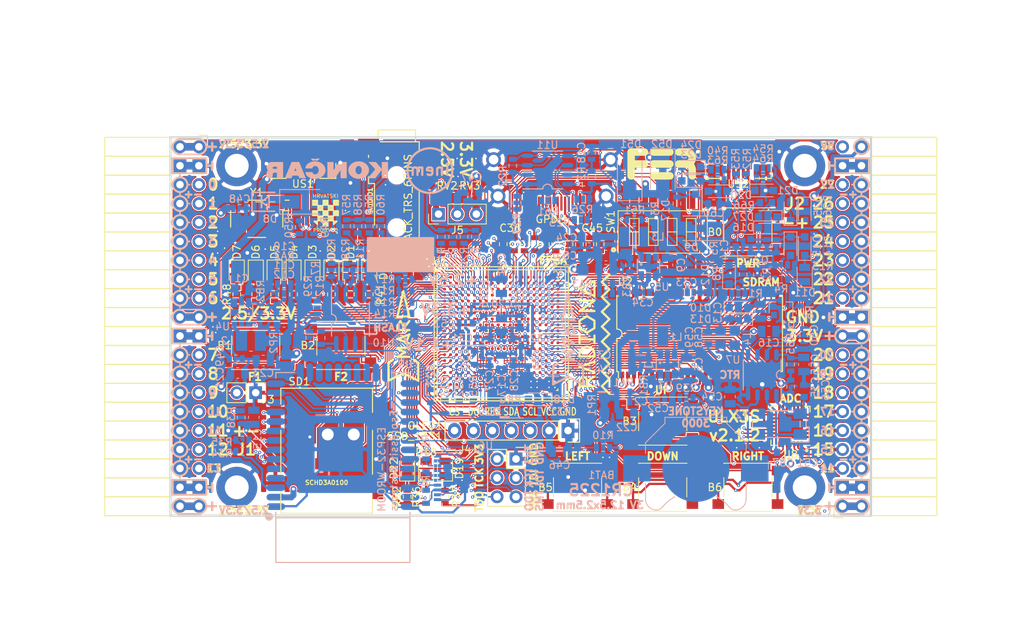
<source format=kicad_pcb>
(kicad_pcb (version 20171130) (host pcbnew 5.0.0+dfsg1-2)

  (general
    (thickness 1.6)
    (drawings 504)
    (tracks 5285)
    (zones 0)
    (modules 220)
    (nets 272)
  )

  (page A4)
  (layers
    (0 F.Cu signal)
    (1 In1.Cu signal)
    (2 In2.Cu signal)
    (31 B.Cu signal)
    (32 B.Adhes user)
    (33 F.Adhes user)
    (34 B.Paste user)
    (35 F.Paste user)
    (36 B.SilkS user)
    (37 F.SilkS user)
    (38 B.Mask user)
    (39 F.Mask user)
    (40 Dwgs.User user)
    (41 Cmts.User user)
    (42 Eco1.User user)
    (43 Eco2.User user)
    (44 Edge.Cuts user)
    (45 Margin user)
    (46 B.CrtYd user)
    (47 F.CrtYd user)
    (48 B.Fab user)
    (49 F.Fab user)
  )

  (setup
    (last_trace_width 0.3)
    (trace_clearance 0.127)
    (zone_clearance 0.127)
    (zone_45_only no)
    (trace_min 0.127)
    (segment_width 0.2)
    (edge_width 0.2)
    (via_size 0.419)
    (via_drill 0.2)
    (via_min_size 0.419)
    (via_min_drill 0.2)
    (uvia_size 0.3)
    (uvia_drill 0.1)
    (uvias_allowed no)
    (uvia_min_size 0.2)
    (uvia_min_drill 0.1)
    (pcb_text_width 0.3)
    (pcb_text_size 1.5 1.5)
    (mod_edge_width 0.15)
    (mod_text_size 1 1)
    (mod_text_width 0.15)
    (pad_size 0.4 0.4)
    (pad_drill 0)
    (pad_to_mask_clearance 0.05)
    (pad_to_paste_clearance -0.025)
    (aux_axis_origin 94.1 112.22)
    (grid_origin 135.68 93)
    (visible_elements 7FFFF7FF)
    (pcbplotparams
      (layerselection 0x010fc_ffffffff)
      (usegerberextensions true)
      (usegerberattributes false)
      (usegerberadvancedattributes false)
      (creategerberjobfile false)
      (excludeedgelayer true)
      (linewidth 0.100000)
      (plotframeref false)
      (viasonmask false)
      (mode 1)
      (useauxorigin false)
      (hpglpennumber 1)
      (hpglpenspeed 20)
      (hpglpendiameter 15.000000)
      (psnegative false)
      (psa4output false)
      (plotreference true)
      (plotvalue true)
      (plotinvisibletext false)
      (padsonsilk false)
      (subtractmaskfromsilk true)
      (outputformat 1)
      (mirror false)
      (drillshape 0)
      (scaleselection 1)
      (outputdirectory "plot"))
  )

  (net 0 "")
  (net 1 GND)
  (net 2 +5V)
  (net 3 /gpio/IN5V)
  (net 4 /gpio/OUT5V)
  (net 5 +3V3)
  (net 6 BTN_D)
  (net 7 BTN_F1)
  (net 8 BTN_F2)
  (net 9 BTN_L)
  (net 10 BTN_R)
  (net 11 BTN_U)
  (net 12 /power/FB1)
  (net 13 +2V5)
  (net 14 /power/PWREN)
  (net 15 /power/FB3)
  (net 16 /power/FB2)
  (net 17 /power/VBAT)
  (net 18 JTAG_TDI)
  (net 19 JTAG_TCK)
  (net 20 JTAG_TMS)
  (net 21 JTAG_TDO)
  (net 22 /power/WAKEUPn)
  (net 23 /power/WKUP)
  (net 24 /power/SHUT)
  (net 25 /power/WAKE)
  (net 26 /power/HOLD)
  (net 27 /power/WKn)
  (net 28 /power/OSCI_32k)
  (net 29 /power/OSCO_32k)
  (net 30 SHUTDOWN)
  (net 31 GPDI_SDA)
  (net 32 GPDI_SCL)
  (net 33 /gpdi/VREF2)
  (net 34 SD_CMD)
  (net 35 SD_CLK)
  (net 36 SD_D0)
  (net 37 SD_D1)
  (net 38 USB5V)
  (net 39 GPDI_CEC)
  (net 40 nRESET)
  (net 41 FTDI_nDTR)
  (net 42 SDRAM_CKE)
  (net 43 SDRAM_A7)
  (net 44 SDRAM_D15)
  (net 45 SDRAM_BA1)
  (net 46 SDRAM_D7)
  (net 47 SDRAM_A6)
  (net 48 SDRAM_CLK)
  (net 49 SDRAM_D13)
  (net 50 SDRAM_BA0)
  (net 51 SDRAM_D6)
  (net 52 SDRAM_A5)
  (net 53 SDRAM_D14)
  (net 54 SDRAM_A11)
  (net 55 SDRAM_D12)
  (net 56 SDRAM_D5)
  (net 57 SDRAM_A4)
  (net 58 SDRAM_A10)
  (net 59 SDRAM_D11)
  (net 60 SDRAM_A3)
  (net 61 SDRAM_D4)
  (net 62 SDRAM_D10)
  (net 63 SDRAM_D9)
  (net 64 SDRAM_A9)
  (net 65 SDRAM_D3)
  (net 66 SDRAM_D8)
  (net 67 SDRAM_A8)
  (net 68 SDRAM_A2)
  (net 69 SDRAM_A1)
  (net 70 SDRAM_A0)
  (net 71 SDRAM_D2)
  (net 72 SDRAM_D1)
  (net 73 SDRAM_D0)
  (net 74 SDRAM_DQM0)
  (net 75 SDRAM_nCS)
  (net 76 SDRAM_nRAS)
  (net 77 SDRAM_DQM1)
  (net 78 SDRAM_nCAS)
  (net 79 SDRAM_nWE)
  (net 80 /flash/FLASH_nWP)
  (net 81 /flash/FLASH_nHOLD)
  (net 82 /flash/FLASH_MOSI)
  (net 83 /flash/FLASH_MISO)
  (net 84 /flash/FLASH_SCK)
  (net 85 /flash/FLASH_nCS)
  (net 86 /flash/FPGA_PROGRAMN)
  (net 87 /flash/FPGA_DONE)
  (net 88 /flash/FPGA_INITN)
  (net 89 OLED_RES)
  (net 90 OLED_DC)
  (net 91 OLED_CS)
  (net 92 WIFI_EN)
  (net 93 FTDI_nRTS)
  (net 94 FTDI_TXD)
  (net 95 FTDI_RXD)
  (net 96 WIFI_RXD)
  (net 97 WIFI_GPIO0)
  (net 98 WIFI_TXD)
  (net 99 USB_FTDI_D+)
  (net 100 USB_FTDI_D-)
  (net 101 SD_D3)
  (net 102 AUDIO_L3)
  (net 103 AUDIO_L2)
  (net 104 AUDIO_L1)
  (net 105 AUDIO_L0)
  (net 106 AUDIO_R3)
  (net 107 AUDIO_R2)
  (net 108 AUDIO_R1)
  (net 109 AUDIO_R0)
  (net 110 OLED_CLK)
  (net 111 OLED_MOSI)
  (net 112 LED0)
  (net 113 LED1)
  (net 114 LED2)
  (net 115 LED3)
  (net 116 LED4)
  (net 117 LED5)
  (net 118 LED6)
  (net 119 LED7)
  (net 120 BTN_PWRn)
  (net 121 FTDI_nTXLED)
  (net 122 FTDI_nSLEEP)
  (net 123 /blinkey/LED_PWREN)
  (net 124 /blinkey/LED_TXLED)
  (net 125 /sdcard/SD3V3)
  (net 126 SD_D2)
  (net 127 CLK_25MHz)
  (net 128 /blinkey/BTNPUL)
  (net 129 /blinkey/BTNPUR)
  (net 130 USB_FPGA_D+)
  (net 131 /power/FTDI_nSUSPEND)
  (net 132 /blinkey/ALED0)
  (net 133 /blinkey/ALED1)
  (net 134 /blinkey/ALED2)
  (net 135 /blinkey/ALED3)
  (net 136 /blinkey/ALED4)
  (net 137 /blinkey/ALED5)
  (net 138 /blinkey/ALED6)
  (net 139 /blinkey/ALED7)
  (net 140 /usb/FTD-)
  (net 141 /usb/FTD+)
  (net 142 ADC_MISO)
  (net 143 ADC_MOSI)
  (net 144 ADC_CSn)
  (net 145 ADC_SCLK)
  (net 146 SW3)
  (net 147 SW2)
  (net 148 SW1)
  (net 149 USB_FPGA_D-)
  (net 150 /usb/FPD+)
  (net 151 /usb/FPD-)
  (net 152 WIFI_GPIO16)
  (net 153 /usb/ANT_433MHz)
  (net 154 PROG_DONE)
  (net 155 /power/P3V3)
  (net 156 /power/P2V5)
  (net 157 /power/L1)
  (net 158 /power/L3)
  (net 159 /power/L2)
  (net 160 FTDI_TXDEN)
  (net 161 SDRAM_A12)
  (net 162 /analog/AUDIO_V)
  (net 163 AUDIO_V3)
  (net 164 AUDIO_V2)
  (net 165 AUDIO_V1)
  (net 166 AUDIO_V0)
  (net 167 /blinkey/LED_WIFI)
  (net 168 /power/P1V1)
  (net 169 +1V1)
  (net 170 SW4)
  (net 171 /blinkey/SWPU)
  (net 172 /wifi/WIFIEN)
  (net 173 FT2V5)
  (net 174 GN0)
  (net 175 GP0)
  (net 176 GN1)
  (net 177 GP1)
  (net 178 GN2)
  (net 179 GP2)
  (net 180 GN3)
  (net 181 GP3)
  (net 182 GN4)
  (net 183 GP4)
  (net 184 GN5)
  (net 185 GP5)
  (net 186 GN6)
  (net 187 GP6)
  (net 188 GN14)
  (net 189 GP14)
  (net 190 GN15)
  (net 191 GP15)
  (net 192 GN16)
  (net 193 GP16)
  (net 194 GN17)
  (net 195 GP17)
  (net 196 GN18)
  (net 197 GP18)
  (net 198 GN19)
  (net 199 GP19)
  (net 200 GN20)
  (net 201 GP20)
  (net 202 GN21)
  (net 203 GP21)
  (net 204 GN22)
  (net 205 GP22)
  (net 206 GN23)
  (net 207 GP23)
  (net 208 GN24)
  (net 209 GP24)
  (net 210 GN25)
  (net 211 GP25)
  (net 212 GN26)
  (net 213 GP26)
  (net 214 GN27)
  (net 215 GP27)
  (net 216 GN7)
  (net 217 GP7)
  (net 218 GN8)
  (net 219 GP8)
  (net 220 GN9)
  (net 221 GP9)
  (net 222 GN10)
  (net 223 GP10)
  (net 224 GN11)
  (net 225 GP11)
  (net 226 GN12)
  (net 227 GP12)
  (net 228 GN13)
  (net 229 GP13)
  (net 230 WIFI_GPIO5)
  (net 231 WIFI_GPIO17)
  (net 232 USB_FPGA_PULL_D+)
  (net 233 USB_FPGA_PULL_D-)
  (net 234 "Net-(D23-Pad2)")
  (net 235 "Net-(D24-Pad1)")
  (net 236 "Net-(D25-Pad2)")
  (net 237 "Net-(D26-Pad1)")
  (net 238 /gpdi/GPDI_ETH+)
  (net 239 FPDI_ETH+)
  (net 240 /gpdi/GPDI_ETH-)
  (net 241 FPDI_ETH-)
  (net 242 /gpdi/GPDI_D2-)
  (net 243 FPDI_D2-)
  (net 244 /gpdi/GPDI_D1-)
  (net 245 FPDI_D1-)
  (net 246 /gpdi/GPDI_D0-)
  (net 247 FPDI_D0-)
  (net 248 /gpdi/GPDI_CLK-)
  (net 249 FPDI_CLK-)
  (net 250 /gpdi/GPDI_D2+)
  (net 251 FPDI_D2+)
  (net 252 /gpdi/GPDI_D1+)
  (net 253 FPDI_D1+)
  (net 254 /gpdi/GPDI_D0+)
  (net 255 FPDI_D0+)
  (net 256 /gpdi/GPDI_CLK+)
  (net 257 FPDI_CLK+)
  (net 258 FPDI_SDA)
  (net 259 FPDI_SCL)
  (net 260 /gpdi/FPDI_CEC)
  (net 261 2V5_3V3)
  (net 262 /usb/US2VBUS)
  (net 263 /power/SHD)
  (net 264 /power/RTCVDD)
  (net 265 "Net-(D27-Pad2)")
  (net 266 US2_ID)
  (net 267 /analog/AUDIO_L)
  (net 268 /analog/AUDIO_R)
  (net 269 /analog/ADC3V3)
  (net 270 PWRBTn)
  (net 271 USER_PROGRAMN)

  (net_class Default "This is the default net class."
    (clearance 0.127)
    (trace_width 0.3)
    (via_dia 0.419)
    (via_drill 0.2)
    (uvia_dia 0.3)
    (uvia_drill 0.1)
    (add_net +5V)
    (add_net /analog/ADC3V3)
    (add_net /analog/AUDIO_L)
    (add_net /analog/AUDIO_R)
    (add_net /analog/AUDIO_V)
    (add_net /blinkey/ALED0)
    (add_net /blinkey/ALED1)
    (add_net /blinkey/ALED2)
    (add_net /blinkey/ALED3)
    (add_net /blinkey/ALED4)
    (add_net /blinkey/ALED5)
    (add_net /blinkey/ALED6)
    (add_net /blinkey/ALED7)
    (add_net /blinkey/BTNPUL)
    (add_net /blinkey/BTNPUR)
    (add_net /blinkey/LED_PWREN)
    (add_net /blinkey/LED_TXLED)
    (add_net /blinkey/LED_WIFI)
    (add_net /blinkey/SWPU)
    (add_net /gpdi/GPDI_CLK+)
    (add_net /gpdi/GPDI_CLK-)
    (add_net /gpdi/GPDI_D0+)
    (add_net /gpdi/GPDI_D0-)
    (add_net /gpdi/GPDI_D1+)
    (add_net /gpdi/GPDI_D1-)
    (add_net /gpdi/GPDI_D2+)
    (add_net /gpdi/GPDI_D2-)
    (add_net /gpdi/GPDI_ETH+)
    (add_net /gpdi/GPDI_ETH-)
    (add_net /gpdi/VREF2)
    (add_net /gpio/IN5V)
    (add_net /gpio/OUT5V)
    (add_net /power/FB1)
    (add_net /power/FB2)
    (add_net /power/FB3)
    (add_net /power/FTDI_nSUSPEND)
    (add_net /power/HOLD)
    (add_net /power/L1)
    (add_net /power/L2)
    (add_net /power/L3)
    (add_net /power/OSCI_32k)
    (add_net /power/OSCO_32k)
    (add_net /power/P1V1)
    (add_net /power/P2V5)
    (add_net /power/P3V3)
    (add_net /power/PWREN)
    (add_net /power/RTCVDD)
    (add_net /power/SHD)
    (add_net /power/SHUT)
    (add_net /power/VBAT)
    (add_net /power/WAKE)
    (add_net /power/WAKEUPn)
    (add_net /power/WKUP)
    (add_net /power/WKn)
    (add_net /sdcard/SD3V3)
    (add_net /usb/ANT_433MHz)
    (add_net /usb/FPD+)
    (add_net /usb/FPD-)
    (add_net /usb/FTD+)
    (add_net /usb/FTD-)
    (add_net /usb/US2VBUS)
    (add_net /wifi/WIFIEN)
    (add_net FT2V5)
    (add_net "Net-(D23-Pad2)")
    (add_net "Net-(D24-Pad1)")
    (add_net "Net-(D25-Pad2)")
    (add_net "Net-(D26-Pad1)")
    (add_net "Net-(D27-Pad2)")
    (add_net PWRBTn)
    (add_net US2_ID)
    (add_net USB5V)
  )

  (net_class BGA ""
    (clearance 0.127)
    (trace_width 0.127)
    (via_dia 0.419)
    (via_drill 0.2)
    (uvia_dia 0.3)
    (uvia_drill 0.1)
    (add_net /flash/FLASH_MISO)
    (add_net /flash/FLASH_MOSI)
    (add_net /flash/FLASH_SCK)
    (add_net /flash/FLASH_nCS)
    (add_net /flash/FLASH_nHOLD)
    (add_net /flash/FLASH_nWP)
    (add_net /flash/FPGA_DONE)
    (add_net /flash/FPGA_INITN)
    (add_net /flash/FPGA_PROGRAMN)
    (add_net /gpdi/FPDI_CEC)
    (add_net ADC_CSn)
    (add_net ADC_MISO)
    (add_net ADC_MOSI)
    (add_net ADC_SCLK)
    (add_net AUDIO_L0)
    (add_net AUDIO_L1)
    (add_net AUDIO_L2)
    (add_net AUDIO_L3)
    (add_net AUDIO_R0)
    (add_net AUDIO_R1)
    (add_net AUDIO_R2)
    (add_net AUDIO_R3)
    (add_net AUDIO_V0)
    (add_net AUDIO_V1)
    (add_net AUDIO_V2)
    (add_net AUDIO_V3)
    (add_net BTN_D)
    (add_net BTN_F1)
    (add_net BTN_F2)
    (add_net BTN_L)
    (add_net BTN_PWRn)
    (add_net BTN_R)
    (add_net BTN_U)
    (add_net CLK_25MHz)
    (add_net FPDI_CLK+)
    (add_net FPDI_CLK-)
    (add_net FPDI_D0+)
    (add_net FPDI_D0-)
    (add_net FPDI_D1+)
    (add_net FPDI_D1-)
    (add_net FPDI_D2+)
    (add_net FPDI_D2-)
    (add_net FPDI_ETH+)
    (add_net FPDI_ETH-)
    (add_net FPDI_SCL)
    (add_net FPDI_SDA)
    (add_net FTDI_RXD)
    (add_net FTDI_TXD)
    (add_net FTDI_TXDEN)
    (add_net FTDI_nDTR)
    (add_net FTDI_nRTS)
    (add_net FTDI_nSLEEP)
    (add_net FTDI_nTXLED)
    (add_net GN0)
    (add_net GN1)
    (add_net GN10)
    (add_net GN11)
    (add_net GN12)
    (add_net GN13)
    (add_net GN14)
    (add_net GN15)
    (add_net GN16)
    (add_net GN17)
    (add_net GN18)
    (add_net GN19)
    (add_net GN2)
    (add_net GN20)
    (add_net GN21)
    (add_net GN22)
    (add_net GN23)
    (add_net GN24)
    (add_net GN25)
    (add_net GN26)
    (add_net GN27)
    (add_net GN3)
    (add_net GN4)
    (add_net GN5)
    (add_net GN6)
    (add_net GN7)
    (add_net GN8)
    (add_net GN9)
    (add_net GND)
    (add_net GP0)
    (add_net GP1)
    (add_net GP10)
    (add_net GP11)
    (add_net GP12)
    (add_net GP13)
    (add_net GP14)
    (add_net GP15)
    (add_net GP16)
    (add_net GP17)
    (add_net GP18)
    (add_net GP19)
    (add_net GP2)
    (add_net GP20)
    (add_net GP21)
    (add_net GP22)
    (add_net GP23)
    (add_net GP24)
    (add_net GP25)
    (add_net GP26)
    (add_net GP27)
    (add_net GP3)
    (add_net GP4)
    (add_net GP5)
    (add_net GP6)
    (add_net GP7)
    (add_net GP8)
    (add_net GP9)
    (add_net GPDI_CEC)
    (add_net GPDI_SCL)
    (add_net GPDI_SDA)
    (add_net JTAG_TCK)
    (add_net JTAG_TDI)
    (add_net JTAG_TDO)
    (add_net JTAG_TMS)
    (add_net LED0)
    (add_net LED1)
    (add_net LED2)
    (add_net LED3)
    (add_net LED4)
    (add_net LED5)
    (add_net LED6)
    (add_net LED7)
    (add_net OLED_CLK)
    (add_net OLED_CS)
    (add_net OLED_DC)
    (add_net OLED_MOSI)
    (add_net OLED_RES)
    (add_net PROG_DONE)
    (add_net SDRAM_A0)
    (add_net SDRAM_A1)
    (add_net SDRAM_A10)
    (add_net SDRAM_A11)
    (add_net SDRAM_A12)
    (add_net SDRAM_A2)
    (add_net SDRAM_A3)
    (add_net SDRAM_A4)
    (add_net SDRAM_A5)
    (add_net SDRAM_A6)
    (add_net SDRAM_A7)
    (add_net SDRAM_A8)
    (add_net SDRAM_A9)
    (add_net SDRAM_BA0)
    (add_net SDRAM_BA1)
    (add_net SDRAM_CKE)
    (add_net SDRAM_CLK)
    (add_net SDRAM_D0)
    (add_net SDRAM_D1)
    (add_net SDRAM_D10)
    (add_net SDRAM_D11)
    (add_net SDRAM_D12)
    (add_net SDRAM_D13)
    (add_net SDRAM_D14)
    (add_net SDRAM_D15)
    (add_net SDRAM_D2)
    (add_net SDRAM_D3)
    (add_net SDRAM_D4)
    (add_net SDRAM_D5)
    (add_net SDRAM_D6)
    (add_net SDRAM_D7)
    (add_net SDRAM_D8)
    (add_net SDRAM_D9)
    (add_net SDRAM_DQM0)
    (add_net SDRAM_DQM1)
    (add_net SDRAM_nCAS)
    (add_net SDRAM_nCS)
    (add_net SDRAM_nRAS)
    (add_net SDRAM_nWE)
    (add_net SD_CLK)
    (add_net SD_CMD)
    (add_net SD_D0)
    (add_net SD_D1)
    (add_net SD_D2)
    (add_net SD_D3)
    (add_net SHUTDOWN)
    (add_net SW1)
    (add_net SW2)
    (add_net SW3)
    (add_net SW4)
    (add_net USB_FPGA_D+)
    (add_net USB_FPGA_D-)
    (add_net USB_FPGA_PULL_D+)
    (add_net USB_FPGA_PULL_D-)
    (add_net USB_FTDI_D+)
    (add_net USB_FTDI_D-)
    (add_net USER_PROGRAMN)
    (add_net WIFI_EN)
    (add_net WIFI_GPIO0)
    (add_net WIFI_GPIO16)
    (add_net WIFI_GPIO17)
    (add_net WIFI_GPIO5)
    (add_net WIFI_RXD)
    (add_net WIFI_TXD)
    (add_net nRESET)
  )

  (net_class Medium ""
    (clearance 0.127)
    (trace_width 0.127)
    (via_dia 0.419)
    (via_drill 0.2)
    (uvia_dia 0.3)
    (uvia_drill 0.1)
    (add_net +1V1)
    (add_net +2V5)
    (add_net +3V3)
    (add_net 2V5_3V3)
  )

  (module lfe5bg381:BGA-381_pitch0.8mm_dia0.4mm (layer F.Cu) (tedit 5B6D6A17) (tstamp 58D8D57E)
    (at 138.48 87.8)
    (path /56AC389C/5A0783C9)
    (attr smd)
    (fp_text reference U1 (at -8.2 -9.8) (layer F.SilkS)
      (effects (font (size 1 1) (thickness 0.15)))
    )
    (fp_text value LFE5U-85F-6BG381C (at -0.18 1.02) (layer F.Fab)
      (effects (font (size 1 1) (thickness 0.15)))
    )
    (fp_line (start -8.6 -8.6) (end 8.6 -8.6) (layer F.SilkS) (width 0.15))
    (fp_line (start 8.6 -8.6) (end 8.6 8.6) (layer F.SilkS) (width 0.15))
    (fp_line (start 8.6 8.6) (end -8.6 8.6) (layer F.SilkS) (width 0.15))
    (fp_line (start -8.6 8.6) (end -8.6 -8.6) (layer F.SilkS) (width 0.15))
    (fp_line (start -9 -9) (end 9 -9) (layer F.SilkS) (width 0.15))
    (fp_line (start 9 -9) (end 9 9) (layer F.SilkS) (width 0.15))
    (fp_line (start 9 9) (end -9 9) (layer F.SilkS) (width 0.15))
    (fp_line (start -9 9) (end -9 -9) (layer F.SilkS) (width 0.15))
    (fp_line (start -8.2 -9) (end -9 -8.2) (layer F.SilkS) (width 0.15))
    (fp_line (start -7.6 7.4) (end -7.6 7.6) (layer F.SilkS) (width 0.15))
    (fp_line (start -7.6 7.6) (end -7.4 7.6) (layer F.SilkS) (width 0.15))
    (fp_line (start 7.4 7.6) (end 7.6 7.6) (layer F.SilkS) (width 0.15))
    (fp_line (start 7.6 7.6) (end 7.6 7.4) (layer F.SilkS) (width 0.15))
    (fp_line (start 7.4 -7.6) (end 7.6 -7.6) (layer F.SilkS) (width 0.15))
    (fp_line (start 7.6 -7.6) (end 7.6 -7.4) (layer F.SilkS) (width 0.15))
    (fp_line (start -7.6 -7.4) (end -7.6 -7.6) (layer F.SilkS) (width 0.15))
    (fp_line (start -7.6 -7.6) (end -7.4 -7.6) (layer F.SilkS) (width 0.15))
    (pad Y19 smd circle (at 6.8 7.6) (size 0.4 0.4) (layers F.Cu F.Paste F.Mask)
      (net 1 GND) (solder_mask_margin 0.05) (solder_paste_margin -0.025))
    (pad Y17 smd circle (at 5.2 7.6) (size 0.4 0.4) (layers F.Cu F.Paste F.Mask)
      (net 1 GND) (solder_mask_margin 0.05) (solder_paste_margin -0.025))
    (pad Y16 smd circle (at 4.4 7.6) (size 0.4 0.4) (layers F.Cu F.Paste F.Mask)
      (net 1 GND) (solder_mask_margin 0.05) (solder_paste_margin -0.025))
    (pad Y15 smd circle (at 3.6 7.6) (size 0.4 0.4) (layers F.Cu F.Paste F.Mask)
      (net 1 GND) (solder_mask_margin 0.05) (solder_paste_margin -0.025))
    (pad Y14 smd circle (at 2.8 7.6) (size 0.4 0.4) (layers F.Cu F.Paste F.Mask)
      (net 1 GND) (solder_mask_margin 0.05) (solder_paste_margin -0.025))
    (pad Y12 smd circle (at 1.2 7.6) (size 0.4 0.4) (layers F.Cu F.Paste F.Mask)
      (net 1 GND) (solder_mask_margin 0.05) (solder_paste_margin -0.025))
    (pad Y11 smd circle (at 0.4 7.6) (size 0.4 0.4) (layers F.Cu F.Paste F.Mask)
      (net 1 GND) (solder_mask_margin 0.05) (solder_paste_margin -0.025))
    (pad Y8 smd circle (at -2 7.6) (size 0.4 0.4) (layers F.Cu F.Paste F.Mask)
      (net 1 GND) (solder_mask_margin 0.05) (solder_paste_margin -0.025))
    (pad Y7 smd circle (at -2.8 7.6) (size 0.4 0.4) (layers F.Cu F.Paste F.Mask)
      (net 1 GND) (solder_mask_margin 0.05) (solder_paste_margin -0.025))
    (pad Y6 smd circle (at -3.6 7.6) (size 0.4 0.4) (layers F.Cu F.Paste F.Mask)
      (net 1 GND) (solder_mask_margin 0.05) (solder_paste_margin -0.025))
    (pad Y5 smd circle (at -4.4 7.6) (size 0.4 0.4) (layers F.Cu F.Paste F.Mask)
      (net 1 GND) (solder_mask_margin 0.05) (solder_paste_margin -0.025))
    (pad Y3 smd circle (at -6 7.6) (size 0.4 0.4) (layers F.Cu F.Paste F.Mask)
      (net 87 /flash/FPGA_DONE) (solder_mask_margin 0.05) (solder_paste_margin -0.025))
    (pad Y2 smd circle (at -6.8 7.6) (size 0.4 0.4) (layers F.Cu F.Paste F.Mask)
      (net 80 /flash/FLASH_nWP) (solder_mask_margin 0.05) (solder_paste_margin -0.025))
    (pad W20 smd circle (at 7.6 6.8) (size 0.4 0.4) (layers F.Cu F.Paste F.Mask)
      (net 1 GND) (solder_mask_margin 0.05) (solder_paste_margin -0.025))
    (pad W19 smd circle (at 6.8 6.8) (size 0.4 0.4) (layers F.Cu F.Paste F.Mask)
      (net 1 GND) (solder_mask_margin 0.05) (solder_paste_margin -0.025))
    (pad W18 smd circle (at 6 6.8) (size 0.4 0.4) (layers F.Cu F.Paste F.Mask)
      (solder_mask_margin 0.05) (solder_paste_margin -0.025))
    (pad W17 smd circle (at 5.2 6.8) (size 0.4 0.4) (layers F.Cu F.Paste F.Mask)
      (solder_mask_margin 0.05) (solder_paste_margin -0.025))
    (pad W16 smd circle (at 4.4 6.8) (size 0.4 0.4) (layers F.Cu F.Paste F.Mask)
      (net 1 GND) (solder_mask_margin 0.05) (solder_paste_margin -0.025))
    (pad W15 smd circle (at 3.6 6.8) (size 0.4 0.4) (layers F.Cu F.Paste F.Mask)
      (net 1 GND) (solder_mask_margin 0.05) (solder_paste_margin -0.025))
    (pad W14 smd circle (at 2.8 6.8) (size 0.4 0.4) (layers F.Cu F.Paste F.Mask)
      (solder_mask_margin 0.05) (solder_paste_margin -0.025))
    (pad W13 smd circle (at 2 6.8) (size 0.4 0.4) (layers F.Cu F.Paste F.Mask)
      (solder_mask_margin 0.05) (solder_paste_margin -0.025))
    (pad W12 smd circle (at 1.2 6.8) (size 0.4 0.4) (layers F.Cu F.Paste F.Mask)
      (net 1 GND) (solder_mask_margin 0.05) (solder_paste_margin -0.025))
    (pad W11 smd circle (at 0.4 6.8) (size 0.4 0.4) (layers F.Cu F.Paste F.Mask)
      (solder_mask_margin 0.05) (solder_paste_margin -0.025))
    (pad W10 smd circle (at -0.4 6.8) (size 0.4 0.4) (layers F.Cu F.Paste F.Mask)
      (solder_mask_margin 0.05) (solder_paste_margin -0.025))
    (pad W9 smd circle (at -1.2 6.8) (size 0.4 0.4) (layers F.Cu F.Paste F.Mask)
      (solder_mask_margin 0.05) (solder_paste_margin -0.025))
    (pad W8 smd circle (at -2 6.8) (size 0.4 0.4) (layers F.Cu F.Paste F.Mask)
      (solder_mask_margin 0.05) (solder_paste_margin -0.025))
    (pad W7 smd circle (at -2.8 6.8) (size 0.4 0.4) (layers F.Cu F.Paste F.Mask)
      (net 1 GND) (solder_mask_margin 0.05) (solder_paste_margin -0.025))
    (pad W6 smd circle (at -3.6 6.8) (size 0.4 0.4) (layers F.Cu F.Paste F.Mask)
      (net 1 GND) (solder_mask_margin 0.05) (solder_paste_margin -0.025))
    (pad W5 smd circle (at -4.4 6.8) (size 0.4 0.4) (layers F.Cu F.Paste F.Mask)
      (solder_mask_margin 0.05) (solder_paste_margin -0.025))
    (pad W4 smd circle (at -5.2 6.8) (size 0.4 0.4) (layers F.Cu F.Paste F.Mask)
      (solder_mask_margin 0.05) (solder_paste_margin -0.025))
    (pad W3 smd circle (at -6 6.8) (size 0.4 0.4) (layers F.Cu F.Paste F.Mask)
      (net 86 /flash/FPGA_PROGRAMN) (solder_mask_margin 0.05) (solder_paste_margin -0.025))
    (pad W2 smd circle (at -6.8 6.8) (size 0.4 0.4) (layers F.Cu F.Paste F.Mask)
      (net 82 /flash/FLASH_MOSI) (solder_mask_margin 0.05) (solder_paste_margin -0.025))
    (pad W1 smd circle (at -7.6 6.8) (size 0.4 0.4) (layers F.Cu F.Paste F.Mask)
      (net 81 /flash/FLASH_nHOLD) (solder_mask_margin 0.05) (solder_paste_margin -0.025))
    (pad V20 smd circle (at 7.6 6) (size 0.4 0.4) (layers F.Cu F.Paste F.Mask)
      (net 1 GND) (solder_mask_margin 0.05) (solder_paste_margin -0.025))
    (pad V19 smd circle (at 6.8 6) (size 0.4 0.4) (layers F.Cu F.Paste F.Mask)
      (net 1 GND) (solder_mask_margin 0.05) (solder_paste_margin -0.025))
    (pad V18 smd circle (at 6 6) (size 0.4 0.4) (layers F.Cu F.Paste F.Mask)
      (net 1 GND) (solder_mask_margin 0.05) (solder_paste_margin -0.025))
    (pad V17 smd circle (at 5.2 6) (size 0.4 0.4) (layers F.Cu F.Paste F.Mask)
      (net 1 GND) (solder_mask_margin 0.05) (solder_paste_margin -0.025))
    (pad V16 smd circle (at 4.4 6) (size 0.4 0.4) (layers F.Cu F.Paste F.Mask)
      (net 1 GND) (solder_mask_margin 0.05) (solder_paste_margin -0.025))
    (pad V15 smd circle (at 3.6 6) (size 0.4 0.4) (layers F.Cu F.Paste F.Mask)
      (net 1 GND) (solder_mask_margin 0.05) (solder_paste_margin -0.025))
    (pad V14 smd circle (at 2.8 6) (size 0.4 0.4) (layers F.Cu F.Paste F.Mask)
      (net 1 GND) (solder_mask_margin 0.05) (solder_paste_margin -0.025))
    (pad V13 smd circle (at 2 6) (size 0.4 0.4) (layers F.Cu F.Paste F.Mask)
      (net 1 GND) (solder_mask_margin 0.05) (solder_paste_margin -0.025))
    (pad V12 smd circle (at 1.2 6) (size 0.4 0.4) (layers F.Cu F.Paste F.Mask)
      (net 1 GND) (solder_mask_margin 0.05) (solder_paste_margin -0.025))
    (pad V11 smd circle (at 0.4 6) (size 0.4 0.4) (layers F.Cu F.Paste F.Mask)
      (net 1 GND) (solder_mask_margin 0.05) (solder_paste_margin -0.025))
    (pad V10 smd circle (at -0.4 6) (size 0.4 0.4) (layers F.Cu F.Paste F.Mask)
      (net 1 GND) (solder_mask_margin 0.05) (solder_paste_margin -0.025))
    (pad V9 smd circle (at -1.2 6) (size 0.4 0.4) (layers F.Cu F.Paste F.Mask)
      (net 1 GND) (solder_mask_margin 0.05) (solder_paste_margin -0.025))
    (pad V8 smd circle (at -2 6) (size 0.4 0.4) (layers F.Cu F.Paste F.Mask)
      (net 1 GND) (solder_mask_margin 0.05) (solder_paste_margin -0.025))
    (pad V7 smd circle (at -2.8 6) (size 0.4 0.4) (layers F.Cu F.Paste F.Mask)
      (net 1 GND) (solder_mask_margin 0.05) (solder_paste_margin -0.025))
    (pad V6 smd circle (at -3.6 6) (size 0.4 0.4) (layers F.Cu F.Paste F.Mask)
      (net 1 GND) (solder_mask_margin 0.05) (solder_paste_margin -0.025))
    (pad V5 smd circle (at -4.4 6) (size 0.4 0.4) (layers F.Cu F.Paste F.Mask)
      (net 1 GND) (solder_mask_margin 0.05) (solder_paste_margin -0.025))
    (pad V4 smd circle (at -5.2 6) (size 0.4 0.4) (layers F.Cu F.Paste F.Mask)
      (net 21 JTAG_TDO) (solder_mask_margin 0.05) (solder_paste_margin -0.025))
    (pad V3 smd circle (at -6 6) (size 0.4 0.4) (layers F.Cu F.Paste F.Mask)
      (net 88 /flash/FPGA_INITN) (solder_mask_margin 0.05) (solder_paste_margin -0.025))
    (pad V2 smd circle (at -6.8 6) (size 0.4 0.4) (layers F.Cu F.Paste F.Mask)
      (net 83 /flash/FLASH_MISO) (solder_mask_margin 0.05) (solder_paste_margin -0.025))
    (pad V1 smd circle (at -7.6 6) (size 0.4 0.4) (layers F.Cu F.Paste F.Mask)
      (net 6 BTN_D) (solder_mask_margin 0.05) (solder_paste_margin -0.025))
    (pad U20 smd circle (at 7.6 5.2) (size 0.4 0.4) (layers F.Cu F.Paste F.Mask)
      (net 46 SDRAM_D7) (solder_mask_margin 0.05) (solder_paste_margin -0.025))
    (pad U19 smd circle (at 6.8 5.2) (size 0.4 0.4) (layers F.Cu F.Paste F.Mask)
      (net 74 SDRAM_DQM0) (solder_mask_margin 0.05) (solder_paste_margin -0.025))
    (pad U18 smd circle (at 6 5.2) (size 0.4 0.4) (layers F.Cu F.Paste F.Mask)
      (net 189 GP14) (solder_mask_margin 0.05) (solder_paste_margin -0.025))
    (pad U17 smd circle (at 5.2 5.2) (size 0.4 0.4) (layers F.Cu F.Paste F.Mask)
      (net 188 GN14) (solder_mask_margin 0.05) (solder_paste_margin -0.025))
    (pad U16 smd circle (at 4.4 5.2) (size 0.4 0.4) (layers F.Cu F.Paste F.Mask)
      (net 142 ADC_MISO) (solder_mask_margin 0.05) (solder_paste_margin -0.025))
    (pad U15 smd circle (at 3.6 5.2) (size 0.4 0.4) (layers F.Cu F.Paste F.Mask)
      (net 1 GND) (solder_mask_margin 0.05) (solder_paste_margin -0.025))
    (pad U14 smd circle (at 2.8 5.2) (size 0.4 0.4) (layers F.Cu F.Paste F.Mask)
      (net 1 GND) (solder_mask_margin 0.05) (solder_paste_margin -0.025))
    (pad U13 smd circle (at 2 5.2) (size 0.4 0.4) (layers F.Cu F.Paste F.Mask)
      (net 1 GND) (solder_mask_margin 0.05) (solder_paste_margin -0.025))
    (pad U12 smd circle (at 1.2 5.2) (size 0.4 0.4) (layers F.Cu F.Paste F.Mask)
      (net 1 GND) (solder_mask_margin 0.05) (solder_paste_margin -0.025))
    (pad U11 smd circle (at 0.4 5.2) (size 0.4 0.4) (layers F.Cu F.Paste F.Mask)
      (net 1 GND) (solder_mask_margin 0.05) (solder_paste_margin -0.025))
    (pad U10 smd circle (at -0.4 5.2) (size 0.4 0.4) (layers F.Cu F.Paste F.Mask)
      (net 1 GND) (solder_mask_margin 0.05) (solder_paste_margin -0.025))
    (pad U9 smd circle (at -1.2 5.2) (size 0.4 0.4) (layers F.Cu F.Paste F.Mask)
      (net 1 GND) (solder_mask_margin 0.05) (solder_paste_margin -0.025))
    (pad U8 smd circle (at -2 5.2) (size 0.4 0.4) (layers F.Cu F.Paste F.Mask)
      (net 1 GND) (solder_mask_margin 0.05) (solder_paste_margin -0.025))
    (pad U7 smd circle (at -2.8 5.2) (size 0.4 0.4) (layers F.Cu F.Paste F.Mask)
      (net 1 GND) (solder_mask_margin 0.05) (solder_paste_margin -0.025))
    (pad U6 smd circle (at -3.6 5.2) (size 0.4 0.4) (layers F.Cu F.Paste F.Mask)
      (net 1 GND) (solder_mask_margin 0.05) (solder_paste_margin -0.025))
    (pad U5 smd circle (at -4.4 5.2) (size 0.4 0.4) (layers F.Cu F.Paste F.Mask)
      (net 20 JTAG_TMS) (solder_mask_margin 0.05) (solder_paste_margin -0.025))
    (pad U4 smd circle (at -5.2 5.2) (size 0.4 0.4) (layers F.Cu F.Paste F.Mask)
      (net 1 GND) (solder_mask_margin 0.05) (solder_paste_margin -0.025))
    (pad U3 smd circle (at -6 5.2) (size 0.4 0.4) (layers F.Cu F.Paste F.Mask)
      (net 84 /flash/FLASH_SCK) (solder_mask_margin 0.05) (solder_paste_margin -0.025))
    (pad U2 smd circle (at -6.8 5.2) (size 0.4 0.4) (layers F.Cu F.Paste F.Mask)
      (net 5 +3V3) (solder_mask_margin 0.05) (solder_paste_margin -0.025))
    (pad U1 smd circle (at -7.6 5.2) (size 0.4 0.4) (layers F.Cu F.Paste F.Mask)
      (net 9 BTN_L) (solder_mask_margin 0.05) (solder_paste_margin -0.025))
    (pad T20 smd circle (at 7.6 4.4) (size 0.4 0.4) (layers F.Cu F.Paste F.Mask)
      (net 79 SDRAM_nWE) (solder_mask_margin 0.05) (solder_paste_margin -0.025))
    (pad T19 smd circle (at 6.8 4.4) (size 0.4 0.4) (layers F.Cu F.Paste F.Mask)
      (net 78 SDRAM_nCAS) (solder_mask_margin 0.05) (solder_paste_margin -0.025))
    (pad T18 smd circle (at 6 4.4) (size 0.4 0.4) (layers F.Cu F.Paste F.Mask)
      (net 56 SDRAM_D5) (solder_mask_margin 0.05) (solder_paste_margin -0.025))
    (pad T17 smd circle (at 5.2 4.4) (size 0.4 0.4) (layers F.Cu F.Paste F.Mask)
      (net 51 SDRAM_D6) (solder_mask_margin 0.05) (solder_paste_margin -0.025))
    (pad T16 smd circle (at 4.4 4.4) (size 0.4 0.4) (layers F.Cu F.Paste F.Mask)
      (solder_mask_margin 0.05) (solder_paste_margin -0.025))
    (pad T15 smd circle (at 3.6 4.4) (size 0.4 0.4) (layers F.Cu F.Paste F.Mask)
      (net 1 GND) (solder_mask_margin 0.05) (solder_paste_margin -0.025))
    (pad T14 smd circle (at 2.8 4.4) (size 0.4 0.4) (layers F.Cu F.Paste F.Mask)
      (net 1 GND) (solder_mask_margin 0.05) (solder_paste_margin -0.025))
    (pad T13 smd circle (at 2 4.4) (size 0.4 0.4) (layers F.Cu F.Paste F.Mask)
      (net 1 GND) (solder_mask_margin 0.05) (solder_paste_margin -0.025))
    (pad T12 smd circle (at 1.2 4.4) (size 0.4 0.4) (layers F.Cu F.Paste F.Mask)
      (net 1 GND) (solder_mask_margin 0.05) (solder_paste_margin -0.025))
    (pad T11 smd circle (at 0.4 4.4) (size 0.4 0.4) (layers F.Cu F.Paste F.Mask)
      (net 1 GND) (solder_mask_margin 0.05) (solder_paste_margin -0.025))
    (pad T10 smd circle (at -0.4 4.4) (size 0.4 0.4) (layers F.Cu F.Paste F.Mask)
      (net 1 GND) (solder_mask_margin 0.05) (solder_paste_margin -0.025))
    (pad T9 smd circle (at -1.2 4.4) (size 0.4 0.4) (layers F.Cu F.Paste F.Mask)
      (net 1 GND) (solder_mask_margin 0.05) (solder_paste_margin -0.025))
    (pad T8 smd circle (at -2 4.4) (size 0.4 0.4) (layers F.Cu F.Paste F.Mask)
      (net 1 GND) (solder_mask_margin 0.05) (solder_paste_margin -0.025))
    (pad T7 smd circle (at -2.8 4.4) (size 0.4 0.4) (layers F.Cu F.Paste F.Mask)
      (net 1 GND) (solder_mask_margin 0.05) (solder_paste_margin -0.025))
    (pad T6 smd circle (at -3.6 4.4) (size 0.4 0.4) (layers F.Cu F.Paste F.Mask)
      (net 1 GND) (solder_mask_margin 0.05) (solder_paste_margin -0.025))
    (pad T5 smd circle (at -4.4 4.4) (size 0.4 0.4) (layers F.Cu F.Paste F.Mask)
      (net 19 JTAG_TCK) (solder_mask_margin 0.05) (solder_paste_margin -0.025))
    (pad T4 smd circle (at -5.2 4.4) (size 0.4 0.4) (layers F.Cu F.Paste F.Mask)
      (net 5 +3V3) (solder_mask_margin 0.05) (solder_paste_margin -0.025))
    (pad T3 smd circle (at -6 4.4) (size 0.4 0.4) (layers F.Cu F.Paste F.Mask)
      (net 5 +3V3) (solder_mask_margin 0.05) (solder_paste_margin -0.025))
    (pad T2 smd circle (at -6.8 4.4) (size 0.4 0.4) (layers F.Cu F.Paste F.Mask)
      (net 5 +3V3) (solder_mask_margin 0.05) (solder_paste_margin -0.025))
    (pad T1 smd circle (at -7.6 4.4) (size 0.4 0.4) (layers F.Cu F.Paste F.Mask)
      (net 8 BTN_F2) (solder_mask_margin 0.05) (solder_paste_margin -0.025))
    (pad R20 smd circle (at 7.6 3.6) (size 0.4 0.4) (layers F.Cu F.Paste F.Mask)
      (net 76 SDRAM_nRAS) (solder_mask_margin 0.05) (solder_paste_margin -0.025))
    (pad R19 smd circle (at 6.8 3.6) (size 0.4 0.4) (layers F.Cu F.Paste F.Mask)
      (net 1 GND) (solder_mask_margin 0.05) (solder_paste_margin -0.025))
    (pad R18 smd circle (at 6 3.6) (size 0.4 0.4) (layers F.Cu F.Paste F.Mask)
      (net 11 BTN_U) (solder_mask_margin 0.05) (solder_paste_margin -0.025))
    (pad R17 smd circle (at 5.2 3.6) (size 0.4 0.4) (layers F.Cu F.Paste F.Mask)
      (net 144 ADC_CSn) (solder_mask_margin 0.05) (solder_paste_margin -0.025))
    (pad R16 smd circle (at 4.4 3.6) (size 0.4 0.4) (layers F.Cu F.Paste F.Mask)
      (net 143 ADC_MOSI) (solder_mask_margin 0.05) (solder_paste_margin -0.025))
    (pad R5 smd circle (at -4.4 3.6) (size 0.4 0.4) (layers F.Cu F.Paste F.Mask)
      (net 18 JTAG_TDI) (solder_mask_margin 0.05) (solder_paste_margin -0.025))
    (pad R4 smd circle (at -5.2 3.6) (size 0.4 0.4) (layers F.Cu F.Paste F.Mask)
      (net 1 GND) (solder_mask_margin 0.05) (solder_paste_margin -0.025))
    (pad R3 smd circle (at -6 3.6) (size 0.4 0.4) (layers F.Cu F.Paste F.Mask)
      (solder_mask_margin 0.05) (solder_paste_margin -0.025))
    (pad R2 smd circle (at -6.8 3.6) (size 0.4 0.4) (layers F.Cu F.Paste F.Mask)
      (net 85 /flash/FLASH_nCS) (solder_mask_margin 0.05) (solder_paste_margin -0.025))
    (pad R1 smd circle (at -7.6 3.6) (size 0.4 0.4) (layers F.Cu F.Paste F.Mask)
      (net 7 BTN_F1) (solder_mask_margin 0.05) (solder_paste_margin -0.025))
    (pad P20 smd circle (at 7.6 2.8) (size 0.4 0.4) (layers F.Cu F.Paste F.Mask)
      (net 75 SDRAM_nCS) (solder_mask_margin 0.05) (solder_paste_margin -0.025))
    (pad P19 smd circle (at 6.8 2.8) (size 0.4 0.4) (layers F.Cu F.Paste F.Mask)
      (net 50 SDRAM_BA0) (solder_mask_margin 0.05) (solder_paste_margin -0.025))
    (pad P18 smd circle (at 6 2.8) (size 0.4 0.4) (layers F.Cu F.Paste F.Mask)
      (net 61 SDRAM_D4) (solder_mask_margin 0.05) (solder_paste_margin -0.025))
    (pad P17 smd circle (at 5.2 2.8) (size 0.4 0.4) (layers F.Cu F.Paste F.Mask)
      (net 145 ADC_SCLK) (solder_mask_margin 0.05) (solder_paste_margin -0.025))
    (pad P16 smd circle (at 4.4 2.8) (size 0.4 0.4) (layers F.Cu F.Paste F.Mask)
      (net 190 GN15) (solder_mask_margin 0.05) (solder_paste_margin -0.025))
    (pad P15 smd circle (at 3.6 2.8) (size 0.4 0.4) (layers F.Cu F.Paste F.Mask)
      (net 13 +2V5) (solder_mask_margin 0.05) (solder_paste_margin -0.025))
    (pad P14 smd circle (at 2.8 2.8) (size 0.4 0.4) (layers F.Cu F.Paste F.Mask)
      (net 1 GND) (solder_mask_margin 0.05) (solder_paste_margin -0.025))
    (pad P13 smd circle (at 2 2.8) (size 0.4 0.4) (layers F.Cu F.Paste F.Mask)
      (net 1 GND) (solder_mask_margin 0.05) (solder_paste_margin -0.025))
    (pad P12 smd circle (at 1.2 2.8) (size 0.4 0.4) (layers F.Cu F.Paste F.Mask)
      (net 1 GND) (solder_mask_margin 0.05) (solder_paste_margin -0.025))
    (pad P11 smd circle (at 0.4 2.8) (size 0.4 0.4) (layers F.Cu F.Paste F.Mask)
      (net 1 GND) (solder_mask_margin 0.05) (solder_paste_margin -0.025))
    (pad P10 smd circle (at -0.4 2.8) (size 0.4 0.4) (layers F.Cu F.Paste F.Mask)
      (net 5 +3V3) (solder_mask_margin 0.05) (solder_paste_margin -0.025))
    (pad P9 smd circle (at -1.2 2.8) (size 0.4 0.4) (layers F.Cu F.Paste F.Mask)
      (net 5 +3V3) (solder_mask_margin 0.05) (solder_paste_margin -0.025))
    (pad P8 smd circle (at -2 2.8) (size 0.4 0.4) (layers F.Cu F.Paste F.Mask)
      (net 1 GND) (solder_mask_margin 0.05) (solder_paste_margin -0.025))
    (pad P7 smd circle (at -2.8 2.8) (size 0.4 0.4) (layers F.Cu F.Paste F.Mask)
      (net 1 GND) (solder_mask_margin 0.05) (solder_paste_margin -0.025))
    (pad P6 smd circle (at -3.6 2.8) (size 0.4 0.4) (layers F.Cu F.Paste F.Mask)
      (net 13 +2V5) (solder_mask_margin 0.05) (solder_paste_margin -0.025))
    (pad P5 smd circle (at -4.4 2.8) (size 0.4 0.4) (layers F.Cu F.Paste F.Mask)
      (solder_mask_margin 0.05) (solder_paste_margin -0.025))
    (pad P4 smd circle (at -5.2 2.8) (size 0.4 0.4) (layers F.Cu F.Paste F.Mask)
      (net 110 OLED_CLK) (solder_mask_margin 0.05) (solder_paste_margin -0.025))
    (pad P3 smd circle (at -6 2.8) (size 0.4 0.4) (layers F.Cu F.Paste F.Mask)
      (net 111 OLED_MOSI) (solder_mask_margin 0.05) (solder_paste_margin -0.025))
    (pad P2 smd circle (at -6.8 2.8) (size 0.4 0.4) (layers F.Cu F.Paste F.Mask)
      (net 89 OLED_RES) (solder_mask_margin 0.05) (solder_paste_margin -0.025))
    (pad P1 smd circle (at -7.6 2.8) (size 0.4 0.4) (layers F.Cu F.Paste F.Mask)
      (net 90 OLED_DC) (solder_mask_margin 0.05) (solder_paste_margin -0.025))
    (pad N20 smd circle (at 7.6 2) (size 0.4 0.4) (layers F.Cu F.Paste F.Mask)
      (net 45 SDRAM_BA1) (solder_mask_margin 0.05) (solder_paste_margin -0.025))
    (pad N19 smd circle (at 6.8 2) (size 0.4 0.4) (layers F.Cu F.Paste F.Mask)
      (net 58 SDRAM_A10) (solder_mask_margin 0.05) (solder_paste_margin -0.025))
    (pad N18 smd circle (at 6 2) (size 0.4 0.4) (layers F.Cu F.Paste F.Mask)
      (net 65 SDRAM_D3) (solder_mask_margin 0.05) (solder_paste_margin -0.025))
    (pad N17 smd circle (at 5.2 2) (size 0.4 0.4) (layers F.Cu F.Paste F.Mask)
      (net 191 GP15) (solder_mask_margin 0.05) (solder_paste_margin -0.025))
    (pad N16 smd circle (at 4.4 2) (size 0.4 0.4) (layers F.Cu F.Paste F.Mask)
      (net 193 GP16) (solder_mask_margin 0.05) (solder_paste_margin -0.025))
    (pad N15 smd circle (at 3.6 2) (size 0.4 0.4) (layers F.Cu F.Paste F.Mask)
      (net 1 GND) (solder_mask_margin 0.05) (solder_paste_margin -0.025))
    (pad N14 smd circle (at 2.8 2) (size 0.4 0.4) (layers F.Cu F.Paste F.Mask)
      (net 1 GND) (solder_mask_margin 0.05) (solder_paste_margin -0.025))
    (pad N13 smd circle (at 2 2) (size 0.4 0.4) (layers F.Cu F.Paste F.Mask)
      (net 169 +1V1) (solder_mask_margin 0.05) (solder_paste_margin -0.025))
    (pad N12 smd circle (at 1.2 2) (size 0.4 0.4) (layers F.Cu F.Paste F.Mask)
      (net 169 +1V1) (solder_mask_margin 0.05) (solder_paste_margin -0.025))
    (pad N11 smd circle (at 0.4 2) (size 0.4 0.4) (layers F.Cu F.Paste F.Mask)
      (net 169 +1V1) (solder_mask_margin 0.05) (solder_paste_margin -0.025))
    (pad N10 smd circle (at -0.4 2) (size 0.4 0.4) (layers F.Cu F.Paste F.Mask)
      (net 169 +1V1) (solder_mask_margin 0.05) (solder_paste_margin -0.025))
    (pad N9 smd circle (at -1.2 2) (size 0.4 0.4) (layers F.Cu F.Paste F.Mask)
      (net 169 +1V1) (solder_mask_margin 0.05) (solder_paste_margin -0.025))
    (pad N8 smd circle (at -2 2) (size 0.4 0.4) (layers F.Cu F.Paste F.Mask)
      (net 169 +1V1) (solder_mask_margin 0.05) (solder_paste_margin -0.025))
    (pad N7 smd circle (at -2.8 2) (size 0.4 0.4) (layers F.Cu F.Paste F.Mask)
      (net 1 GND) (solder_mask_margin 0.05) (solder_paste_margin -0.025))
    (pad N6 smd circle (at -3.6 2) (size 0.4 0.4) (layers F.Cu F.Paste F.Mask)
      (net 1 GND) (solder_mask_margin 0.05) (solder_paste_margin -0.025))
    (pad N5 smd circle (at -4.4 2) (size 0.4 0.4) (layers F.Cu F.Paste F.Mask)
      (solder_mask_margin 0.05) (solder_paste_margin -0.025))
    (pad N4 smd circle (at -5.2 2) (size 0.4 0.4) (layers F.Cu F.Paste F.Mask)
      (net 230 WIFI_GPIO5) (solder_mask_margin 0.05) (solder_paste_margin -0.025))
    (pad N3 smd circle (at -6 2) (size 0.4 0.4) (layers F.Cu F.Paste F.Mask)
      (net 231 WIFI_GPIO17) (solder_mask_margin 0.05) (solder_paste_margin -0.025))
    (pad N2 smd circle (at -6.8 2) (size 0.4 0.4) (layers F.Cu F.Paste F.Mask)
      (net 91 OLED_CS) (solder_mask_margin 0.05) (solder_paste_margin -0.025))
    (pad N1 smd circle (at -7.6 2) (size 0.4 0.4) (layers F.Cu F.Paste F.Mask)
      (net 41 FTDI_nDTR) (solder_mask_margin 0.05) (solder_paste_margin -0.025))
    (pad M20 smd circle (at 7.6 1.2) (size 0.4 0.4) (layers F.Cu F.Paste F.Mask)
      (net 70 SDRAM_A0) (solder_mask_margin 0.05) (solder_paste_margin -0.025))
    (pad M19 smd circle (at 6.8 1.2) (size 0.4 0.4) (layers F.Cu F.Paste F.Mask)
      (net 69 SDRAM_A1) (solder_mask_margin 0.05) (solder_paste_margin -0.025))
    (pad M18 smd circle (at 6 1.2) (size 0.4 0.4) (layers F.Cu F.Paste F.Mask)
      (net 71 SDRAM_D2) (solder_mask_margin 0.05) (solder_paste_margin -0.025))
    (pad M17 smd circle (at 5.2 1.2) (size 0.4 0.4) (layers F.Cu F.Paste F.Mask)
      (net 192 GN16) (solder_mask_margin 0.05) (solder_paste_margin -0.025))
    (pad M16 smd circle (at 4.4 1.2) (size 0.4 0.4) (layers F.Cu F.Paste F.Mask)
      (net 1 GND) (solder_mask_margin 0.05) (solder_paste_margin -0.025))
    (pad M15 smd circle (at 3.6 1.2) (size 0.4 0.4) (layers F.Cu F.Paste F.Mask)
      (net 5 +3V3) (solder_mask_margin 0.05) (solder_paste_margin -0.025))
    (pad M14 smd circle (at 2.8 1.2) (size 0.4 0.4) (layers F.Cu F.Paste F.Mask)
      (net 1 GND) (solder_mask_margin 0.05) (solder_paste_margin -0.025))
    (pad M13 smd circle (at 2 1.2) (size 0.4 0.4) (layers F.Cu F.Paste F.Mask)
      (net 169 +1V1) (solder_mask_margin 0.05) (solder_paste_margin -0.025))
    (pad M12 smd circle (at 1.2 1.2) (size 0.4 0.4) (layers F.Cu F.Paste F.Mask)
      (net 1 GND) (solder_mask_margin 0.05) (solder_paste_margin -0.025))
    (pad M11 smd circle (at 0.4 1.2) (size 0.4 0.4) (layers F.Cu F.Paste F.Mask)
      (net 1 GND) (solder_mask_margin 0.05) (solder_paste_margin -0.025))
    (pad M10 smd circle (at -0.4 1.2) (size 0.4 0.4) (layers F.Cu F.Paste F.Mask)
      (net 1 GND) (solder_mask_margin 0.05) (solder_paste_margin -0.025))
    (pad M9 smd circle (at -1.2 1.2) (size 0.4 0.4) (layers F.Cu F.Paste F.Mask)
      (net 1 GND) (solder_mask_margin 0.05) (solder_paste_margin -0.025))
    (pad M8 smd circle (at -2 1.2) (size 0.4 0.4) (layers F.Cu F.Paste F.Mask)
      (net 169 +1V1) (solder_mask_margin 0.05) (solder_paste_margin -0.025))
    (pad M7 smd circle (at -2.8 1.2) (size 0.4 0.4) (layers F.Cu F.Paste F.Mask)
      (net 1 GND) (solder_mask_margin 0.05) (solder_paste_margin -0.025))
    (pad M6 smd circle (at -3.6 1.2) (size 0.4 0.4) (layers F.Cu F.Paste F.Mask)
      (net 5 +3V3) (solder_mask_margin 0.05) (solder_paste_margin -0.025))
    (pad M5 smd circle (at -4.4 1.2) (size 0.4 0.4) (layers F.Cu F.Paste F.Mask)
      (solder_mask_margin 0.05) (solder_paste_margin -0.025))
    (pad M4 smd circle (at -5.2 1.2) (size 0.4 0.4) (layers F.Cu F.Paste F.Mask)
      (net 271 USER_PROGRAMN) (solder_mask_margin 0.05) (solder_paste_margin -0.025))
    (pad M3 smd circle (at -6 1.2) (size 0.4 0.4) (layers F.Cu F.Paste F.Mask)
      (net 93 FTDI_nRTS) (solder_mask_margin 0.05) (solder_paste_margin -0.025))
    (pad M2 smd circle (at -6.8 1.2) (size 0.4 0.4) (layers F.Cu F.Paste F.Mask)
      (net 1 GND) (solder_mask_margin 0.05) (solder_paste_margin -0.025))
    (pad M1 smd circle (at -7.6 1.2) (size 0.4 0.4) (layers F.Cu F.Paste F.Mask)
      (net 94 FTDI_TXD) (solder_mask_margin 0.05) (solder_paste_margin -0.025))
    (pad L20 smd circle (at 7.6 0.4) (size 0.4 0.4) (layers F.Cu F.Paste F.Mask)
      (net 68 SDRAM_A2) (solder_mask_margin 0.05) (solder_paste_margin -0.025))
    (pad L19 smd circle (at 6.8 0.4) (size 0.4 0.4) (layers F.Cu F.Paste F.Mask)
      (net 60 SDRAM_A3) (solder_mask_margin 0.05) (solder_paste_margin -0.025))
    (pad L18 smd circle (at 6 0.4) (size 0.4 0.4) (layers F.Cu F.Paste F.Mask)
      (net 72 SDRAM_D1) (solder_mask_margin 0.05) (solder_paste_margin -0.025))
    (pad L17 smd circle (at 5.2 0.4) (size 0.4 0.4) (layers F.Cu F.Paste F.Mask)
      (net 194 GN17) (solder_mask_margin 0.05) (solder_paste_margin -0.025))
    (pad L16 smd circle (at 4.4 0.4) (size 0.4 0.4) (layers F.Cu F.Paste F.Mask)
      (net 195 GP17) (solder_mask_margin 0.05) (solder_paste_margin -0.025))
    (pad L15 smd circle (at 3.6 0.4) (size 0.4 0.4) (layers F.Cu F.Paste F.Mask)
      (net 5 +3V3) (solder_mask_margin 0.05) (solder_paste_margin -0.025))
    (pad L14 smd circle (at 2.8 0.4) (size 0.4 0.4) (layers F.Cu F.Paste F.Mask)
      (net 5 +3V3) (solder_mask_margin 0.05) (solder_paste_margin -0.025))
    (pad L13 smd circle (at 2 0.4) (size 0.4 0.4) (layers F.Cu F.Paste F.Mask)
      (net 169 +1V1) (solder_mask_margin 0.05) (solder_paste_margin -0.025))
    (pad L12 smd circle (at 1.2 0.4) (size 0.4 0.4) (layers F.Cu F.Paste F.Mask)
      (net 1 GND) (solder_mask_margin 0.05) (solder_paste_margin -0.025))
    (pad L11 smd circle (at 0.4 0.4) (size 0.4 0.4) (layers F.Cu F.Paste F.Mask)
      (net 1 GND) (solder_mask_margin 0.05) (solder_paste_margin -0.025))
    (pad L10 smd circle (at -0.4 0.4) (size 0.4 0.4) (layers F.Cu F.Paste F.Mask)
      (net 1 GND) (solder_mask_margin 0.05) (solder_paste_margin -0.025))
    (pad L9 smd circle (at -1.2 0.4) (size 0.4 0.4) (layers F.Cu F.Paste F.Mask)
      (net 1 GND) (solder_mask_margin 0.05) (solder_paste_margin -0.025))
    (pad L8 smd circle (at -2 0.4) (size 0.4 0.4) (layers F.Cu F.Paste F.Mask)
      (net 169 +1V1) (solder_mask_margin 0.05) (solder_paste_margin -0.025))
    (pad L7 smd circle (at -2.8 0.4) (size 0.4 0.4) (layers F.Cu F.Paste F.Mask)
      (net 5 +3V3) (solder_mask_margin 0.05) (solder_paste_margin -0.025))
    (pad L6 smd circle (at -3.6 0.4) (size 0.4 0.4) (layers F.Cu F.Paste F.Mask)
      (net 5 +3V3) (solder_mask_margin 0.05) (solder_paste_margin -0.025))
    (pad L5 smd circle (at -4.4 0.4) (size 0.4 0.4) (layers F.Cu F.Paste F.Mask)
      (solder_mask_margin 0.05) (solder_paste_margin -0.025))
    (pad L4 smd circle (at -5.2 0.4) (size 0.4 0.4) (layers F.Cu F.Paste F.Mask)
      (net 95 FTDI_RXD) (solder_mask_margin 0.05) (solder_paste_margin -0.025))
    (pad L3 smd circle (at -6 0.4) (size 0.4 0.4) (layers F.Cu F.Paste F.Mask)
      (net 160 FTDI_TXDEN) (solder_mask_margin 0.05) (solder_paste_margin -0.025))
    (pad L2 smd circle (at -6.8 0.4) (size 0.4 0.4) (layers F.Cu F.Paste F.Mask)
      (net 97 WIFI_GPIO0) (solder_mask_margin 0.05) (solder_paste_margin -0.025))
    (pad L1 smd circle (at -7.6 0.4) (size 0.4 0.4) (layers F.Cu F.Paste F.Mask)
      (net 152 WIFI_GPIO16) (solder_mask_margin 0.05) (solder_paste_margin -0.025))
    (pad K20 smd circle (at 7.6 -0.4) (size 0.4 0.4) (layers F.Cu F.Paste F.Mask)
      (net 57 SDRAM_A4) (solder_mask_margin 0.05) (solder_paste_margin -0.025))
    (pad K19 smd circle (at 6.8 -0.4) (size 0.4 0.4) (layers F.Cu F.Paste F.Mask)
      (net 52 SDRAM_A5) (solder_mask_margin 0.05) (solder_paste_margin -0.025))
    (pad K18 smd circle (at 6 -0.4) (size 0.4 0.4) (layers F.Cu F.Paste F.Mask)
      (net 47 SDRAM_A6) (solder_mask_margin 0.05) (solder_paste_margin -0.025))
    (pad K17 smd circle (at 5.2 -0.4) (size 0.4 0.4) (layers F.Cu F.Paste F.Mask)
      (solder_mask_margin 0.05) (solder_paste_margin -0.025))
    (pad K16 smd circle (at 4.4 -0.4) (size 0.4 0.4) (layers F.Cu F.Paste F.Mask)
      (solder_mask_margin 0.05) (solder_paste_margin -0.025))
    (pad K15 smd circle (at 3.6 -0.4) (size 0.4 0.4) (layers F.Cu F.Paste F.Mask)
      (net 1 GND) (solder_mask_margin 0.05) (solder_paste_margin -0.025))
    (pad K14 smd circle (at 2.8 -0.4) (size 0.4 0.4) (layers F.Cu F.Paste F.Mask)
      (net 1 GND) (solder_mask_margin 0.05) (solder_paste_margin -0.025))
    (pad K13 smd circle (at 2 -0.4) (size 0.4 0.4) (layers F.Cu F.Paste F.Mask)
      (net 169 +1V1) (solder_mask_margin 0.05) (solder_paste_margin -0.025))
    (pad K12 smd circle (at 1.2 -0.4) (size 0.4 0.4) (layers F.Cu F.Paste F.Mask)
      (net 1 GND) (solder_mask_margin 0.05) (solder_paste_margin -0.025))
    (pad K11 smd circle (at 0.4 -0.4) (size 0.4 0.4) (layers F.Cu F.Paste F.Mask)
      (net 1 GND) (solder_mask_margin 0.05) (solder_paste_margin -0.025))
    (pad K10 smd circle (at -0.4 -0.4) (size 0.4 0.4) (layers F.Cu F.Paste F.Mask)
      (net 1 GND) (solder_mask_margin 0.05) (solder_paste_margin -0.025))
    (pad K9 smd circle (at -1.2 -0.4) (size 0.4 0.4) (layers F.Cu F.Paste F.Mask)
      (net 1 GND) (solder_mask_margin 0.05) (solder_paste_margin -0.025))
    (pad K8 smd circle (at -2 -0.4) (size 0.4 0.4) (layers F.Cu F.Paste F.Mask)
      (net 169 +1V1) (solder_mask_margin 0.05) (solder_paste_margin -0.025))
    (pad K7 smd circle (at -2.8 -0.4) (size 0.4 0.4) (layers F.Cu F.Paste F.Mask)
      (net 1 GND) (solder_mask_margin 0.05) (solder_paste_margin -0.025))
    (pad K6 smd circle (at -3.6 -0.4) (size 0.4 0.4) (layers F.Cu F.Paste F.Mask)
      (net 1 GND) (solder_mask_margin 0.05) (solder_paste_margin -0.025))
    (pad K5 smd circle (at -4.4 -0.4) (size 0.4 0.4) (layers F.Cu F.Paste F.Mask)
      (solder_mask_margin 0.05) (solder_paste_margin -0.025))
    (pad K4 smd circle (at -5.2 -0.4) (size 0.4 0.4) (layers F.Cu F.Paste F.Mask)
      (net 98 WIFI_TXD) (solder_mask_margin 0.05) (solder_paste_margin -0.025))
    (pad K3 smd circle (at -6 -0.4) (size 0.4 0.4) (layers F.Cu F.Paste F.Mask)
      (net 96 WIFI_RXD) (solder_mask_margin 0.05) (solder_paste_margin -0.025))
    (pad K2 smd circle (at -6.8 -0.4) (size 0.4 0.4) (layers F.Cu F.Paste F.Mask)
      (net 101 SD_D3) (solder_mask_margin 0.05) (solder_paste_margin -0.025))
    (pad K1 smd circle (at -7.6 -0.4) (size 0.4 0.4) (layers F.Cu F.Paste F.Mask)
      (net 126 SD_D2) (solder_mask_margin 0.05) (solder_paste_margin -0.025))
    (pad J20 smd circle (at 7.6 -1.2) (size 0.4 0.4) (layers F.Cu F.Paste F.Mask)
      (net 43 SDRAM_A7) (solder_mask_margin 0.05) (solder_paste_margin -0.025))
    (pad J19 smd circle (at 6.8 -1.2) (size 0.4 0.4) (layers F.Cu F.Paste F.Mask)
      (net 67 SDRAM_A8) (solder_mask_margin 0.05) (solder_paste_margin -0.025))
    (pad J18 smd circle (at 6 -1.2) (size 0.4 0.4) (layers F.Cu F.Paste F.Mask)
      (net 53 SDRAM_D14) (solder_mask_margin 0.05) (solder_paste_margin -0.025))
    (pad J17 smd circle (at 5.2 -1.2) (size 0.4 0.4) (layers F.Cu F.Paste F.Mask)
      (net 44 SDRAM_D15) (solder_mask_margin 0.05) (solder_paste_margin -0.025))
    (pad J16 smd circle (at 4.4 -1.2) (size 0.4 0.4) (layers F.Cu F.Paste F.Mask)
      (net 73 SDRAM_D0) (solder_mask_margin 0.05) (solder_paste_margin -0.025))
    (pad J15 smd circle (at 3.6 -1.2) (size 0.4 0.4) (layers F.Cu F.Paste F.Mask)
      (net 5 +3V3) (solder_mask_margin 0.05) (solder_paste_margin -0.025))
    (pad J14 smd circle (at 2.8 -1.2) (size 0.4 0.4) (layers F.Cu F.Paste F.Mask)
      (net 1 GND) (solder_mask_margin 0.05) (solder_paste_margin -0.025))
    (pad J13 smd circle (at 2 -1.2) (size 0.4 0.4) (layers F.Cu F.Paste F.Mask)
      (net 169 +1V1) (solder_mask_margin 0.05) (solder_paste_margin -0.025))
    (pad J12 smd circle (at 1.2 -1.2) (size 0.4 0.4) (layers F.Cu F.Paste F.Mask)
      (net 1 GND) (solder_mask_margin 0.05) (solder_paste_margin -0.025))
    (pad J11 smd circle (at 0.4 -1.2) (size 0.4 0.4) (layers F.Cu F.Paste F.Mask)
      (net 1 GND) (solder_mask_margin 0.05) (solder_paste_margin -0.025))
    (pad J10 smd circle (at -0.4 -1.2) (size 0.4 0.4) (layers F.Cu F.Paste F.Mask)
      (net 1 GND) (solder_mask_margin 0.05) (solder_paste_margin -0.025))
    (pad J9 smd circle (at -1.2 -1.2) (size 0.4 0.4) (layers F.Cu F.Paste F.Mask)
      (net 1 GND) (solder_mask_margin 0.05) (solder_paste_margin -0.025))
    (pad J8 smd circle (at -2 -1.2) (size 0.4 0.4) (layers F.Cu F.Paste F.Mask)
      (net 169 +1V1) (solder_mask_margin 0.05) (solder_paste_margin -0.025))
    (pad J7 smd circle (at -2.8 -1.2) (size 0.4 0.4) (layers F.Cu F.Paste F.Mask)
      (net 1 GND) (solder_mask_margin 0.05) (solder_paste_margin -0.025))
    (pad J6 smd circle (at -3.6 -1.2) (size 0.4 0.4) (layers F.Cu F.Paste F.Mask)
      (net 261 2V5_3V3) (solder_mask_margin 0.05) (solder_paste_margin -0.025))
    (pad J5 smd circle (at -4.4 -1.2) (size 0.4 0.4) (layers F.Cu F.Paste F.Mask)
      (solder_mask_margin 0.05) (solder_paste_margin -0.025))
    (pad J4 smd circle (at -5.2 -1.2) (size 0.4 0.4) (layers F.Cu F.Paste F.Mask)
      (solder_mask_margin 0.05) (solder_paste_margin -0.025))
    (pad J3 smd circle (at -6 -1.2) (size 0.4 0.4) (layers F.Cu F.Paste F.Mask)
      (net 36 SD_D0) (solder_mask_margin 0.05) (solder_paste_margin -0.025))
    (pad J2 smd circle (at -6.8 -1.2) (size 0.4 0.4) (layers F.Cu F.Paste F.Mask)
      (net 1 GND) (solder_mask_margin 0.05) (solder_paste_margin -0.025))
    (pad J1 smd circle (at -7.6 -1.2) (size 0.4 0.4) (layers F.Cu F.Paste F.Mask)
      (net 34 SD_CMD) (solder_mask_margin 0.05) (solder_paste_margin -0.025))
    (pad H20 smd circle (at 7.6 -2) (size 0.4 0.4) (layers F.Cu F.Paste F.Mask)
      (net 64 SDRAM_A9) (solder_mask_margin 0.05) (solder_paste_margin -0.025))
    (pad H19 smd circle (at 6.8 -2) (size 0.4 0.4) (layers F.Cu F.Paste F.Mask)
      (net 1 GND) (solder_mask_margin 0.05) (solder_paste_margin -0.025))
    (pad H18 smd circle (at 6 -2) (size 0.4 0.4) (layers F.Cu F.Paste F.Mask)
      (net 197 GP18) (solder_mask_margin 0.05) (solder_paste_margin -0.025))
    (pad H17 smd circle (at 5.2 -2) (size 0.4 0.4) (layers F.Cu F.Paste F.Mask)
      (net 196 GN18) (solder_mask_margin 0.05) (solder_paste_margin -0.025))
    (pad H16 smd circle (at 4.4 -2) (size 0.4 0.4) (layers F.Cu F.Paste F.Mask)
      (net 10 BTN_R) (solder_mask_margin 0.05) (solder_paste_margin -0.025))
    (pad H15 smd circle (at 3.6 -2) (size 0.4 0.4) (layers F.Cu F.Paste F.Mask)
      (net 5 +3V3) (solder_mask_margin 0.05) (solder_paste_margin -0.025))
    (pad H14 smd circle (at 2.8 -2) (size 0.4 0.4) (layers F.Cu F.Paste F.Mask)
      (net 5 +3V3) (solder_mask_margin 0.05) (solder_paste_margin -0.025))
    (pad H13 smd circle (at 2 -2) (size 0.4 0.4) (layers F.Cu F.Paste F.Mask)
      (net 169 +1V1) (solder_mask_margin 0.05) (solder_paste_margin -0.025))
    (pad H12 smd circle (at 1.2 -2) (size 0.4 0.4) (layers F.Cu F.Paste F.Mask)
      (net 169 +1V1) (solder_mask_margin 0.05) (solder_paste_margin -0.025))
    (pad H11 smd circle (at 0.4 -2) (size 0.4 0.4) (layers F.Cu F.Paste F.Mask)
      (net 169 +1V1) (solder_mask_margin 0.05) (solder_paste_margin -0.025))
    (pad H10 smd circle (at -0.4 -2) (size 0.4 0.4) (layers F.Cu F.Paste F.Mask)
      (net 169 +1V1) (solder_mask_margin 0.05) (solder_paste_margin -0.025))
    (pad H9 smd circle (at -1.2 -2) (size 0.4 0.4) (layers F.Cu F.Paste F.Mask)
      (net 169 +1V1) (solder_mask_margin 0.05) (solder_paste_margin -0.025))
    (pad H8 smd circle (at -2 -2) (size 0.4 0.4) (layers F.Cu F.Paste F.Mask)
      (net 169 +1V1) (solder_mask_margin 0.05) (solder_paste_margin -0.025))
    (pad H7 smd circle (at -2.8 -2) (size 0.4 0.4) (layers F.Cu F.Paste F.Mask)
      (net 261 2V5_3V3) (solder_mask_margin 0.05) (solder_paste_margin -0.025))
    (pad H6 smd circle (at -3.6 -2) (size 0.4 0.4) (layers F.Cu F.Paste F.Mask)
      (net 261 2V5_3V3) (solder_mask_margin 0.05) (solder_paste_margin -0.025))
    (pad H5 smd circle (at -4.4 -2) (size 0.4 0.4) (layers F.Cu F.Paste F.Mask)
      (net 166 AUDIO_V0) (solder_mask_margin 0.05) (solder_paste_margin -0.025))
    (pad H4 smd circle (at -5.2 -2) (size 0.4 0.4) (layers F.Cu F.Paste F.Mask)
      (net 229 GP13) (solder_mask_margin 0.05) (solder_paste_margin -0.025))
    (pad H3 smd circle (at -6 -2) (size 0.4 0.4) (layers F.Cu F.Paste F.Mask)
      (net 119 LED7) (solder_mask_margin 0.05) (solder_paste_margin -0.025))
    (pad H2 smd circle (at -6.8 -2) (size 0.4 0.4) (layers F.Cu F.Paste F.Mask)
      (net 35 SD_CLK) (solder_mask_margin 0.05) (solder_paste_margin -0.025))
    (pad H1 smd circle (at -7.6 -2) (size 0.4 0.4) (layers F.Cu F.Paste F.Mask)
      (net 37 SD_D1) (solder_mask_margin 0.05) (solder_paste_margin -0.025))
    (pad G20 smd circle (at 7.6 -2.8) (size 0.4 0.4) (layers F.Cu F.Paste F.Mask)
      (net 54 SDRAM_A11) (solder_mask_margin 0.05) (solder_paste_margin -0.025))
    (pad G19 smd circle (at 6.8 -2.8) (size 0.4 0.4) (layers F.Cu F.Paste F.Mask)
      (net 161 SDRAM_A12) (solder_mask_margin 0.05) (solder_paste_margin -0.025))
    (pad G18 smd circle (at 6 -2.8) (size 0.4 0.4) (layers F.Cu F.Paste F.Mask)
      (net 198 GN19) (solder_mask_margin 0.05) (solder_paste_margin -0.025))
    (pad G17 smd circle (at 5.2 -2.8) (size 0.4 0.4) (layers F.Cu F.Paste F.Mask)
      (net 1 GND) (solder_mask_margin 0.05) (solder_paste_margin -0.025))
    (pad G16 smd circle (at 4.4 -2.8) (size 0.4 0.4) (layers F.Cu F.Paste F.Mask)
      (net 30 SHUTDOWN) (solder_mask_margin 0.05) (solder_paste_margin -0.025))
    (pad G15 smd circle (at 3.6 -2.8) (size 0.4 0.4) (layers F.Cu F.Paste F.Mask)
      (net 1 GND) (solder_mask_margin 0.05) (solder_paste_margin -0.025))
    (pad G14 smd circle (at 2.8 -2.8) (size 0.4 0.4) (layers F.Cu F.Paste F.Mask)
      (net 1 GND) (solder_mask_margin 0.05) (solder_paste_margin -0.025))
    (pad G13 smd circle (at 2 -2.8) (size 0.4 0.4) (layers F.Cu F.Paste F.Mask)
      (net 1 GND) (solder_mask_margin 0.05) (solder_paste_margin -0.025))
    (pad G12 smd circle (at 1.2 -2.8) (size 0.4 0.4) (layers F.Cu F.Paste F.Mask)
      (net 1 GND) (solder_mask_margin 0.05) (solder_paste_margin -0.025))
    (pad G11 smd circle (at 0.4 -2.8) (size 0.4 0.4) (layers F.Cu F.Paste F.Mask)
      (net 1 GND) (solder_mask_margin 0.05) (solder_paste_margin -0.025))
    (pad G10 smd circle (at -0.4 -2.8) (size 0.4 0.4) (layers F.Cu F.Paste F.Mask)
      (net 1 GND) (solder_mask_margin 0.05) (solder_paste_margin -0.025))
    (pad G9 smd circle (at -1.2 -2.8) (size 0.4 0.4) (layers F.Cu F.Paste F.Mask)
      (net 1 GND) (solder_mask_margin 0.05) (solder_paste_margin -0.025))
    (pad G8 smd circle (at -2 -2.8) (size 0.4 0.4) (layers F.Cu F.Paste F.Mask)
      (net 1 GND) (solder_mask_margin 0.05) (solder_paste_margin -0.025))
    (pad G7 smd circle (at -2.8 -2.8) (size 0.4 0.4) (layers F.Cu F.Paste F.Mask)
      (net 1 GND) (solder_mask_margin 0.05) (solder_paste_margin -0.025))
    (pad G6 smd circle (at -3.6 -2.8) (size 0.4 0.4) (layers F.Cu F.Paste F.Mask)
      (net 1 GND) (solder_mask_margin 0.05) (solder_paste_margin -0.025))
    (pad G5 smd circle (at -4.4 -2.8) (size 0.4 0.4) (layers F.Cu F.Paste F.Mask)
      (net 228 GN13) (solder_mask_margin 0.05) (solder_paste_margin -0.025))
    (pad G4 smd circle (at -5.2 -2.8) (size 0.4 0.4) (layers F.Cu F.Paste F.Mask)
      (net 1 GND) (solder_mask_margin 0.05) (solder_paste_margin -0.025))
    (pad G3 smd circle (at -6 -2.8) (size 0.4 0.4) (layers F.Cu F.Paste F.Mask)
      (net 227 GP12) (solder_mask_margin 0.05) (solder_paste_margin -0.025))
    (pad G2 smd circle (at -6.8 -2.8) (size 0.4 0.4) (layers F.Cu F.Paste F.Mask)
      (net 127 CLK_25MHz) (solder_mask_margin 0.05) (solder_paste_margin -0.025))
    (pad G1 smd circle (at -7.6 -2.8) (size 0.4 0.4) (layers F.Cu F.Paste F.Mask)
      (net 153 /usb/ANT_433MHz) (solder_mask_margin 0.05) (solder_paste_margin -0.025))
    (pad F20 smd circle (at 7.6 -3.6) (size 0.4 0.4) (layers F.Cu F.Paste F.Mask)
      (net 42 SDRAM_CKE) (solder_mask_margin 0.05) (solder_paste_margin -0.025))
    (pad F19 smd circle (at 6.8 -3.6) (size 0.4 0.4) (layers F.Cu F.Paste F.Mask)
      (net 48 SDRAM_CLK) (solder_mask_margin 0.05) (solder_paste_margin -0.025))
    (pad F18 smd circle (at 6 -3.6) (size 0.4 0.4) (layers F.Cu F.Paste F.Mask)
      (net 49 SDRAM_D13) (solder_mask_margin 0.05) (solder_paste_margin -0.025))
    (pad F17 smd circle (at 5.2 -3.6) (size 0.4 0.4) (layers F.Cu F.Paste F.Mask)
      (net 199 GP19) (solder_mask_margin 0.05) (solder_paste_margin -0.025))
    (pad F16 smd circle (at 4.4 -3.6) (size 0.4 0.4) (layers F.Cu F.Paste F.Mask)
      (net 149 USB_FPGA_D-) (solder_mask_margin 0.05) (solder_paste_margin -0.025))
    (pad F15 smd circle (at 3.6 -3.6) (size 0.4 0.4) (layers F.Cu F.Paste F.Mask)
      (net 13 +2V5) (solder_mask_margin 0.05) (solder_paste_margin -0.025))
    (pad F14 smd circle (at 2.8 -3.6) (size 0.4 0.4) (layers F.Cu F.Paste F.Mask)
      (net 1 GND) (solder_mask_margin 0.05) (solder_paste_margin -0.025))
    (pad F13 smd circle (at 2 -3.6) (size 0.4 0.4) (layers F.Cu F.Paste F.Mask)
      (net 1 GND) (solder_mask_margin 0.05) (solder_paste_margin -0.025))
    (pad F12 smd circle (at 1.2 -3.6) (size 0.4 0.4) (layers F.Cu F.Paste F.Mask)
      (net 5 +3V3) (solder_mask_margin 0.05) (solder_paste_margin -0.025))
    (pad F11 smd circle (at 0.4 -3.6) (size 0.4 0.4) (layers F.Cu F.Paste F.Mask)
      (net 5 +3V3) (solder_mask_margin 0.05) (solder_paste_margin -0.025))
    (pad F10 smd circle (at -0.4 -3.6) (size 0.4 0.4) (layers F.Cu F.Paste F.Mask)
      (net 261 2V5_3V3) (solder_mask_margin 0.05) (solder_paste_margin -0.025))
    (pad F9 smd circle (at -1.2 -3.6) (size 0.4 0.4) (layers F.Cu F.Paste F.Mask)
      (net 261 2V5_3V3) (solder_mask_margin 0.05) (solder_paste_margin -0.025))
    (pad F8 smd circle (at -2 -3.6) (size 0.4 0.4) (layers F.Cu F.Paste F.Mask)
      (net 1 GND) (solder_mask_margin 0.05) (solder_paste_margin -0.025))
    (pad F7 smd circle (at -2.8 -3.6) (size 0.4 0.4) (layers F.Cu F.Paste F.Mask)
      (net 1 GND) (solder_mask_margin 0.05) (solder_paste_margin -0.025))
    (pad F6 smd circle (at -3.6 -3.6) (size 0.4 0.4) (layers F.Cu F.Paste F.Mask)
      (net 13 +2V5) (solder_mask_margin 0.05) (solder_paste_margin -0.025))
    (pad F5 smd circle (at -4.4 -3.6) (size 0.4 0.4) (layers F.Cu F.Paste F.Mask)
      (net 164 AUDIO_V2) (solder_mask_margin 0.05) (solder_paste_margin -0.025))
    (pad F4 smd circle (at -5.2 -3.6) (size 0.4 0.4) (layers F.Cu F.Paste F.Mask)
      (net 225 GP11) (solder_mask_margin 0.05) (solder_paste_margin -0.025))
    (pad F3 smd circle (at -6 -3.6) (size 0.4 0.4) (layers F.Cu F.Paste F.Mask)
      (net 226 GN12) (solder_mask_margin 0.05) (solder_paste_margin -0.025))
    (pad F2 smd circle (at -6.8 -3.6) (size 0.4 0.4) (layers F.Cu F.Paste F.Mask)
      (net 165 AUDIO_V1) (solder_mask_margin 0.05) (solder_paste_margin -0.025))
    (pad F1 smd circle (at -7.6 -3.6) (size 0.4 0.4) (layers F.Cu F.Paste F.Mask)
      (net 92 WIFI_EN) (solder_mask_margin 0.05) (solder_paste_margin -0.025))
    (pad E20 smd circle (at 7.6 -4.4) (size 0.4 0.4) (layers F.Cu F.Paste F.Mask)
      (net 77 SDRAM_DQM1) (solder_mask_margin 0.05) (solder_paste_margin -0.025))
    (pad E19 smd circle (at 6.8 -4.4) (size 0.4 0.4) (layers F.Cu F.Paste F.Mask)
      (net 66 SDRAM_D8) (solder_mask_margin 0.05) (solder_paste_margin -0.025))
    (pad E18 smd circle (at 6 -4.4) (size 0.4 0.4) (layers F.Cu F.Paste F.Mask)
      (net 55 SDRAM_D12) (solder_mask_margin 0.05) (solder_paste_margin -0.025))
    (pad E17 smd circle (at 5.2 -4.4) (size 0.4 0.4) (layers F.Cu F.Paste F.Mask)
      (net 200 GN20) (solder_mask_margin 0.05) (solder_paste_margin -0.025))
    (pad E16 smd circle (at 4.4 -4.4) (size 0.4 0.4) (layers F.Cu F.Paste F.Mask)
      (net 130 USB_FPGA_D+) (solder_mask_margin 0.05) (solder_paste_margin -0.025))
    (pad E15 smd circle (at 3.6 -4.4) (size 0.4 0.4) (layers F.Cu F.Paste F.Mask)
      (net 149 USB_FPGA_D-) (solder_mask_margin 0.05) (solder_paste_margin -0.025))
    (pad E14 smd circle (at 2.8 -4.4) (size 0.4 0.4) (layers F.Cu F.Paste F.Mask)
      (net 210 GN25) (solder_mask_margin 0.05) (solder_paste_margin -0.025))
    (pad E13 smd circle (at 2 -4.4) (size 0.4 0.4) (layers F.Cu F.Paste F.Mask)
      (net 214 GN27) (solder_mask_margin 0.05) (solder_paste_margin -0.025))
    (pad E12 smd circle (at 1.2 -4.4) (size 0.4 0.4) (layers F.Cu F.Paste F.Mask)
      (net 259 FPDI_SCL) (solder_mask_margin 0.05) (solder_paste_margin -0.025))
    (pad E11 smd circle (at 0.4 -4.4) (size 0.4 0.4) (layers F.Cu F.Paste F.Mask)
      (solder_mask_margin 0.05) (solder_paste_margin -0.025))
    (pad E10 smd circle (at -0.4 -4.4) (size 0.4 0.4) (layers F.Cu F.Paste F.Mask)
      (solder_mask_margin 0.05) (solder_paste_margin -0.025))
    (pad E9 smd circle (at -1.2 -4.4) (size 0.4 0.4) (layers F.Cu F.Paste F.Mask)
      (solder_mask_margin 0.05) (solder_paste_margin -0.025))
    (pad E8 smd circle (at -2 -4.4) (size 0.4 0.4) (layers F.Cu F.Paste F.Mask)
      (net 148 SW1) (solder_mask_margin 0.05) (solder_paste_margin -0.025))
    (pad E7 smd circle (at -2.8 -4.4) (size 0.4 0.4) (layers F.Cu F.Paste F.Mask)
      (net 170 SW4) (solder_mask_margin 0.05) (solder_paste_margin -0.025))
    (pad E6 smd circle (at -3.6 -4.4) (size 0.4 0.4) (layers F.Cu F.Paste F.Mask)
      (solder_mask_margin 0.05) (solder_paste_margin -0.025))
    (pad E5 smd circle (at -4.4 -4.4) (size 0.4 0.4) (layers F.Cu F.Paste F.Mask)
      (net 163 AUDIO_V3) (solder_mask_margin 0.05) (solder_paste_margin -0.025))
    (pad E4 smd circle (at -5.2 -4.4) (size 0.4 0.4) (layers F.Cu F.Paste F.Mask)
      (net 105 AUDIO_L0) (solder_mask_margin 0.05) (solder_paste_margin -0.025))
    (pad E3 smd circle (at -6 -4.4) (size 0.4 0.4) (layers F.Cu F.Paste F.Mask)
      (net 224 GN11) (solder_mask_margin 0.05) (solder_paste_margin -0.025))
    (pad E2 smd circle (at -6.8 -4.4) (size 0.4 0.4) (layers F.Cu F.Paste F.Mask)
      (net 117 LED5) (solder_mask_margin 0.05) (solder_paste_margin -0.025))
    (pad E1 smd circle (at -7.6 -4.4) (size 0.4 0.4) (layers F.Cu F.Paste F.Mask)
      (net 118 LED6) (solder_mask_margin 0.05) (solder_paste_margin -0.025))
    (pad D20 smd circle (at 7.6 -5.2) (size 0.4 0.4) (layers F.Cu F.Paste F.Mask)
      (net 63 SDRAM_D9) (solder_mask_margin 0.05) (solder_paste_margin -0.025))
    (pad D19 smd circle (at 6.8 -5.2) (size 0.4 0.4) (layers F.Cu F.Paste F.Mask)
      (net 62 SDRAM_D10) (solder_mask_margin 0.05) (solder_paste_margin -0.025))
    (pad D18 smd circle (at 6 -5.2) (size 0.4 0.4) (layers F.Cu F.Paste F.Mask)
      (net 201 GP20) (solder_mask_margin 0.05) (solder_paste_margin -0.025))
    (pad D17 smd circle (at 5.2 -5.2) (size 0.4 0.4) (layers F.Cu F.Paste F.Mask)
      (net 202 GN21) (solder_mask_margin 0.05) (solder_paste_margin -0.025))
    (pad D16 smd circle (at 4.4 -5.2) (size 0.4 0.4) (layers F.Cu F.Paste F.Mask)
      (net 208 GN24) (solder_mask_margin 0.05) (solder_paste_margin -0.025))
    (pad D15 smd circle (at 3.6 -5.2) (size 0.4 0.4) (layers F.Cu F.Paste F.Mask)
      (net 130 USB_FPGA_D+) (solder_mask_margin 0.05) (solder_paste_margin -0.025))
    (pad D14 smd circle (at 2.8 -5.2) (size 0.4 0.4) (layers F.Cu F.Paste F.Mask)
      (net 211 GP25) (solder_mask_margin 0.05) (solder_paste_margin -0.025))
    (pad D13 smd circle (at 2 -5.2) (size 0.4 0.4) (layers F.Cu F.Paste F.Mask)
      (net 215 GP27) (solder_mask_margin 0.05) (solder_paste_margin -0.025))
    (pad D12 smd circle (at 1.2 -5.2) (size 0.4 0.4) (layers F.Cu F.Paste F.Mask)
      (solder_mask_margin 0.05) (solder_paste_margin -0.025))
    (pad D11 smd circle (at 0.4 -5.2) (size 0.4 0.4) (layers F.Cu F.Paste F.Mask)
      (solder_mask_margin 0.05) (solder_paste_margin -0.025))
    (pad D10 smd circle (at -0.4 -5.2) (size 0.4 0.4) (layers F.Cu F.Paste F.Mask)
      (solder_mask_margin 0.05) (solder_paste_margin -0.025))
    (pad D9 smd circle (at -1.2 -5.2) (size 0.4 0.4) (layers F.Cu F.Paste F.Mask)
      (solder_mask_margin 0.05) (solder_paste_margin -0.025))
    (pad D8 smd circle (at -2 -5.2) (size 0.4 0.4) (layers F.Cu F.Paste F.Mask)
      (net 147 SW2) (solder_mask_margin 0.05) (solder_paste_margin -0.025))
    (pad D7 smd circle (at -2.8 -5.2) (size 0.4 0.4) (layers F.Cu F.Paste F.Mask)
      (net 146 SW3) (solder_mask_margin 0.05) (solder_paste_margin -0.025))
    (pad D6 smd circle (at -3.6 -5.2) (size 0.4 0.4) (layers F.Cu F.Paste F.Mask)
      (net 120 BTN_PWRn) (solder_mask_margin 0.05) (solder_paste_margin -0.025))
    (pad D5 smd circle (at -4.4 -5.2) (size 0.4 0.4) (layers F.Cu F.Paste F.Mask)
      (net 107 AUDIO_R2) (solder_mask_margin 0.05) (solder_paste_margin -0.025))
    (pad D4 smd circle (at -5.2 -5.2) (size 0.4 0.4) (layers F.Cu F.Paste F.Mask)
      (net 1 GND) (solder_mask_margin 0.05) (solder_paste_margin -0.025))
    (pad D3 smd circle (at -6 -5.2) (size 0.4 0.4) (layers F.Cu F.Paste F.Mask)
      (net 104 AUDIO_L1) (solder_mask_margin 0.05) (solder_paste_margin -0.025))
    (pad D2 smd circle (at -6.8 -5.2) (size 0.4 0.4) (layers F.Cu F.Paste F.Mask)
      (net 115 LED3) (solder_mask_margin 0.05) (solder_paste_margin -0.025))
    (pad D1 smd circle (at -7.6 -5.2) (size 0.4 0.4) (layers F.Cu F.Paste F.Mask)
      (net 116 LED4) (solder_mask_margin 0.05) (solder_paste_margin -0.025))
    (pad C20 smd circle (at 7.6 -6) (size 0.4 0.4) (layers F.Cu F.Paste F.Mask)
      (net 59 SDRAM_D11) (solder_mask_margin 0.05) (solder_paste_margin -0.025))
    (pad C19 smd circle (at 6.8 -6) (size 0.4 0.4) (layers F.Cu F.Paste F.Mask)
      (net 1 GND) (solder_mask_margin 0.05) (solder_paste_margin -0.025))
    (pad C18 smd circle (at 6 -6) (size 0.4 0.4) (layers F.Cu F.Paste F.Mask)
      (net 203 GP21) (solder_mask_margin 0.05) (solder_paste_margin -0.025))
    (pad C17 smd circle (at 5.2 -6) (size 0.4 0.4) (layers F.Cu F.Paste F.Mask)
      (net 206 GN23) (solder_mask_margin 0.05) (solder_paste_margin -0.025))
    (pad C16 smd circle (at 4.4 -6) (size 0.4 0.4) (layers F.Cu F.Paste F.Mask)
      (net 209 GP24) (solder_mask_margin 0.05) (solder_paste_margin -0.025))
    (pad C15 smd circle (at 3.6 -6) (size 0.4 0.4) (layers F.Cu F.Paste F.Mask)
      (net 204 GN22) (solder_mask_margin 0.05) (solder_paste_margin -0.025))
    (pad C14 smd circle (at 2.8 -6) (size 0.4 0.4) (layers F.Cu F.Paste F.Mask)
      (net 245 FPDI_D1-) (solder_mask_margin 0.05) (solder_paste_margin -0.025))
    (pad C13 smd circle (at 2 -6) (size 0.4 0.4) (layers F.Cu F.Paste F.Mask)
      (net 212 GN26) (solder_mask_margin 0.05) (solder_paste_margin -0.025))
    (pad C12 smd circle (at 1.2 -6) (size 0.4 0.4) (layers F.Cu F.Paste F.Mask)
      (net 233 USB_FPGA_PULL_D-) (solder_mask_margin 0.05) (solder_paste_margin -0.025))
    (pad C11 smd circle (at 0.4 -6) (size 0.4 0.4) (layers F.Cu F.Paste F.Mask)
      (net 174 GN0) (solder_mask_margin 0.05) (solder_paste_margin -0.025))
    (pad C10 smd circle (at -0.4 -6) (size 0.4 0.4) (layers F.Cu F.Paste F.Mask)
      (net 180 GN3) (solder_mask_margin 0.05) (solder_paste_margin -0.025))
    (pad C9 smd circle (at -1.2 -6) (size 0.4 0.4) (layers F.Cu F.Paste F.Mask)
      (solder_mask_margin 0.05) (solder_paste_margin -0.025))
    (pad C8 smd circle (at -2 -6) (size 0.4 0.4) (layers F.Cu F.Paste F.Mask)
      (net 185 GP5) (solder_mask_margin 0.05) (solder_paste_margin -0.025))
    (pad C7 smd circle (at -2.8 -6) (size 0.4 0.4) (layers F.Cu F.Paste F.Mask)
      (net 186 GN6) (solder_mask_margin 0.05) (solder_paste_margin -0.025))
    (pad C6 smd circle (at -3.6 -6) (size 0.4 0.4) (layers F.Cu F.Paste F.Mask)
      (net 187 GP6) (solder_mask_margin 0.05) (solder_paste_margin -0.025))
    (pad C5 smd circle (at -4.4 -6) (size 0.4 0.4) (layers F.Cu F.Paste F.Mask)
      (net 106 AUDIO_R3) (solder_mask_margin 0.05) (solder_paste_margin -0.025))
    (pad C4 smd circle (at -5.2 -6) (size 0.4 0.4) (layers F.Cu F.Paste F.Mask)
      (net 223 GP10) (solder_mask_margin 0.05) (solder_paste_margin -0.025))
    (pad C3 smd circle (at -6 -6) (size 0.4 0.4) (layers F.Cu F.Paste F.Mask)
      (net 103 AUDIO_L2) (solder_mask_margin 0.05) (solder_paste_margin -0.025))
    (pad C2 smd circle (at -6.8 -6) (size 0.4 0.4) (layers F.Cu F.Paste F.Mask)
      (net 113 LED1) (solder_mask_margin 0.05) (solder_paste_margin -0.025))
    (pad C1 smd circle (at -7.6 -6) (size 0.4 0.4) (layers F.Cu F.Paste F.Mask)
      (net 114 LED2) (solder_mask_margin 0.05) (solder_paste_margin -0.025))
    (pad B20 smd circle (at 7.6 -6.8) (size 0.4 0.4) (layers F.Cu F.Paste F.Mask)
      (net 241 FPDI_ETH-) (solder_mask_margin 0.05) (solder_paste_margin -0.025))
    (pad B19 smd circle (at 6.8 -6.8) (size 0.4 0.4) (layers F.Cu F.Paste F.Mask)
      (net 258 FPDI_SDA) (solder_mask_margin 0.05) (solder_paste_margin -0.025))
    (pad B18 smd circle (at 6 -6.8) (size 0.4 0.4) (layers F.Cu F.Paste F.Mask)
      (net 249 FPDI_CLK-) (solder_mask_margin 0.05) (solder_paste_margin -0.025))
    (pad B17 smd circle (at 5.2 -6.8) (size 0.4 0.4) (layers F.Cu F.Paste F.Mask)
      (net 207 GP23) (solder_mask_margin 0.05) (solder_paste_margin -0.025))
    (pad B16 smd circle (at 4.4 -6.8) (size 0.4 0.4) (layers F.Cu F.Paste F.Mask)
      (net 247 FPDI_D0-) (solder_mask_margin 0.05) (solder_paste_margin -0.025))
    (pad B15 smd circle (at 3.6 -6.8) (size 0.4 0.4) (layers F.Cu F.Paste F.Mask)
      (net 205 GP22) (solder_mask_margin 0.05) (solder_paste_margin -0.025))
    (pad B14 smd circle (at 2.8 -6.8) (size 0.4 0.4) (layers F.Cu F.Paste F.Mask)
      (net 1 GND) (solder_mask_margin 0.05) (solder_paste_margin -0.025))
    (pad B13 smd circle (at 2 -6.8) (size 0.4 0.4) (layers F.Cu F.Paste F.Mask)
      (net 213 GP26) (solder_mask_margin 0.05) (solder_paste_margin -0.025))
    (pad B12 smd circle (at 1.2 -6.8) (size 0.4 0.4) (layers F.Cu F.Paste F.Mask)
      (net 232 USB_FPGA_PULL_D+) (solder_mask_margin 0.05) (solder_paste_margin -0.025))
    (pad B11 smd circle (at 0.4 -6.8) (size 0.4 0.4) (layers F.Cu F.Paste F.Mask)
      (net 175 GP0) (solder_mask_margin 0.05) (solder_paste_margin -0.025))
    (pad B10 smd circle (at -0.4 -6.8) (size 0.4 0.4) (layers F.Cu F.Paste F.Mask)
      (net 178 GN2) (solder_mask_margin 0.05) (solder_paste_margin -0.025))
    (pad B9 smd circle (at -1.2 -6.8) (size 0.4 0.4) (layers F.Cu F.Paste F.Mask)
      (net 181 GP3) (solder_mask_margin 0.05) (solder_paste_margin -0.025))
    (pad B8 smd circle (at -2 -6.8) (size 0.4 0.4) (layers F.Cu F.Paste F.Mask)
      (net 184 GN5) (solder_mask_margin 0.05) (solder_paste_margin -0.025))
    (pad B7 smd circle (at -2.8 -6.8) (size 0.4 0.4) (layers F.Cu F.Paste F.Mask)
      (net 1 GND) (solder_mask_margin 0.05) (solder_paste_margin -0.025))
    (pad B6 smd circle (at -3.6 -6.8) (size 0.4 0.4) (layers F.Cu F.Paste F.Mask)
      (net 216 GN7) (solder_mask_margin 0.05) (solder_paste_margin -0.025))
    (pad B5 smd circle (at -4.4 -6.8) (size 0.4 0.4) (layers F.Cu F.Paste F.Mask)
      (net 108 AUDIO_R1) (solder_mask_margin 0.05) (solder_paste_margin -0.025))
    (pad B4 smd circle (at -5.2 -6.8) (size 0.4 0.4) (layers F.Cu F.Paste F.Mask)
      (net 222 GN10) (solder_mask_margin 0.05) (solder_paste_margin -0.025))
    (pad B3 smd circle (at -6 -6.8) (size 0.4 0.4) (layers F.Cu F.Paste F.Mask)
      (net 102 AUDIO_L3) (solder_mask_margin 0.05) (solder_paste_margin -0.025))
    (pad B2 smd circle (at -6.8 -6.8) (size 0.4 0.4) (layers F.Cu F.Paste F.Mask)
      (net 112 LED0) (solder_mask_margin 0.05) (solder_paste_margin -0.025))
    (pad B1 smd circle (at -7.6 -6.8) (size 0.4 0.4) (layers F.Cu F.Paste F.Mask)
      (net 220 GN9) (solder_mask_margin 0.05) (solder_paste_margin -0.025))
    (pad A19 smd circle (at 6.8 -7.6) (size 0.4 0.4) (layers F.Cu F.Paste F.Mask)
      (net 239 FPDI_ETH+) (solder_mask_margin 0.05) (solder_paste_margin -0.025))
    (pad A18 smd circle (at 6 -7.6) (size 0.4 0.4) (layers F.Cu F.Paste F.Mask)
      (net 260 /gpdi/FPDI_CEC) (solder_mask_margin 0.05) (solder_paste_margin -0.025))
    (pad A17 smd circle (at 5.2 -7.6) (size 0.4 0.4) (layers F.Cu F.Paste F.Mask)
      (net 257 FPDI_CLK+) (solder_mask_margin 0.05) (solder_paste_margin -0.025))
    (pad A16 smd circle (at 4.4 -7.6) (size 0.4 0.4) (layers F.Cu F.Paste F.Mask)
      (net 255 FPDI_D0+) (solder_mask_margin 0.05) (solder_paste_margin -0.025))
    (pad A15 smd circle (at 3.6 -7.6) (size 0.4 0.4) (layers F.Cu F.Paste F.Mask)
      (solder_mask_margin 0.05) (solder_paste_margin -0.025))
    (pad A14 smd circle (at 2.8 -7.6) (size 0.4 0.4) (layers F.Cu F.Paste F.Mask)
      (net 253 FPDI_D1+) (solder_mask_margin 0.05) (solder_paste_margin -0.025))
    (pad A13 smd circle (at 2 -7.6) (size 0.4 0.4) (layers F.Cu F.Paste F.Mask)
      (net 243 FPDI_D2-) (solder_mask_margin 0.05) (solder_paste_margin -0.025))
    (pad A12 smd circle (at 1.2 -7.6) (size 0.4 0.4) (layers F.Cu F.Paste F.Mask)
      (net 251 FPDI_D2+) (solder_mask_margin 0.05) (solder_paste_margin -0.025))
    (pad A11 smd circle (at 0.4 -7.6) (size 0.4 0.4) (layers F.Cu F.Paste F.Mask)
      (net 176 GN1) (solder_mask_margin 0.05) (solder_paste_margin -0.025))
    (pad A10 smd circle (at -0.4 -7.6) (size 0.4 0.4) (layers F.Cu F.Paste F.Mask)
      (net 177 GP1) (solder_mask_margin 0.05) (solder_paste_margin -0.025))
    (pad A9 smd circle (at -1.2 -7.6) (size 0.4 0.4) (layers F.Cu F.Paste F.Mask)
      (net 179 GP2) (solder_mask_margin 0.05) (solder_paste_margin -0.025))
    (pad A8 smd circle (at -2 -7.6) (size 0.4 0.4) (layers F.Cu F.Paste F.Mask)
      (net 182 GN4) (solder_mask_margin 0.05) (solder_paste_margin -0.025))
    (pad A7 smd circle (at -2.8 -7.6) (size 0.4 0.4) (layers F.Cu F.Paste F.Mask)
      (net 183 GP4) (solder_mask_margin 0.05) (solder_paste_margin -0.025))
    (pad A6 smd circle (at -3.6 -7.6) (size 0.4 0.4) (layers F.Cu F.Paste F.Mask)
      (net 217 GP7) (solder_mask_margin 0.05) (solder_paste_margin -0.025))
    (pad A5 smd circle (at -4.4 -7.6) (size 0.4 0.4) (layers F.Cu F.Paste F.Mask)
      (net 218 GN8) (solder_mask_margin 0.05) (solder_paste_margin -0.025))
    (pad A4 smd circle (at -5.2 -7.6) (size 0.4 0.4) (layers F.Cu F.Paste F.Mask)
      (net 219 GP8) (solder_mask_margin 0.05) (solder_paste_margin -0.025))
    (pad A3 smd circle (at -6 -7.6) (size 0.4 0.4) (layers F.Cu F.Paste F.Mask)
      (net 109 AUDIO_R0) (solder_mask_margin 0.05) (solder_paste_margin -0.025))
    (pad A2 smd circle (at -6.8 -7.6) (size 0.4 0.4) (layers F.Cu F.Paste F.Mask)
      (net 221 GP9) (solder_mask_margin 0.05) (solder_paste_margin -0.025))
    (model ${KISYS3DMOD}/Package_BGA.3dshapes/BGA-256_17.0x17.0mm_Layout16x16_P1.0mm_Ball0.5mm_Pad0.4mm_NSMD.wrl
      (at (xyz 0 0 0))
      (scale (xyz 1 1 1))
      (rotate (xyz 0 0 0))
    )
  )

  (module conn-fci:CONN-10029449-111RLF (layer F.Cu) (tedit 5B407082) (tstamp 5AFABAC2)
    (at 145.296 69.312 180)
    (path /58D686D9/58D69067)
    (attr smd)
    (fp_text reference GPDI1 (at 0 -3.1115 180) (layer F.SilkS)
      (effects (font (size 1 1) (thickness 0.15)))
    )
    (fp_text value GPDI-D (at 0 0 180) (layer F.Fab)
      (effects (font (size 1 1) (thickness 0.15)))
    )
    (fp_line (start -9.1 7.5) (end -9.1 -2.2) (layer F.CrtYd) (width 0.35))
    (fp_line (start -9.1 -2.2) (end 9.1 -2.2) (layer F.CrtYd) (width 0.35))
    (fp_line (start 9.1 -2.2) (end 9.1 7.5) (layer F.CrtYd) (width 0.35))
    (fp_line (start 9.1 7.5) (end -9.1 7.5) (layer F.CrtYd) (width 0.35))
    (pad 19 smd rect (at -4.25 -1 180) (size 0.3 1.9) (layers F.Cu F.Paste F.Mask)
      (net 240 /gpdi/GPDI_ETH-))
    (pad 18 smd rect (at -3.75 -1 180) (size 0.3 1.9) (layers F.Cu F.Paste F.Mask)
      (net 2 +5V))
    (pad 17 smd rect (at -3.25 -1 180) (size 0.3 1.9) (layers F.Cu F.Paste F.Mask)
      (net 1 GND))
    (pad 16 smd rect (at -2.75 -1 180) (size 0.3 1.9) (layers F.Cu F.Paste F.Mask)
      (net 31 GPDI_SDA))
    (pad 15 smd rect (at -2.25 -1 180) (size 0.3 1.9) (layers F.Cu F.Paste F.Mask)
      (net 32 GPDI_SCL))
    (pad 14 smd rect (at -1.75 -1 180) (size 0.3 1.9) (layers F.Cu F.Paste F.Mask)
      (net 238 /gpdi/GPDI_ETH+))
    (pad 13 smd rect (at -1.25 -1 180) (size 0.3 1.9) (layers F.Cu F.Paste F.Mask)
      (net 39 GPDI_CEC))
    (pad 12 smd rect (at -0.75 -1 180) (size 0.3 1.9) (layers F.Cu F.Paste F.Mask)
      (net 248 /gpdi/GPDI_CLK-))
    (pad 11 smd rect (at -0.25 -1 180) (size 0.3 1.9) (layers F.Cu F.Paste F.Mask)
      (net 1 GND))
    (pad 10 smd rect (at 0.25 -1 180) (size 0.3 1.9) (layers F.Cu F.Paste F.Mask)
      (net 256 /gpdi/GPDI_CLK+))
    (pad 9 smd rect (at 0.75 -1 180) (size 0.3 1.9) (layers F.Cu F.Paste F.Mask)
      (net 246 /gpdi/GPDI_D0-))
    (pad 8 smd rect (at 1.25 -1 180) (size 0.3 1.9) (layers F.Cu F.Paste F.Mask)
      (net 1 GND))
    (pad 7 smd rect (at 1.75 -1 180) (size 0.3 1.9) (layers F.Cu F.Paste F.Mask)
      (net 254 /gpdi/GPDI_D0+))
    (pad 6 smd rect (at 2.25 -1 180) (size 0.3 1.9) (layers F.Cu F.Paste F.Mask)
      (net 244 /gpdi/GPDI_D1-))
    (pad 5 smd rect (at 2.75 -1 180) (size 0.3 1.9) (layers F.Cu F.Paste F.Mask)
      (net 1 GND))
    (pad 4 smd rect (at 3.25 -1 180) (size 0.3 1.9) (layers F.Cu F.Paste F.Mask)
      (net 252 /gpdi/GPDI_D1+))
    (pad 3 smd rect (at 3.75 -1 180) (size 0.3 1.9) (layers F.Cu F.Paste F.Mask)
      (net 242 /gpdi/GPDI_D2-))
    (pad 2 smd rect (at 4.25 -1 180) (size 0.3 1.9) (layers F.Cu F.Paste F.Mask)
      (net 1 GND))
    (pad 1 smd rect (at 4.75 -1 180) (size 0.3 1.9) (layers F.Cu F.Paste F.Mask)
      (net 250 /gpdi/GPDI_D2+))
    (pad 0 thru_hole circle (at -7.25 0 180) (size 2 2) (drill 1.3) (layers *.Cu *.Mask F.Paste)
      (net 1 GND))
    (pad 0 thru_hole circle (at 7.25 0 180) (size 2 2) (drill 1.3) (layers *.Cu *.Mask F.Paste)
      (net 1 GND))
    (pad 0 thru_hole circle (at -7.85 4.9 180) (size 2 2) (drill 1.3) (layers *.Cu *.Mask F.Paste)
      (net 1 GND))
    (pad 0 thru_hole circle (at 7.85 4.9 180) (size 2 2) (drill 1.3) (layers *.Cu *.Mask F.Paste)
      (net 1 GND))
    (model ${KIPRJMOD}/footprints/hdmi-d/hdmi-d.3dshapes/10029449-111RLF.wrl
      (offset (xyz 0 -1.6 3.3))
      (scale (xyz 0.3937 0.3937 0.3937))
      (rotate (xyz 180 0 0))
    )
  )

  (module ESP32:ESP32-WROOM (layer B.Cu) (tedit 5B406615) (tstamp 5A111CE5)
    (at 117.23 105.75 180)
    (path /58D6D447/58E5662B)
    (attr smd)
    (fp_text reference U9 (at -8.366 13.85 180) (layer B.SilkS)
      (effects (font (size 1 1) (thickness 0.15)) (justify mirror))
    )
    (fp_text value ESP-WROOM32 (at 5.715 -14.224 180) (layer B.Fab)
      (effects (font (size 1 1) (thickness 0.15)) (justify mirror))
    )
    (fp_text user "Espressif Systems" (at -6.858 0.889 90) (layer B.SilkS)
      (effects (font (size 1 1) (thickness 0.15)) (justify mirror))
    )
    (fp_circle (center 9.906 -6.604) (end 10.033 -6.858) (layer B.SilkS) (width 0.5))
    (fp_text user ESP32-WROOM (at -5.207 -0.254 90) (layer B.SilkS)
      (effects (font (size 1 1) (thickness 0.15)) (justify mirror))
    )
    (fp_line (start -9 -6.75) (end 9 -6.75) (layer B.SilkS) (width 0.15))
    (fp_line (start 9 -12.75) (end 9 -6) (layer B.SilkS) (width 0.15))
    (fp_line (start -9 -12.75) (end -9 -6) (layer B.SilkS) (width 0.15))
    (fp_line (start -9 -12.75) (end 9 -12.75) (layer B.SilkS) (width 0.15))
    (fp_line (start -9 12) (end -9 12.75) (layer B.SilkS) (width 0.15))
    (fp_line (start -9 12.75) (end -6.5 12.75) (layer B.SilkS) (width 0.15))
    (fp_line (start 6.5 12.75) (end 9 12.75) (layer B.SilkS) (width 0.15))
    (fp_line (start 9 12.75) (end 9 12) (layer B.SilkS) (width 0.15))
    (pad 38 smd oval (at -9 -5.25 180) (size 2.5 0.9) (layers B.Cu B.Mask)
      (net 1 GND))
    (pad 37 smd oval (at -9 -3.98 180) (size 2.5 0.9) (layers B.Cu B.Mask)
      (net 18 JTAG_TDI))
    (pad 36 smd oval (at -9 -2.71 180) (size 2.5 0.9) (layers B.Cu B.Mask)
      (net 154 PROG_DONE))
    (pad 35 smd oval (at -9 -1.44 180) (size 2.5 0.9) (layers B.Cu B.Mask)
      (net 98 WIFI_TXD))
    (pad 34 smd oval (at -9 -0.17 180) (size 2.5 0.9) (layers B.Cu B.Mask)
      (net 96 WIFI_RXD))
    (pad 33 smd oval (at -9 1.1 180) (size 2.5 0.9) (layers B.Cu B.Mask)
      (net 20 JTAG_TMS))
    (pad 32 smd oval (at -9 2.37 180) (size 2.5 0.9) (layers B.Cu B.Mask))
    (pad 31 smd oval (at -9 3.64 180) (size 2.5 0.9) (layers B.Cu B.Mask)
      (net 21 JTAG_TDO))
    (pad 30 smd oval (at -9 4.91 180) (size 2.5 0.9) (layers B.Cu B.Mask)
      (net 19 JTAG_TCK))
    (pad 29 smd oval (at -9 6.18 180) (size 2.5 0.9) (layers B.Cu B.Mask)
      (net 230 WIFI_GPIO5))
    (pad 28 smd oval (at -9 7.45 180) (size 2.5 0.9) (layers B.Cu B.Mask)
      (net 231 WIFI_GPIO17))
    (pad 27 smd oval (at -9 8.72 180) (size 2.5 0.9) (layers B.Cu B.Mask)
      (net 152 WIFI_GPIO16))
    (pad 26 smd oval (at -9 9.99 180) (size 2.5 0.9) (layers B.Cu B.Mask)
      (net 37 SD_D1))
    (pad 25 smd oval (at -9 11.26 180) (size 2.5 0.9) (layers B.Cu B.Mask)
      (net 97 WIFI_GPIO0))
    (pad 24 smd oval (at -5.715 12.75 180) (size 0.9 2.5) (layers B.Cu B.Mask)
      (net 36 SD_D0))
    (pad 23 smd oval (at -4.445 12.75 180) (size 0.9 2.5) (layers B.Cu B.Mask)
      (net 34 SD_CMD))
    (pad 22 smd oval (at -3.175 12.75 180) (size 0.9 2.5) (layers B.Cu B.Mask))
    (pad 21 smd oval (at -1.905 12.75 180) (size 0.9 2.5) (layers B.Cu B.Mask))
    (pad 20 smd oval (at -0.635 12.75 180) (size 0.9 2.5) (layers B.Cu B.Mask))
    (pad 19 smd oval (at 0.635 12.75 180) (size 0.9 2.5) (layers B.Cu B.Mask))
    (pad 18 smd oval (at 1.905 12.75 180) (size 0.9 2.5) (layers B.Cu B.Mask))
    (pad 17 smd oval (at 3.175 12.75 180) (size 0.9 2.5) (layers B.Cu B.Mask))
    (pad 16 smd oval (at 4.445 12.75 180) (size 0.9 2.5) (layers B.Cu B.Mask)
      (net 101 SD_D3))
    (pad 15 smd oval (at 5.715 12.75 180) (size 0.9 2.5) (layers B.Cu B.Mask)
      (net 1 GND))
    (pad 14 smd oval (at 9 11.26 180) (size 2.5 0.9) (layers B.Cu B.Mask)
      (net 126 SD_D2))
    (pad 13 smd oval (at 9 9.99 180) (size 2.5 0.9) (layers B.Cu B.Mask)
      (net 35 SD_CLK))
    (pad 12 smd oval (at 9 8.72 180) (size 2.5 0.9) (layers B.Cu B.Mask))
    (pad 11 smd oval (at 9 7.45 180) (size 2.5 0.9) (layers B.Cu B.Mask)
      (net 225 GP11))
    (pad 10 smd oval (at 9 6.18 180) (size 2.5 0.9) (layers B.Cu B.Mask)
      (net 224 GN11))
    (pad 9 smd oval (at 9 4.91 180) (size 2.5 0.9) (layers B.Cu B.Mask)
      (net 227 GP12))
    (pad 8 smd oval (at 9 3.64 180) (size 2.5 0.9) (layers B.Cu B.Mask)
      (net 226 GN12))
    (pad 7 smd oval (at 9 2.37 180) (size 2.5 0.9) (layers B.Cu B.Mask)
      (net 229 GP13))
    (pad 6 smd oval (at 9 1.1 180) (size 2.5 0.9) (layers B.Cu B.Mask)
      (net 228 GN13))
    (pad 5 smd oval (at 9 -0.17 180) (size 2.5 0.9) (layers B.Cu B.Mask))
    (pad 4 smd oval (at 9 -1.44 180) (size 2.5 0.9) (layers B.Cu B.Mask))
    (pad 3 smd oval (at 9 -2.71 180) (size 2.5 0.9) (layers B.Cu B.Mask)
      (net 172 /wifi/WIFIEN))
    (pad 2 smd oval (at 9 -3.98 180) (size 2.5 0.9) (layers B.Cu B.Mask)
      (net 5 +3V3))
    (pad 1 smd oval (at 9 -5.25 180) (size 2.5 0.9) (layers B.Cu B.Mask)
      (net 1 GND))
    (pad 39 smd rect (at 0.3 2.45 180) (size 6 6) (layers B.Cu B.Mask)
      (net 1 GND))
    (model ./footprints/esp32/ESP32.3dshapes/KiCAD-ESP-WROOM-32.wrl
      (at (xyz 0 0 0))
      (scale (xyz 1 1 1))
      (rotate (xyz 0 0 0))
    )
  )

  (module Capacitor_SMD:C_0603_1608Metric (layer B.Cu) (tedit 59FE48B8) (tstamp 5AF6F5BB)
    (at 102.863 91.156)
    (descr "Capacitor SMD 0603 (1608 Metric), square (rectangular) end terminal, IPC_7351 nominal, (Body size source: http://www.tortai-tech.com/upload/download/2011102023233369053.pdf), generated with kicad-footprint-generator")
    (tags capacitor)
    (path /58D51CAD/5ABCECF1)
    (attr smd)
    (fp_text reference C49 (at -2.159 -0.399 90) (layer B.SilkS)
      (effects (font (size 1 1) (thickness 0.15)) (justify mirror))
    )
    (fp_text value 22nF (at -3.175 -0.018) (layer B.Fab)
      (effects (font (size 1 1) (thickness 0.15)) (justify mirror))
    )
    (fp_text user %R (at 0 0) (layer B.Fab)
      (effects (font (size 0.5 0.5) (thickness 0.08)) (justify mirror))
    )
    (fp_line (start 1.46 -0.75) (end -1.46 -0.75) (layer B.CrtYd) (width 0.05))
    (fp_line (start 1.46 0.75) (end 1.46 -0.75) (layer B.CrtYd) (width 0.05))
    (fp_line (start -1.46 0.75) (end 1.46 0.75) (layer B.CrtYd) (width 0.05))
    (fp_line (start -1.46 -0.75) (end -1.46 0.75) (layer B.CrtYd) (width 0.05))
    (fp_line (start -0.22 -0.51) (end 0.22 -0.51) (layer B.SilkS) (width 0.12))
    (fp_line (start -0.22 0.51) (end 0.22 0.51) (layer B.SilkS) (width 0.12))
    (fp_line (start 0.8 -0.4) (end -0.8 -0.4) (layer B.Fab) (width 0.1))
    (fp_line (start 0.8 0.4) (end 0.8 -0.4) (layer B.Fab) (width 0.1))
    (fp_line (start -0.8 0.4) (end 0.8 0.4) (layer B.Fab) (width 0.1))
    (fp_line (start -0.8 -0.4) (end -0.8 0.4) (layer B.Fab) (width 0.1))
    (pad 2 smd rect (at 0.875 0) (size 0.67 1) (layers B.Cu B.Paste B.Mask)
      (net 1 GND))
    (pad 1 smd rect (at -0.875 0) (size 0.67 1) (layers B.Cu B.Paste B.Mask)
      (net 261 2V5_3V3))
    (model ${KISYS3DMOD}/Capacitor_SMD.3dshapes/C_0603_1608Metric.wrl
      (at (xyz 0 0 0))
      (scale (xyz 1 1 1))
      (rotate (xyz 0 0 0))
    )
  )

  (module jumper:R_0805_2012Metric_Pad1.29x1.40mm_HandSolder_Jumper_NC (layer B.Cu) (tedit 5B7DB65B) (tstamp 5B550CF3)
    (at 149.472 78.311 270)
    (descr "Resistor SMD 0805 (2012 Metric), square (rectangular) end terminal, IPC_7351 nominal with elongated pad for handsoldering. (Body size source: http://www.tortai-tech.com/upload/download/2011102023233369053.pdf), generated with kicad-footprint-generator")
    (tags "resistor handsolder")
    (path /58D51CAD/59DFBF34)
    (attr virtual)
    (fp_text reference RP3 (at 0 3.414 270) (layer B.SilkS)
      (effects (font (size 1 1) (thickness 0.15)) (justify mirror))
    )
    (fp_text value 0 (at 0 -1.65 270) (layer B.Fab) hide
      (effects (font (size 1 1) (thickness 0.15)) (justify mirror))
    )
    (fp_line (start -1 0) (end 1 0) (layer B.Mask) (width 1.2))
    (fp_line (start -1 0) (end 1 0) (layer B.Cu) (width 1))
    (fp_text user %R (at 0 1.6 270) (layer B.Fab) hide
      (effects (font (size 0.5 0.5) (thickness 0.08)) (justify mirror))
    )
    (fp_line (start 1.86 -0.95) (end -1.86 -0.95) (layer B.CrtYd) (width 0.05))
    (fp_line (start 1.86 0.95) (end 1.86 -0.95) (layer B.CrtYd) (width 0.05))
    (fp_line (start -1.86 0.95) (end 1.86 0.95) (layer B.CrtYd) (width 0.05))
    (fp_line (start -1.86 -0.95) (end -1.86 0.95) (layer B.CrtYd) (width 0.05))
    (fp_line (start 1 -0.6) (end -1 -0.6) (layer B.Fab) (width 0.1))
    (fp_line (start 1 0.6) (end 1 -0.6) (layer B.Fab) (width 0.1))
    (fp_line (start -1 0.6) (end 1 0.6) (layer B.Fab) (width 0.1))
    (fp_line (start -1 -0.6) (end -1 0.6) (layer B.Fab) (width 0.1))
    (pad 2 smd rect (at 0.9675 0 270) (size 1.295 1.4) (layers B.Cu B.Mask)
      (net 5 +3V3))
    (pad 1 smd rect (at -0.9675 0 270) (size 1.295 1.4) (layers B.Cu B.Mask)
      (net 155 /power/P3V3))
    (model ${KISYS3DMOD}/Resistor_SMD.3dshapes/R_0805_2012Metric.wrl_disabled
      (at (xyz 0 0 0))
      (scale (xyz 1 1 1))
      (rotate (xyz 0 0 0))
    )
  )

  (module jumper:R_0805_2012Metric_Pad1.29x1.40mm_HandSolder_Jumper_NC (layer B.Cu) (tedit 5B7DB5D7) (tstamp 5B552FE6)
    (at 109.609 89.632 270)
    (descr "Resistor SMD 0805 (2012 Metric), square (rectangular) end terminal, IPC_7351 nominal with elongated pad for handsoldering. (Body size source: http://www.tortai-tech.com/upload/download/2011102023233369053.pdf), generated with kicad-footprint-generator")
    (tags "resistor handsolder")
    (path /58D51CAD/59DFB617)
    (attr virtual)
    (fp_text reference RP2 (at -0.635 1.651 270) (layer B.SilkS)
      (effects (font (size 1 1) (thickness 0.15)) (justify mirror))
    )
    (fp_text value 0 (at -1.542 0.015 270) (layer B.Fab) hide
      (effects (font (size 1 1) (thickness 0.15)) (justify mirror))
    )
    (fp_line (start -1 0) (end 1 0) (layer B.Mask) (width 1.2))
    (fp_line (start -1 0) (end 1 0) (layer B.Cu) (width 1))
    (fp_text user %R (at -0.018 0.015 270) (layer B.Fab) hide
      (effects (font (size 0.5 0.5) (thickness 0.08)) (justify mirror))
    )
    (fp_line (start 1.86 -0.95) (end -1.86 -0.95) (layer B.CrtYd) (width 0.05))
    (fp_line (start 1.86 0.95) (end 1.86 -0.95) (layer B.CrtYd) (width 0.05))
    (fp_line (start -1.86 0.95) (end 1.86 0.95) (layer B.CrtYd) (width 0.05))
    (fp_line (start -1.86 -0.95) (end -1.86 0.95) (layer B.CrtYd) (width 0.05))
    (fp_line (start 1 -0.6) (end -1 -0.6) (layer B.Fab) (width 0.1))
    (fp_line (start 1 0.6) (end 1 -0.6) (layer B.Fab) (width 0.1))
    (fp_line (start -1 0.6) (end 1 0.6) (layer B.Fab) (width 0.1))
    (fp_line (start -1 -0.6) (end -1 0.6) (layer B.Fab) (width 0.1))
    (pad 2 smd rect (at 0.9675 0 270) (size 1.295 1.4) (layers B.Cu B.Mask)
      (net 13 +2V5))
    (pad 1 smd rect (at -0.9675 0 270) (size 1.295 1.4) (layers B.Cu B.Mask)
      (net 156 /power/P2V5))
    (model ${KISYS3DMOD}/Resistor_SMD.3dshapes/R_0805_2012Metric.wrl_disabled
      (at (xyz 0 0 0))
      (scale (xyz 1 1 1))
      (rotate (xyz 0 0 0))
    )
  )

  (module jumper:R_0805_2012Metric_Pad1.29x1.40mm_HandSolder_Jumper_NC (layer B.Cu) (tedit 5B7DB6AD) (tstamp 5B550CE2)
    (at 152.281 97.361 270)
    (descr "Resistor SMD 0805 (2012 Metric), square (rectangular) end terminal, IPC_7351 nominal with elongated pad for handsoldering. (Body size source: http://www.tortai-tech.com/upload/download/2011102023233369053.pdf), generated with kicad-footprint-generator")
    (tags "resistor handsolder")
    (path /58D51CAD/59DFB08A)
    (attr virtual)
    (fp_text reference RP1 (at 0 1.65 270) (layer B.SilkS)
      (effects (font (size 1 1) (thickness 0.15)) (justify mirror))
    )
    (fp_text value 0 (at 0 -1.65 270) (layer B.Fab) hide
      (effects (font (size 1 1) (thickness 0.15)) (justify mirror))
    )
    (fp_line (start -1 0) (end 1 0) (layer B.Mask) (width 1.2))
    (fp_line (start -1 0) (end 1 0) (layer B.Cu) (width 1))
    (fp_text user %R (at 0 1.6 270) (layer B.Fab) hide
      (effects (font (size 0.5 0.5) (thickness 0.08)) (justify mirror))
    )
    (fp_line (start 1.86 -0.95) (end -1.86 -0.95) (layer B.CrtYd) (width 0.05))
    (fp_line (start 1.86 0.95) (end 1.86 -0.95) (layer B.CrtYd) (width 0.05))
    (fp_line (start -1.86 0.95) (end 1.86 0.95) (layer B.CrtYd) (width 0.05))
    (fp_line (start -1.86 -0.95) (end -1.86 0.95) (layer B.CrtYd) (width 0.05))
    (fp_line (start 1 -0.6) (end -1 -0.6) (layer B.Fab) (width 0.1))
    (fp_line (start 1 0.6) (end 1 -0.6) (layer B.Fab) (width 0.1))
    (fp_line (start -1 0.6) (end 1 0.6) (layer B.Fab) (width 0.1))
    (fp_line (start -1 -0.6) (end -1 0.6) (layer B.Fab) (width 0.1))
    (pad 2 smd rect (at 0.9675 0 270) (size 1.295 1.4) (layers B.Cu B.Mask)
      (net 169 +1V1))
    (pad 1 smd rect (at -0.9675 0 270) (size 1.295 1.4) (layers B.Cu B.Mask)
      (net 168 /power/P1V1))
    (model ${KISYS3DMOD}/Resistor_SMD.3dshapes/R_0805_2012Metric.wrl_disabled
      (at (xyz 0 0 0))
      (scale (xyz 1 1 1))
      (rotate (xyz 0 0 0))
    )
  )

  (module jumper:D_SMA_Jumper_NC (layer B.Cu) (tedit 5B70A98B) (tstamp 5B5FA61D)
    (at 164.854 73.63 180)
    (descr "Diode SMA (DO-214AC)")
    (tags "Diode SMA (DO-214AC)")
    (path /58D6BF46/58D6C83C)
    (attr virtual)
    (fp_text reference D9 (at 0.889 -2.54 180) (layer B.SilkS)
      (effects (font (size 1 1) (thickness 0.15)) (justify mirror))
    )
    (fp_text value 0 (at 0 -2.6 180) (layer B.Fab)
      (effects (font (size 1 1) (thickness 0.15)) (justify mirror))
    )
    (fp_line (start -2 0) (end 2 0) (layer B.Mask) (width 1.2))
    (fp_line (start -2 0) (end 2 0) (layer B.Cu) (width 1))
    (fp_line (start -3.4 1.65) (end 2 1.65) (layer B.SilkS) (width 0.12))
    (fp_line (start -3.4 -1.65) (end 2 -1.65) (layer B.SilkS) (width 0.12))
    (fp_line (start -0.64944 -0.00102) (end 0.50118 0.79908) (layer B.Fab) (width 0.1))
    (fp_line (start -0.64944 -0.00102) (end 0.50118 -0.75032) (layer B.Fab) (width 0.1))
    (fp_line (start 0.50118 -0.75032) (end 0.50118 0.79908) (layer B.Fab) (width 0.1))
    (fp_line (start -0.64944 0.79908) (end -0.64944 -0.80112) (layer B.Fab) (width 0.1))
    (fp_line (start 0.50118 -0.00102) (end 1.4994 -0.00102) (layer B.Fab) (width 0.1))
    (fp_line (start -0.64944 -0.00102) (end -1.55114 -0.00102) (layer B.Fab) (width 0.1))
    (fp_line (start -3.5 -1.75) (end -3.5 1.75) (layer B.CrtYd) (width 0.05))
    (fp_line (start 3.5 -1.75) (end -3.5 -1.75) (layer B.CrtYd) (width 0.05))
    (fp_line (start 3.5 1.75) (end 3.5 -1.75) (layer B.CrtYd) (width 0.05))
    (fp_line (start -3.5 1.75) (end 3.5 1.75) (layer B.CrtYd) (width 0.05))
    (fp_line (start 2.3 1.5) (end -2.3 1.5) (layer B.Fab) (width 0.1))
    (fp_line (start 2.3 1.5) (end 2.3 -1.5) (layer B.Fab) (width 0.1))
    (fp_line (start -2.3 -1.5) (end -2.3 1.5) (layer B.Fab) (width 0.1))
    (fp_line (start 2.3 -1.5) (end -2.3 -1.5) (layer B.Fab) (width 0.1))
    (fp_line (start -3.4 1.65) (end -3.4 -1.65) (layer B.SilkS) (width 0.12))
    (fp_text user %R (at 0 2.5 180) (layer B.Fab)
      (effects (font (size 1 1) (thickness 0.15)) (justify mirror))
    )
    (pad 2 smd rect (at 2 0 180) (size 2.5 1.8) (layers B.Cu B.Mask)
      (net 2 +5V))
    (pad 1 smd rect (at -2 0 180) (size 2.5 1.8) (layers B.Cu B.Mask)
      (net 262 /usb/US2VBUS))
    (model ${KISYS3DMOD}/Diode_SMD.3dshapes/D_SMA.wrl_disabled
      (at (xyz 0 0 0))
      (scale (xyz 1 1 1))
      (rotate (xyz 0 0 0))
    )
  )

  (module jumper:D_SMA_Jumper_NC (layer B.Cu) (tedit 5B7DB4DF) (tstamp 5B5FA651)
    (at 160.155 66.391 270)
    (descr "Diode SMA (DO-214AC)")
    (tags "Diode SMA (DO-214AC)")
    (path /56AC389C/56AC4846)
    (attr virtual)
    (fp_text reference D52 (at -4.064 0.127) (layer B.SilkS)
      (effects (font (size 1 1) (thickness 0.15)) (justify mirror))
    )
    (fp_text value 0 (at 0 -2.6 270) (layer B.Fab)
      (effects (font (size 1 1) (thickness 0.15)) (justify mirror))
    )
    (fp_line (start -2 0) (end 2 0) (layer B.Mask) (width 1.2))
    (fp_line (start -2 0) (end 2 0) (layer B.Cu) (width 1))
    (fp_line (start -3.4 1.65) (end 2 1.65) (layer B.SilkS) (width 0.12))
    (fp_line (start -3.4 -1.65) (end 2 -1.65) (layer B.SilkS) (width 0.12))
    (fp_line (start -0.64944 -0.00102) (end 0.50118 0.79908) (layer B.Fab) (width 0.1))
    (fp_line (start -0.64944 -0.00102) (end 0.50118 -0.75032) (layer B.Fab) (width 0.1))
    (fp_line (start 0.50118 -0.75032) (end 0.50118 0.79908) (layer B.Fab) (width 0.1))
    (fp_line (start -0.64944 0.79908) (end -0.64944 -0.80112) (layer B.Fab) (width 0.1))
    (fp_line (start 0.50118 -0.00102) (end 1.4994 -0.00102) (layer B.Fab) (width 0.1))
    (fp_line (start -0.64944 -0.00102) (end -1.55114 -0.00102) (layer B.Fab) (width 0.1))
    (fp_line (start -3.5 -1.75) (end -3.5 1.75) (layer B.CrtYd) (width 0.05))
    (fp_line (start 3.5 -1.75) (end -3.5 -1.75) (layer B.CrtYd) (width 0.05))
    (fp_line (start 3.5 1.75) (end 3.5 -1.75) (layer B.CrtYd) (width 0.05))
    (fp_line (start -3.5 1.75) (end 3.5 1.75) (layer B.CrtYd) (width 0.05))
    (fp_line (start 2.3 1.5) (end -2.3 1.5) (layer B.Fab) (width 0.1))
    (fp_line (start 2.3 1.5) (end 2.3 -1.5) (layer B.Fab) (width 0.1))
    (fp_line (start -2.3 -1.5) (end -2.3 1.5) (layer B.Fab) (width 0.1))
    (fp_line (start 2.3 -1.5) (end -2.3 -1.5) (layer B.Fab) (width 0.1))
    (fp_line (start -3.4 1.65) (end -3.4 -1.65) (layer B.SilkS) (width 0.12))
    (fp_text user %R (at -3.955 4.46 270) (layer B.Fab) hide
      (effects (font (size 1 1) (thickness 0.15)) (justify mirror))
    )
    (pad 2 smd rect (at 2 0 270) (size 2.5 1.8) (layers B.Cu B.Mask)
      (net 2 +5V))
    (pad 1 smd rect (at -2 0 270) (size 2.5 1.8) (layers B.Cu B.Mask)
      (net 4 /gpio/OUT5V))
    (model ${KISYS3DMOD}/Diode_SMD.3dshapes/D_SMA.wrl_disabled
      (at (xyz 0 0 0))
      (scale (xyz 1 1 1))
      (rotate (xyz 0 0 0))
    )
  )

  (module jumper:D_SMA_Jumper_NC (layer B.Cu) (tedit 5B7DB4E9) (tstamp 5B5FA637)
    (at 155.71 66.518 90)
    (descr "Diode SMA (DO-214AC)")
    (tags "Diode SMA (DO-214AC)")
    (path /56AC389C/56AC483B)
    (attr virtual)
    (fp_text reference D51 (at 4.191 0.127 180) (layer B.SilkS)
      (effects (font (size 1 1) (thickness 0.15)) (justify mirror))
    )
    (fp_text value 0 (at -2.903 0.112 90) (layer B.Fab) hide
      (effects (font (size 1 1) (thickness 0.15)) (justify mirror))
    )
    (fp_line (start -2 0) (end 2 0) (layer B.Mask) (width 1.2))
    (fp_line (start -2 0) (end 2 0) (layer B.Cu) (width 1))
    (fp_line (start -3.4 1.65) (end 2 1.65) (layer B.SilkS) (width 0.12))
    (fp_line (start -3.4 -1.65) (end 2 -1.65) (layer B.SilkS) (width 0.12))
    (fp_line (start -0.64944 -0.00102) (end 0.50118 0.79908) (layer B.Fab) (width 0.1))
    (fp_line (start -0.64944 -0.00102) (end 0.50118 -0.75032) (layer B.Fab) (width 0.1))
    (fp_line (start 0.50118 -0.75032) (end 0.50118 0.79908) (layer B.Fab) (width 0.1))
    (fp_line (start -0.64944 0.79908) (end -0.64944 -0.80112) (layer B.Fab) (width 0.1))
    (fp_line (start 0.50118 -0.00102) (end 1.4994 -0.00102) (layer B.Fab) (width 0.1))
    (fp_line (start -0.64944 -0.00102) (end -1.55114 -0.00102) (layer B.Fab) (width 0.1))
    (fp_line (start -3.5 -1.75) (end -3.5 1.75) (layer B.CrtYd) (width 0.05))
    (fp_line (start 3.5 -1.75) (end -3.5 -1.75) (layer B.CrtYd) (width 0.05))
    (fp_line (start 3.5 1.75) (end 3.5 -1.75) (layer B.CrtYd) (width 0.05))
    (fp_line (start -3.5 1.75) (end 3.5 1.75) (layer B.CrtYd) (width 0.05))
    (fp_line (start 2.3 1.5) (end -2.3 1.5) (layer B.Fab) (width 0.1))
    (fp_line (start 2.3 1.5) (end 2.3 -1.5) (layer B.Fab) (width 0.1))
    (fp_line (start -2.3 -1.5) (end -2.3 1.5) (layer B.Fab) (width 0.1))
    (fp_line (start 2.3 -1.5) (end -2.3 -1.5) (layer B.Fab) (width 0.1))
    (fp_line (start -3.4 1.65) (end -3.4 -1.65) (layer B.SilkS) (width 0.12))
    (fp_text user %R (at 3.955 4.43 90) (layer B.Fab) hide
      (effects (font (size 1 1) (thickness 0.15)) (justify mirror))
    )
    (pad 2 smd rect (at 2 0 90) (size 2.5 1.8) (layers B.Cu B.Mask)
      (net 3 /gpio/IN5V))
    (pad 1 smd rect (at -2 0 90) (size 2.5 1.8) (layers B.Cu B.Mask)
      (net 2 +5V))
    (model ${KISYS3DMOD}/Diode_SMD.3dshapes/D_SMA.wrl_disabled
      (at (xyz 0 0 0))
      (scale (xyz 1 1 1))
      (rotate (xyz 0 0 0))
    )
  )

  (module dipswitch:SW_DIP_x4_W8.61mm_Slide_LowProfile (layer F.Cu) (tedit 5B3E112F) (tstamp 5B542784)
    (at 160.14 74.12 90)
    (descr "4x-dip-switch, Slide, row spacing 8.61 mm (338 mils), SMD, LowProfile")
    (tags "DIP Switch Slide 8.61mm 338mil SMD LowProfile")
    (path /58D6547C/5B1DD3B8)
    (attr smd)
    (fp_text reference SW1 (at 1.379 -6.97 90) (layer F.SilkS)
      (effects (font (size 1 1) (thickness 0.15)))
    )
    (fp_text value SW_DIP_x04 (at 4.191 0 180) (layer F.Fab)
      (effects (font (size 1 1) (thickness 0.15)))
    )
    (fp_line (start 5.8 -6.3) (end -5.8 -6.3) (layer F.CrtYd) (width 0.05))
    (fp_line (start 5.8 6.3) (end 5.8 -6.3) (layer F.CrtYd) (width 0.05))
    (fp_line (start -5.8 6.3) (end 5.8 6.3) (layer F.CrtYd) (width 0.05))
    (fp_line (start -5.8 -6.3) (end -5.8 6.3) (layer F.CrtYd) (width 0.05))
    (fp_line (start 0 3.175) (end 0 4.445) (layer F.SilkS) (width 0.12))
    (fp_line (start 1.81 3.175) (end -1.81 3.175) (layer F.SilkS) (width 0.12))
    (fp_line (start 1.81 4.445) (end 1.81 3.175) (layer F.SilkS) (width 0.12))
    (fp_line (start -1.81 4.445) (end 1.81 4.445) (layer F.SilkS) (width 0.12))
    (fp_line (start -1.81 3.175) (end -1.81 4.445) (layer F.SilkS) (width 0.12))
    (fp_line (start 0 0.635) (end 0 1.905) (layer F.SilkS) (width 0.12))
    (fp_line (start 1.81 0.635) (end -1.81 0.635) (layer F.SilkS) (width 0.12))
    (fp_line (start 1.81 1.905) (end 1.81 0.635) (layer F.SilkS) (width 0.12))
    (fp_line (start -1.81 1.905) (end 1.81 1.905) (layer F.SilkS) (width 0.12))
    (fp_line (start -1.81 0.635) (end -1.81 1.905) (layer F.SilkS) (width 0.12))
    (fp_line (start 0 -1.905) (end 0 -0.635) (layer F.SilkS) (width 0.12))
    (fp_line (start 1.81 -1.905) (end -1.81 -1.905) (layer F.SilkS) (width 0.12))
    (fp_line (start 1.81 -0.635) (end 1.81 -1.905) (layer F.SilkS) (width 0.12))
    (fp_line (start -1.81 -0.635) (end 1.81 -0.635) (layer F.SilkS) (width 0.12))
    (fp_line (start -1.81 -1.905) (end -1.81 -0.635) (layer F.SilkS) (width 0.12))
    (fp_line (start 0 -4.445) (end 0 -3.175) (layer F.SilkS) (width 0.12))
    (fp_line (start 1.81 -4.445) (end -1.81 -4.445) (layer F.SilkS) (width 0.12))
    (fp_line (start 1.81 -3.175) (end 1.81 -4.445) (layer F.SilkS) (width 0.12))
    (fp_line (start -1.81 -3.175) (end 1.81 -3.175) (layer F.SilkS) (width 0.12))
    (fp_line (start -1.81 -4.445) (end -1.81 -3.175) (layer F.SilkS) (width 0.12))
    (fp_line (start -2.845 5.98) (end -2.845 -2.54) (layer F.SilkS) (width 0.12))
    (fp_line (start 2.845 5.98) (end -2.845 5.98) (layer F.SilkS) (width 0.12))
    (fp_line (start 2.845 -5.98) (end 2.845 5.98) (layer F.SilkS) (width 0.12))
    (fp_line (start -2.845 -5.98) (end 2.845 -5.98) (layer F.SilkS) (width 0.12))
    (fp_line (start 0 3.175) (end 0 4.445) (layer F.Fab) (width 0.1))
    (fp_line (start 1.81 3.175) (end -1.81 3.175) (layer F.Fab) (width 0.1))
    (fp_line (start 1.81 4.445) (end 1.81 3.175) (layer F.Fab) (width 0.1))
    (fp_line (start -1.81 4.445) (end 1.81 4.445) (layer F.Fab) (width 0.1))
    (fp_line (start -1.81 3.175) (end -1.81 4.445) (layer F.Fab) (width 0.1))
    (fp_line (start 0 0.635) (end 0 1.905) (layer F.Fab) (width 0.1))
    (fp_line (start 1.81 0.635) (end -1.81 0.635) (layer F.Fab) (width 0.1))
    (fp_line (start 1.81 1.905) (end 1.81 0.635) (layer F.Fab) (width 0.1))
    (fp_line (start -1.81 1.905) (end 1.81 1.905) (layer F.Fab) (width 0.1))
    (fp_line (start -1.81 0.635) (end -1.81 1.905) (layer F.Fab) (width 0.1))
    (fp_line (start 0 -1.905) (end 0 -0.635) (layer F.Fab) (width 0.1))
    (fp_line (start 1.81 -1.905) (end -1.81 -1.905) (layer F.Fab) (width 0.1))
    (fp_line (start 1.81 -0.635) (end 1.81 -1.905) (layer F.Fab) (width 0.1))
    (fp_line (start -1.81 -0.635) (end 1.81 -0.635) (layer F.Fab) (width 0.1))
    (fp_line (start -1.81 -1.905) (end -1.81 -0.635) (layer F.Fab) (width 0.1))
    (fp_line (start 0 -4.445) (end 0 -3.175) (layer F.Fab) (width 0.1))
    (fp_line (start 1.81 -4.445) (end -1.81 -4.445) (layer F.Fab) (width 0.1))
    (fp_line (start 1.81 -3.175) (end 1.81 -4.445) (layer F.Fab) (width 0.1))
    (fp_line (start -1.81 -3.175) (end 1.81 -3.175) (layer F.Fab) (width 0.1))
    (fp_line (start -1.81 -4.445) (end -1.81 -3.175) (layer F.Fab) (width 0.1))
    (fp_line (start -3.34 -4.86) (end -2.34 -5.86) (layer F.Fab) (width 0.1))
    (fp_line (start -3.34 5.86) (end -3.34 -4.86) (layer F.Fab) (width 0.1))
    (fp_line (start 3.34 5.86) (end -3.34 5.86) (layer F.Fab) (width 0.1))
    (fp_line (start 3.34 -5.86) (end 3.34 5.86) (layer F.Fab) (width 0.1))
    (fp_line (start -2.34 -5.86) (end 3.34 -5.86) (layer F.Fab) (width 0.1))
    (fp_circle (center -2.4 -6.6) (end -2.2 -6.6) (layer F.SilkS) (width 0.3))
    (pad 8 smd rect (at 4.305 -3.81 90) (size 2.44 1.12) (layers F.Cu F.Paste F.Mask)
      (net 148 SW1))
    (pad 4 smd rect (at -4.305 3.81 90) (size 2.44 1.12) (layers F.Cu F.Paste F.Mask)
      (net 171 /blinkey/SWPU))
    (pad 7 smd rect (at 4.305 -1.27 90) (size 2.44 1.12) (layers F.Cu F.Paste F.Mask)
      (net 147 SW2))
    (pad 3 smd rect (at -4.305 1.27 90) (size 2.44 1.12) (layers F.Cu F.Paste F.Mask)
      (net 171 /blinkey/SWPU))
    (pad 6 smd rect (at 4.305 1.27 90) (size 2.44 1.12) (layers F.Cu F.Paste F.Mask)
      (net 146 SW3))
    (pad 2 smd rect (at -4.305 -1.27 90) (size 2.44 1.12) (layers F.Cu F.Paste F.Mask)
      (net 171 /blinkey/SWPU))
    (pad 5 smd rect (at 4.305 3.81 90) (size 2.44 1.12) (layers F.Cu F.Paste F.Mask)
      (net 170 SW4))
    (pad 1 smd rect (at -4.305 -3.81 90) (size 2.44 1.12) (layers F.Cu F.Paste F.Mask)
      (net 171 /blinkey/SWPU))
    (model ./footprints/dipswitch/dipswitch_smd.3dshapes/dipswitch_smd.wrl
      (at (xyz 0 0 0))
      (scale (xyz 0.3937 0.3937 0.3937))
      (rotate (xyz 0 0 90))
    )
    (model ${KISYS3DMOD}/Button_Switch_SMD.3dshapes/SW_DIP_x4_W8.61mm_Slide_LowProfile.wrl_disabled
      (at (xyz 0 0 0))
      (scale (xyz 1 1 1))
      (rotate (xyz 0 0 0))
    )
  )

  (module Keystone_3000_1x12mm-CoinCell:Keystone_3000_1x12mm-CoinCell (layer B.Cu) (tedit 5B3B36A9) (tstamp 58D7ADD9)
    (at 164.585 105.87 90)
    (descr http://www.keyelco.com/product-pdf.cfm?p=777)
    (tags "Keystone type 3000 coin cell retainer")
    (path /58D51CAD/58D72202)
    (attr smd)
    (fp_text reference BAT1 (at -0.907 -12.685 180) (layer B.SilkS)
      (effects (font (size 1 1) (thickness 0.15)) (justify mirror))
    )
    (fp_text value CR1225 (at 0 -7.5 90) (layer B.Fab)
      (effects (font (size 1 1) (thickness 0.15)) (justify mirror))
    )
    (fp_arc (start -8.9 0) (end -3.8 -2.8) (angle -21.8) (layer B.SilkS) (width 0.12))
    (fp_arc (start -8.9 0) (end -5.2 4.5) (angle -22.6) (layer B.SilkS) (width 0.12))
    (fp_arc (start 0 0) (end -6.75 0) (angle -36.6) (layer B.CrtYd) (width 0.05))
    (fp_arc (start -9.15 -0.11) (end -5.65 -4.22) (angle 3.1) (layer B.CrtYd) (width 0.05))
    (fp_arc (start -9.15 -0.11) (end -5.65 4.22) (angle -3.1) (layer B.CrtYd) (width 0.05))
    (fp_arc (start 0 0) (end -6.75 0) (angle 36.6) (layer B.CrtYd) (width 0.05))
    (fp_arc (start -4.1 -5.25) (end -6.1 -5.3) (angle 90) (layer B.CrtYd) (width 0.05))
    (fp_arc (start -4.6 -5.29) (end -5.65 -4.22) (angle 54.1) (layer B.CrtYd) (width 0.05))
    (fp_arc (start -4.6 5.29) (end -5.65 4.22) (angle -54.1) (layer B.CrtYd) (width 0.05))
    (fp_circle (center 0 0) (end -6.25 0) (layer B.Fab) (width 0.15))
    (fp_arc (start -4.6 -5.29) (end -5.2 -4.5) (angle 60) (layer B.SilkS) (width 0.12))
    (fp_arc (start -4.6 5.29) (end -5.2 4.5) (angle -60) (layer B.SilkS) (width 0.12))
    (fp_arc (start -4.6 -5.29) (end -5.1 -4.6) (angle 60) (layer B.Fab) (width 0.1))
    (fp_arc (start -4.6 5.29) (end -5.1 4.6) (angle -60) (layer B.Fab) (width 0.1))
    (fp_arc (start -8.9 0) (end -5.1 4.6) (angle -101) (layer B.Fab) (width 0.1))
    (fp_arc (start -4.1 5.25) (end -6.1 5.3) (angle -90) (layer B.CrtYd) (width 0.05))
    (fp_arc (start -4.1 -5.25) (end -5.6 -5.3) (angle 90) (layer B.SilkS) (width 0.12))
    (fp_arc (start -4.1 5.25) (end -5.6 5.3) (angle -90) (layer B.SilkS) (width 0.12))
    (fp_line (start -2.15 7.25) (end -4.1 7.25) (layer B.CrtYd) (width 0.05))
    (fp_line (start -2.15 -7.25) (end -4.1 -7.25) (layer B.CrtYd) (width 0.05))
    (fp_line (start -2 -6.75) (end -4.1 -6.75) (layer B.SilkS) (width 0.12))
    (fp_line (start -2 6.75) (end -4.1 6.75) (layer B.SilkS) (width 0.12))
    (fp_arc (start -4.1 -5.25) (end -5.45 -5.3) (angle 90) (layer B.Fab) (width 0.1))
    (fp_line (start 2.15 -7.25) (end 3.8 -7.25) (layer B.CrtYd) (width 0.05))
    (fp_line (start 3.8 -7.25) (end 6.4 -4.65) (layer B.CrtYd) (width 0.05))
    (fp_line (start 6.4 -4.65) (end 7.35 -4.65) (layer B.CrtYd) (width 0.05))
    (fp_line (start 7.35 4.65) (end 7.35 -4.65) (layer B.CrtYd) (width 0.05))
    (fp_line (start 6.4 4.65) (end 7.35 4.65) (layer B.CrtYd) (width 0.05))
    (fp_line (start 3.8 7.25) (end 6.4 4.65) (layer B.CrtYd) (width 0.05))
    (fp_line (start 2.15 7.25) (end 3.8 7.25) (layer B.CrtYd) (width 0.05))
    (fp_line (start 2 6.75) (end 3.45 6.75) (layer B.SilkS) (width 0.12))
    (fp_line (start 3.45 6.75) (end 6.05 4.15) (layer B.SilkS) (width 0.12))
    (fp_line (start 6.05 4.15) (end 6.85 4.15) (layer B.SilkS) (width 0.12))
    (fp_line (start 6.85 4.15) (end 6.85 -4.15) (layer B.SilkS) (width 0.12))
    (fp_line (start 6.85 -4.15) (end 6.05 -4.15) (layer B.SilkS) (width 0.12))
    (fp_line (start 6.05 -4.15) (end 3.45 -6.75) (layer B.SilkS) (width 0.12))
    (fp_line (start 3.45 -6.75) (end 2 -6.75) (layer B.SilkS) (width 0.12))
    (fp_line (start 2.15 7.25) (end 2.15 10.15) (layer B.CrtYd) (width 0.05))
    (fp_line (start 2.15 10.15) (end -2.15 10.15) (layer B.CrtYd) (width 0.05))
    (fp_line (start -2.15 10.15) (end -2.15 7.25) (layer B.CrtYd) (width 0.05))
    (fp_line (start 2.15 -7.25) (end 2.15 -10.15) (layer B.CrtYd) (width 0.05))
    (fp_line (start 2.15 -10.15) (end -2.15 -10.15) (layer B.CrtYd) (width 0.05))
    (fp_line (start -2.15 -10.15) (end -2.15 -7.25) (layer B.CrtYd) (width 0.05))
    (fp_arc (start -4.1 5.25) (end -5.45 5.3) (angle -90) (layer B.Fab) (width 0.1))
    (fp_line (start 3.4 -6.6) (end -4.1 -6.6) (layer B.Fab) (width 0.1))
    (fp_line (start 3.4 6.6) (end -4.1 6.6) (layer B.Fab) (width 0.1))
    (fp_line (start 6 -4) (end 3.4 -6.6) (layer B.Fab) (width 0.1))
    (fp_line (start 6 4) (end 3.4 6.6) (layer B.Fab) (width 0.1))
    (fp_line (start 6.7 -4) (end 6 -4) (layer B.Fab) (width 0.1))
    (fp_line (start 6.7 4) (end 6 4) (layer B.Fab) (width 0.1))
    (fp_line (start 6.7 4) (end 6.7 -4) (layer B.Fab) (width 0.1))
    (pad 1 smd rect (at 0 7.9 180) (size 3.7 3.5) (layers B.Cu B.Paste B.Mask)
      (net 17 /power/VBAT) (clearance 0.7))
    (pad 1 smd rect (at 0 -7.9 180) (size 3.7 3.5) (layers B.Cu B.Paste B.Mask)
      (net 17 /power/VBAT) (clearance 0.7))
    (pad 2 smd circle (at 0 0 180) (size 9 9) (layers B.Cu B.Mask)
      (net 1 GND))
    (model ${KIPRJMOD}/footprints/battery/keystone3000tr.3dshapes/keystone3000tr.wrl
      (offset (xyz 0 0 3))
      (scale (xyz 0.3931 0.3931 0.3931))
      (rotate (xyz -90 0 -90))
    )
  )

  (module SM8:SM8 (layer B.Cu) (tedit 5B1AB739) (tstamp 5B17ED8A)
    (at 144.68 65.8015 90)
    (descr "TI SM8 SOIC-8 150 mil")
    (tags "SOIC-8 1.27 150 mil SOT96-1")
    (path /58D686D9/5B01C6B5)
    (attr smd)
    (fp_text reference U11 (at 3.3475 -0.019 -180) (layer B.SilkS)
      (effects (font (size 1 1) (thickness 0.15)) (justify mirror))
    )
    (fp_text value PCA9306D (at 3.2385 -0.542 -180) (layer B.Fab)
      (effects (font (size 1 1) (thickness 0.15)) (justify mirror))
    )
    (fp_line (start -2.45 1.95) (end 2.45 1.95) (layer B.Fab) (width 0.15))
    (fp_line (start 2.45 1.95) (end 2.45 -1.95) (layer B.Fab) (width 0.15))
    (fp_line (start 2.45 -1.95) (end -1.45 -1.95) (layer B.Fab) (width 0.15))
    (fp_line (start -1.45 -1.95) (end -2.45 -0.95) (layer B.Fab) (width 0.15))
    (fp_line (start -2.75 -3.75) (end 2.75 -3.75) (layer B.CrtYd) (width 0.05))
    (fp_line (start -2.75 3.75) (end 2.75 3.75) (layer B.CrtYd) (width 0.05))
    (fp_line (start -2.75 -3.75) (end -2.75 3.75) (layer B.CrtYd) (width 0.05))
    (fp_line (start 2.75 -3.75) (end 2.75 3.75) (layer B.CrtYd) (width 0.05))
    (fp_line (start -2.54 -0.635) (end -2.54 -3.302) (layer B.SilkS) (width 0.15))
    (fp_line (start -2.54 0.635) (end -2.54 2.032) (layer B.SilkS) (width 0.15))
    (fp_line (start 2.54 2.032) (end 2.54 -2.032) (layer B.SilkS) (width 0.15))
    (fp_arc (start -2.54 0) (end -2.54 -0.635) (angle 180) (layer B.SilkS) (width 0.15))
    (pad 1 smd rect (at -1.905 -2.7) (size 1.55 0.6) (layers B.Cu B.Paste B.Mask)
      (net 1 GND))
    (pad 2 smd oval (at -0.635 -2.7) (size 1.55 0.6) (layers B.Cu B.Paste B.Mask)
      (net 13 +2V5))
    (pad 3 smd oval (at 0.635 -2.7) (size 1.55 0.6) (layers B.Cu B.Paste B.Mask)
      (net 259 FPDI_SCL))
    (pad 4 smd oval (at 1.905 -2.7) (size 1.55 0.6) (layers B.Cu B.Paste B.Mask)
      (net 258 FPDI_SDA))
    (pad 5 smd oval (at 1.905 2.7) (size 1.55 0.6) (layers B.Cu B.Paste B.Mask)
      (net 31 GPDI_SDA))
    (pad 6 smd oval (at 0.635 2.7) (size 1.55 0.6) (layers B.Cu B.Paste B.Mask)
      (net 32 GPDI_SCL))
    (pad 7 smd oval (at -0.635 2.7) (size 1.55 0.6) (layers B.Cu B.Paste B.Mask)
      (net 33 /gpdi/VREF2))
    (pad 8 smd oval (at -1.905 2.7) (size 1.55 0.6) (layers B.Cu B.Paste B.Mask)
      (net 5 +3V3))
    (model ${KISYS3DMOD}/Package_SO.3dshapes/SOIC-8_3.9x4.9mm_P1.27mm.wrl
      (at (xyz 0 0 0))
      (scale (xyz 1 1 1))
      (rotate (xyz 0 0 -90))
    )
  )

  (module TSOP54:TSOP54 (layer F.Cu) (tedit 5B1ADE42) (tstamp 5A111CAC)
    (at 165.093 87.8 90)
    (descr "TSOPII-54: Plastic Thin Small Outline Package; 54 leads; body width 10.16mm; (see 128m-as4c4m32s-tsopii.pdf and http://www.infineon.com/cms/packages/SMD_-_Surface_Mounted_Devices/P-PG-TSOPII/P-TSOPII-54-1.html)")
    (tags "TSOPII 0.8")
    (path /58D6D507/5A04F49A)
    (attr smd)
    (fp_text reference U2 (at 6.98 -9.993 180) (layer F.SilkS)
      (effects (font (size 1 1) (thickness 0.15)))
    )
    (fp_text value MT48LC16M16A2TG (at -0.036 0.127 180) (layer F.Fab)
      (effects (font (size 1 1) (thickness 0.15)))
    )
    (fp_line (start -5.08 11.1) (end -5.08 10.9) (layer F.SilkS) (width 0.15))
    (fp_line (start 5.08 11.1) (end 5.08 10.9) (layer F.SilkS) (width 0.15))
    (fp_line (start -5.08 -10.9) (end -5.9 -10.9) (layer F.SilkS) (width 0.15))
    (fp_line (start -5.08 -11.1) (end -5.08 -10.9) (layer F.SilkS) (width 0.15))
    (fp_line (start 5.08 -11.1) (end 5.08 -10.9) (layer F.SilkS) (width 0.15))
    (fp_line (start 5.08 11.11) (end -5.08 11.11) (layer F.SilkS) (width 0.15))
    (fp_line (start -5.08 -11.11) (end -0.635 -11.11) (layer F.SilkS) (width 0.15))
    (fp_arc (start 0 -11.049) (end -0.635 -11.049) (angle -180) (layer F.SilkS) (width 0.15))
    (fp_line (start 0.635 -11.11) (end 5.08 -11.11) (layer F.SilkS) (width 0.15))
    (pad 28 smd rect (at 5.53 10.4 90) (size 0.9 0.56) (layers F.Cu F.Paste F.Mask)
      (net 1 GND))
    (pad 1 smd rect (at -5.53 -10.4 90) (size 0.9 0.56) (layers F.Cu F.Paste F.Mask)
      (net 5 +3V3))
    (pad 2 smd rect (at -5.53 -9.6 90) (size 0.9 0.56) (layers F.Cu F.Paste F.Mask)
      (net 73 SDRAM_D0))
    (pad 3 smd rect (at -5.53 -8.8 90) (size 0.9 0.56) (layers F.Cu F.Paste F.Mask)
      (net 5 +3V3))
    (pad 4 smd rect (at -5.53 -8 90) (size 0.9 0.56) (layers F.Cu F.Paste F.Mask)
      (net 72 SDRAM_D1))
    (pad 5 smd rect (at -5.53 -7.2 90) (size 0.9 0.56) (layers F.Cu F.Paste F.Mask)
      (net 71 SDRAM_D2))
    (pad 6 smd rect (at -5.53 -6.4 90) (size 0.9 0.56) (layers F.Cu F.Paste F.Mask)
      (net 1 GND))
    (pad 7 smd rect (at -5.53 -5.6 90) (size 0.9 0.56) (layers F.Cu F.Paste F.Mask)
      (net 65 SDRAM_D3))
    (pad 8 smd rect (at -5.53 -4.8 90) (size 0.9 0.56) (layers F.Cu F.Paste F.Mask)
      (net 61 SDRAM_D4))
    (pad 9 smd rect (at -5.53 -4 90) (size 0.9 0.56) (layers F.Cu F.Paste F.Mask)
      (net 5 +3V3))
    (pad 10 smd rect (at -5.53 -3.2 90) (size 0.9 0.56) (layers F.Cu F.Paste F.Mask)
      (net 56 SDRAM_D5))
    (pad 11 smd rect (at -5.53 -2.4 90) (size 0.9 0.56) (layers F.Cu F.Paste F.Mask)
      (net 51 SDRAM_D6))
    (pad 12 smd rect (at -5.53 -1.6 90) (size 0.9 0.56) (layers F.Cu F.Paste F.Mask)
      (net 1 GND))
    (pad 13 smd rect (at -5.53 -0.8 90) (size 0.9 0.56) (layers F.Cu F.Paste F.Mask)
      (net 46 SDRAM_D7))
    (pad 14 smd rect (at -5.53 0 90) (size 0.9 0.56) (layers F.Cu F.Paste F.Mask)
      (net 5 +3V3))
    (pad 15 smd rect (at -5.53 0.8 90) (size 0.9 0.56) (layers F.Cu F.Paste F.Mask)
      (net 74 SDRAM_DQM0))
    (pad 16 smd rect (at -5.53 1.6 90) (size 0.9 0.56) (layers F.Cu F.Paste F.Mask)
      (net 79 SDRAM_nWE))
    (pad 17 smd rect (at -5.53 2.4 90) (size 0.9 0.56) (layers F.Cu F.Paste F.Mask)
      (net 78 SDRAM_nCAS))
    (pad 18 smd rect (at -5.53 3.2 90) (size 0.9 0.56) (layers F.Cu F.Paste F.Mask)
      (net 76 SDRAM_nRAS))
    (pad 19 smd rect (at -5.53 4 90) (size 0.9 0.56) (layers F.Cu F.Paste F.Mask)
      (net 75 SDRAM_nCS))
    (pad 20 smd rect (at -5.53 4.8 90) (size 0.9 0.56) (layers F.Cu F.Paste F.Mask)
      (net 50 SDRAM_BA0))
    (pad 21 smd rect (at -5.53 5.6 90) (size 0.9 0.56) (layers F.Cu F.Paste F.Mask)
      (net 45 SDRAM_BA1))
    (pad 22 smd rect (at -5.53 6.4 90) (size 0.9 0.56) (layers F.Cu F.Paste F.Mask)
      (net 58 SDRAM_A10))
    (pad 23 smd rect (at -5.53 7.2 90) (size 0.9 0.56) (layers F.Cu F.Paste F.Mask)
      (net 70 SDRAM_A0))
    (pad 24 smd rect (at -5.53 8 90) (size 0.9 0.56) (layers F.Cu F.Paste F.Mask)
      (net 69 SDRAM_A1))
    (pad 25 smd rect (at -5.53 8.8 90) (size 0.9 0.56) (layers F.Cu F.Paste F.Mask)
      (net 68 SDRAM_A2))
    (pad 26 smd rect (at -5.53 9.6 90) (size 0.9 0.56) (layers F.Cu F.Paste F.Mask)
      (net 60 SDRAM_A3))
    (pad 27 smd rect (at -5.53 10.4 90) (size 0.9 0.56) (layers F.Cu F.Paste F.Mask)
      (net 5 +3V3))
    (pad 29 smd rect (at 5.53 9.6 90) (size 0.9 0.56) (layers F.Cu F.Paste F.Mask)
      (net 57 SDRAM_A4))
    (pad 30 smd rect (at 5.53 8.8 90) (size 0.9 0.56) (layers F.Cu F.Paste F.Mask)
      (net 52 SDRAM_A5))
    (pad 31 smd rect (at 5.53 8 90) (size 0.9 0.56) (layers F.Cu F.Paste F.Mask)
      (net 47 SDRAM_A6))
    (pad 32 smd rect (at 5.53 7.2 90) (size 0.9 0.56) (layers F.Cu F.Paste F.Mask)
      (net 43 SDRAM_A7))
    (pad 33 smd rect (at 5.53 6.4 90) (size 0.9 0.56) (layers F.Cu F.Paste F.Mask)
      (net 67 SDRAM_A8))
    (pad 34 smd rect (at 5.53 5.6 90) (size 0.9 0.56) (layers F.Cu F.Paste F.Mask)
      (net 64 SDRAM_A9))
    (pad 35 smd rect (at 5.53 4.8 90) (size 0.9 0.56) (layers F.Cu F.Paste F.Mask)
      (net 54 SDRAM_A11))
    (pad 36 smd rect (at 5.53 4 90) (size 0.9 0.56) (layers F.Cu F.Paste F.Mask)
      (net 161 SDRAM_A12))
    (pad 37 smd rect (at 5.53 3.2 90) (size 0.9 0.56) (layers F.Cu F.Paste F.Mask)
      (net 42 SDRAM_CKE))
    (pad 38 smd rect (at 5.53 2.4 90) (size 0.9 0.56) (layers F.Cu F.Paste F.Mask)
      (net 48 SDRAM_CLK))
    (pad 39 smd rect (at 5.53 1.6 90) (size 0.9 0.56) (layers F.Cu F.Paste F.Mask)
      (net 77 SDRAM_DQM1))
    (pad 40 smd rect (at 5.53 0.8 90) (size 0.9 0.56) (layers F.Cu F.Paste F.Mask))
    (pad 41 smd rect (at 5.53 0 90) (size 0.9 0.56) (layers F.Cu F.Paste F.Mask)
      (net 1 GND))
    (pad 42 smd rect (at 5.53 -0.8 90) (size 0.9 0.56) (layers F.Cu F.Paste F.Mask)
      (net 66 SDRAM_D8))
    (pad 43 smd rect (at 5.53 -1.6 90) (size 0.9 0.56) (layers F.Cu F.Paste F.Mask)
      (net 5 +3V3))
    (pad 44 smd rect (at 5.53 -2.4 90) (size 0.9 0.56) (layers F.Cu F.Paste F.Mask)
      (net 63 SDRAM_D9))
    (pad 45 smd rect (at 5.53 -3.2 90) (size 0.9 0.56) (layers F.Cu F.Paste F.Mask)
      (net 62 SDRAM_D10))
    (pad 46 smd rect (at 5.53 -4 90) (size 0.9 0.56) (layers F.Cu F.Paste F.Mask)
      (net 1 GND))
    (pad 47 smd rect (at 5.53 -4.8 90) (size 0.9 0.56) (layers F.Cu F.Paste F.Mask)
      (net 59 SDRAM_D11))
    (pad 48 smd rect (at 5.53 -5.6 90) (size 0.9 0.56) (layers F.Cu F.Paste F.Mask)
      (net 55 SDRAM_D12))
    (pad 49 smd rect (at 5.53 -6.4 90) (size 0.9 0.56) (layers F.Cu F.Paste F.Mask)
      (net 5 +3V3))
    (pad 50 smd rect (at 5.53 -7.2 90) (size 0.9 0.56) (layers F.Cu F.Paste F.Mask)
      (net 49 SDRAM_D13))
    (pad 51 smd rect (at 5.53 -8 90) (size 0.9 0.56) (layers F.Cu F.Paste F.Mask)
      (net 53 SDRAM_D14))
    (pad 52 smd rect (at 5.53 -8.8 90) (size 0.9 0.56) (layers F.Cu F.Paste F.Mask)
      (net 1 GND))
    (pad 53 smd rect (at 5.53 -9.6 90) (size 0.9 0.56) (layers F.Cu F.Paste F.Mask)
      (net 44 SDRAM_D15))
    (pad 54 smd rect (at 5.53 -10.4 90) (size 0.9 0.56) (layers F.Cu F.Paste F.Mask)
      (net 1 GND))
    (model ./footprints/sdram/TSOP54.3dshapes/TSOP54.wrl
      (at (xyz 0 0 0))
      (scale (xyz 0.3937 0.3937 0.3937))
      (rotate (xyz 0 0 90))
    )
  )

  (module SOA008-150mil:SOA008-150-208mil (layer B.Cu) (tedit 5B1AD4D5) (tstamp 5B3C9488)
    (at 118.245 85.822 270)
    (descr "Cypress SOA008 SOIC-8 150/208 mil")
    (tags "SOA008 SOIC-8 1.27 150 208 mil")
    (path /58D913EC/58D913F5)
    (attr smd)
    (fp_text reference U10 (at 3.175 -4.445) (layer B.SilkS)
      (effects (font (size 1 1) (thickness 0.15)) (justify mirror))
    )
    (fp_text value IS25LP128F-JBLE (at -0.018 -3.668 90) (layer B.Fab)
      (effects (font (size 1 1) (thickness 0.15)) (justify mirror))
    )
    (fp_line (start -0.95 2.45) (end 1.95 2.45) (layer B.Fab) (width 0.15))
    (fp_line (start 1.95 2.45) (end 1.95 -2.45) (layer B.Fab) (width 0.15))
    (fp_line (start 1.95 -2.45) (end -1.95 -2.45) (layer B.Fab) (width 0.15))
    (fp_line (start -1.95 -2.45) (end -1.95 1.45) (layer B.Fab) (width 0.15))
    (fp_line (start -1.95 1.45) (end -0.95 2.45) (layer B.Fab) (width 0.15))
    (fp_line (start -3.75 2.75) (end -3.75 -2.75) (layer B.CrtYd) (width 0.05))
    (fp_line (start 3.75 2.75) (end 3.75 -2.75) (layer B.CrtYd) (width 0.05))
    (fp_line (start -3.75 2.75) (end 3.75 2.75) (layer B.CrtYd) (width 0.05))
    (fp_line (start -3.75 -2.75) (end 3.75 -2.75) (layer B.CrtYd) (width 0.05))
    (fp_line (start 0.635 2.54) (end 2.286 2.54) (layer B.SilkS) (width 0.15))
    (fp_line (start -0.635 2.54) (end -4.318 2.54) (layer B.SilkS) (width 0.15))
    (fp_line (start 2.286 -2.54) (end -2.286 -2.54) (layer B.SilkS) (width 0.15))
    (fp_arc (start 0 2.54) (end -0.635 2.54) (angle 180) (layer B.SilkS) (width 0.15))
    (pad 1 smd rect (at -3.302 1.905 270) (size 2.1 0.6) (layers B.Cu B.Paste B.Mask)
      (net 85 /flash/FLASH_nCS))
    (pad 2 smd oval (at -3.302 0.635 270) (size 2.1 0.6) (layers B.Cu B.Paste B.Mask)
      (net 83 /flash/FLASH_MISO))
    (pad 3 smd oval (at -3.302 -0.635 270) (size 2.1 0.6) (layers B.Cu B.Paste B.Mask)
      (net 80 /flash/FLASH_nWP))
    (pad 4 smd oval (at -3.302 -1.905 270) (size 2.1 0.6) (layers B.Cu B.Paste B.Mask)
      (net 1 GND))
    (pad 5 smd oval (at 3.302 -1.905 270) (size 2.1 0.6) (layers B.Cu B.Paste B.Mask)
      (net 82 /flash/FLASH_MOSI))
    (pad 6 smd oval (at 3.302 -0.635 270) (size 2.1 0.6) (layers B.Cu B.Paste B.Mask)
      (net 84 /flash/FLASH_SCK))
    (pad 7 smd oval (at 3.302 0.635 270) (size 2.1 0.6) (layers B.Cu B.Paste B.Mask)
      (net 81 /flash/FLASH_nHOLD))
    (pad 8 smd oval (at 3.302 1.905 270) (size 2.1 0.6) (layers B.Cu B.Paste B.Mask)
      (net 5 +3V3))
    (model ${KISYS3DMOD}/Package_SO.3dshapes/SOIC-8-1EP_3.9x4.9mm_P1.27mm_EP2.35x2.35mm.step
      (at (xyz 0 0 0))
      (scale (xyz 1 1 1))
      (rotate (xyz 0 0 0))
    )
    (model ${KISYS3DMOD}/Package_SO.3dshapes/SOIJ-8_5.3x5.3mm_P1.27mm.wrl_disabled
      (at (xyz 0 0 0))
      (scale (xyz 1 1 1))
      (rotate (xyz 0 0 0))
    )
  )

  (module SOT96-1:SOT96-1 (layer B.Cu) (tedit 5B1AD492) (tstamp 5A0BABF2)
    (at 173.49 93.315 90)
    (descr "NXP SOT96-1 SOIC-8 150 mil")
    (tags "SOIC-8 1.27 150 mil SOT96-1")
    (path /58D51CAD/58D70684)
    (attr smd)
    (fp_text reference U7 (at 2.032 -3.937 180) (layer B.SilkS)
      (effects (font (size 1 1) (thickness 0.15)) (justify mirror))
    )
    (fp_text value MCP7940NT (at 0.018 -3.19 180) (layer B.Fab)
      (effects (font (size 1 1) (thickness 0.15)) (justify mirror))
    )
    (fp_line (start -0.95 2.45) (end 1.95 2.45) (layer B.Fab) (width 0.15))
    (fp_line (start 1.95 2.45) (end 1.95 -2.45) (layer B.Fab) (width 0.15))
    (fp_line (start 1.95 -2.45) (end -1.95 -2.45) (layer B.Fab) (width 0.15))
    (fp_line (start -1.95 -2.45) (end -1.95 1.45) (layer B.Fab) (width 0.15))
    (fp_line (start -1.95 1.45) (end -0.95 2.45) (layer B.Fab) (width 0.15))
    (fp_line (start -3.75 2.75) (end -3.75 -2.75) (layer B.CrtYd) (width 0.05))
    (fp_line (start 3.75 2.75) (end 3.75 -2.75) (layer B.CrtYd) (width 0.05))
    (fp_line (start -3.75 2.75) (end 3.75 2.75) (layer B.CrtYd) (width 0.05))
    (fp_line (start -3.75 -2.75) (end 3.75 -2.75) (layer B.CrtYd) (width 0.05))
    (fp_line (start 0.635 2.54) (end 2.032 2.54) (layer B.SilkS) (width 0.15))
    (fp_line (start -2.032 -2.54) (end 2.032 -2.54) (layer B.SilkS) (width 0.15))
    (fp_line (start -0.635 2.54) (end -3.556 2.54) (layer B.SilkS) (width 0.15))
    (fp_arc (start 0 2.54) (end -0.635 2.54) (angle 180) (layer B.SilkS) (width 0.15))
    (pad 1 smd rect (at -2.7 1.905 90) (size 1.55 0.6) (layers B.Cu B.Paste B.Mask)
      (net 28 /power/OSCI_32k))
    (pad 2 smd oval (at -2.7 0.635 90) (size 1.55 0.6) (layers B.Cu B.Paste B.Mask)
      (net 29 /power/OSCO_32k))
    (pad 3 smd oval (at -2.7 -0.635 90) (size 1.55 0.6) (layers B.Cu B.Paste B.Mask)
      (net 17 /power/VBAT))
    (pad 4 smd oval (at -2.7 -1.905 90) (size 1.55 0.6) (layers B.Cu B.Paste B.Mask)
      (net 1 GND))
    (pad 5 smd oval (at 2.7 -1.905 90) (size 1.55 0.6) (layers B.Cu B.Paste B.Mask)
      (net 258 FPDI_SDA))
    (pad 6 smd oval (at 2.7 -0.635 90) (size 1.55 0.6) (layers B.Cu B.Paste B.Mask)
      (net 259 FPDI_SCL))
    (pad 7 smd oval (at 2.7 0.635 90) (size 1.55 0.6) (layers B.Cu B.Paste B.Mask)
      (net 22 /power/WAKEUPn))
    (pad 8 smd oval (at 2.7 1.905 90) (size 1.55 0.6) (layers B.Cu B.Paste B.Mask)
      (net 264 /power/RTCVDD))
    (model ${KISYS3DMOD}/Package_SO.3dshapes/SOIC-8-1EP_3.9x4.9mm_P1.27mm_EP2.35x2.35mm.step
      (at (xyz 0 0 0))
      (scale (xyz 1 1 1))
      (rotate (xyz 0 0 0))
    )
  )

  (module ft231x:FT231X-SSOP-20_4.4x6.5mm_Pitch0.65mm (layer B.Cu) (tedit 5B1AB69B) (tstamp 5B2637EB)
    (at 132.835 107.14 180)
    (descr "FT231X SSOP20: plastic shrink small outline package; 20 leads; body width 4.4 mm; (see NXP SSOP-TSSOP-VSO-REFLOW.pdf and sot266-1_po.pdf)")
    (tags "FT231X SSOP 0.65")
    (path /58D6BF46/58EB61C6)
    (attr smd)
    (fp_text reference U6 (at -3.556 4.318 180) (layer B.SilkS)
      (effects (font (size 1 1) (thickness 0.15)) (justify mirror))
    )
    (fp_text value FT231XS (at 0 -5.334 180) (layer B.Fab)
      (effects (font (size 1 1) (thickness 0.15)) (justify mirror))
    )
    (fp_line (start 2.286 -3.81) (end 2.286 -3.429) (layer B.SilkS) (width 0.15))
    (fp_line (start -2.286 -3.81) (end 2.286 -3.81) (layer B.SilkS) (width 0.15))
    (fp_line (start -2.286 -3.429) (end -2.286 -3.81) (layer B.SilkS) (width 0.15))
    (fp_line (start -2.286 3.429) (end -3.302 3.429) (layer B.SilkS) (width 0.15))
    (fp_line (start -2.286 3.81) (end -2.286 3.429) (layer B.SilkS) (width 0.15))
    (fp_line (start -0.508 3.81) (end -2.286 3.81) (layer B.SilkS) (width 0.15))
    (fp_line (start 2.286 3.81) (end 2.286 3.429) (layer B.SilkS) (width 0.15))
    (fp_line (start 0.508 3.81) (end 2.286 3.81) (layer B.SilkS) (width 0.15))
    (fp_arc (start 0 3.81) (end -0.508 3.81) (angle 180) (layer B.SilkS) (width 0.15))
    (fp_line (start -3.65 -3.55) (end 3.65 -3.55) (layer B.CrtYd) (width 0.05))
    (fp_line (start -3.65 3.55) (end 3.65 3.55) (layer B.CrtYd) (width 0.05))
    (fp_line (start 3.65 3.55) (end 3.65 -3.55) (layer B.CrtYd) (width 0.05))
    (fp_line (start -3.65 3.55) (end -3.65 -3.55) (layer B.CrtYd) (width 0.05))
    (fp_line (start -2.2 2.25) (end -1.2 3.25) (layer B.Fab) (width 0.15))
    (fp_line (start -2.2 -3.25) (end -2.2 2.25) (layer B.Fab) (width 0.15))
    (fp_line (start 2.2 -3.25) (end -2.2 -3.25) (layer B.Fab) (width 0.15))
    (fp_line (start 2.2 3.25) (end 2.2 -3.25) (layer B.Fab) (width 0.15))
    (fp_line (start -1.2 3.25) (end 2.2 3.25) (layer B.Fab) (width 0.15))
    (pad 20 smd rect (at 2.9 2.925 180) (size 1 0.4) (layers B.Cu B.Paste B.Mask)
      (net 94 FTDI_TXD))
    (pad 19 smd rect (at 2.9 2.275 180) (size 1 0.4) (layers B.Cu B.Paste B.Mask)
      (net 122 FTDI_nSLEEP))
    (pad 18 smd rect (at 2.9 1.625 180) (size 1 0.4) (layers B.Cu B.Paste B.Mask)
      (net 160 FTDI_TXDEN))
    (pad 17 smd rect (at 2.9 0.975 180) (size 1 0.4) (layers B.Cu B.Paste B.Mask))
    (pad 16 smd rect (at 2.9 0.325 180) (size 1 0.4) (layers B.Cu B.Paste B.Mask)
      (net 1 GND))
    (pad 15 smd rect (at 2.9 -0.325 180) (size 1 0.4) (layers B.Cu B.Paste B.Mask)
      (net 38 USB5V))
    (pad 14 smd rect (at 2.9 -0.975 180) (size 1 0.4) (layers B.Cu B.Paste B.Mask)
      (net 40 nRESET))
    (pad 13 smd rect (at 2.9 -1.625 180) (size 1 0.4) (layers B.Cu B.Paste B.Mask)
      (net 173 FT2V5))
    (pad 12 smd rect (at 2.9 -2.275 180) (size 1 0.4) (layers B.Cu B.Paste B.Mask)
      (net 100 USB_FTDI_D-))
    (pad 11 smd rect (at 2.9 -2.925 180) (size 1 0.4) (layers B.Cu B.Paste B.Mask)
      (net 99 USB_FTDI_D+))
    (pad 10 smd rect (at -2.9 -2.925 180) (size 1 0.4) (layers B.Cu B.Paste B.Mask)
      (net 121 FTDI_nTXLED))
    (pad 9 smd rect (at -2.9 -2.275 180) (size 1 0.4) (layers B.Cu B.Paste B.Mask)
      (net 21 JTAG_TDO))
    (pad 8 smd rect (at -2.9 -1.625 180) (size 1 0.4) (layers B.Cu B.Paste B.Mask)
      (net 20 JTAG_TMS))
    (pad 7 smd rect (at -2.9 -0.975 180) (size 1 0.4) (layers B.Cu B.Paste B.Mask)
      (net 19 JTAG_TCK))
    (pad 6 smd rect (at -2.9 -0.325 180) (size 1 0.4) (layers B.Cu B.Paste B.Mask)
      (net 1 GND))
    (pad 5 smd rect (at -2.9 0.325 180) (size 1 0.4) (layers B.Cu B.Paste B.Mask)
      (net 18 JTAG_TDI))
    (pad 4 smd rect (at -2.9 0.975 180) (size 1 0.4) (layers B.Cu B.Paste B.Mask)
      (net 95 FTDI_RXD))
    (pad 3 smd rect (at -2.9 1.625 180) (size 1 0.4) (layers B.Cu B.Paste B.Mask)
      (net 173 FT2V5))
    (pad 2 smd rect (at -2.9 2.275 180) (size 1 0.4) (layers B.Cu B.Paste B.Mask)
      (net 93 FTDI_nRTS))
    (pad 1 smd rect (at -2.9 2.925 180) (size 1 0.4) (layers B.Cu B.Paste B.Mask)
      (net 41 FTDI_nDTR))
    (model ${KISYS3DMOD}/Package_SO.3dshapes/SSOP-20_4.4x6.5mm_P0.65mm.wrl
      (at (xyz 0 0 0))
      (scale (xyz 1 1 1))
      (rotate (xyz 0 0 0))
    )
  )

  (module TSOT-25:TSOT-25 (layer B.Cu) (tedit 5B4062FD) (tstamp 58D66E99)
    (at 158.235 78.692)
    (path /58D51CAD/5AFCC283)
    (attr smd)
    (fp_text reference U5 (at 1.793 2.812) (layer B.SilkS)
      (effects (font (size 1 1) (thickness 0.15)) (justify mirror))
    )
    (fp_text value TLV62569DBV (at 0 2.413) (layer B.Fab)
      (effects (font (size 0.4 0.4) (thickness 0.1)) (justify mirror))
    )
    (fp_circle (center -1 -0.2) (end -0.95 -0.3) (layer B.SilkS) (width 0.15))
    (fp_line (start -0.3 0.9) (end 0.3 0.9) (layer B.SilkS) (width 0.15))
    (fp_line (start 1.5 0.9) (end 1.5 -0.9) (layer B.SilkS) (width 0.15))
    (fp_line (start -1.5 -0.9) (end -1.5 0.9) (layer B.SilkS) (width 0.15))
    (pad 1 smd rect (at -0.95 -1.3) (size 0.7 1.2) (layers B.Cu B.Paste B.Mask)
      (net 14 /power/PWREN))
    (pad 2 smd rect (at 0 -1.3) (size 0.7 1.2) (layers B.Cu B.Paste B.Mask)
      (net 1 GND))
    (pad 3 smd rect (at 0.95 -1.3) (size 0.7 1.2) (layers B.Cu B.Paste B.Mask)
      (net 158 /power/L3))
    (pad 4 smd rect (at 0.95 1.3) (size 0.7 1.2) (layers B.Cu B.Paste B.Mask)
      (net 2 +5V))
    (pad 5 smd rect (at -0.95 1.3) (size 0.7 1.2) (layers B.Cu B.Paste B.Mask)
      (net 15 /power/FB3))
    (model ${KISYS3DMOD}/Package_TO_SOT_SMD.3dshapes/SOT-23-5.wrl
      (at (xyz 0 0 0))
      (scale (xyz 1 1 1))
      (rotate (xyz 0 0 -90))
    )
  )

  (module TSOT-25:TSOT-25 (layer B.Cu) (tedit 5B4062E8) (tstamp 58D5976E)
    (at 160.775 91.9)
    (path /58D51CAD/5AF563F3)
    (attr smd)
    (fp_text reference U3 (at -0.295 2.9) (layer B.SilkS)
      (effects (font (size 1 1) (thickness 0.15)) (justify mirror))
    )
    (fp_text value TLV62569DBV (at 0 2.286) (layer B.Fab)
      (effects (font (size 0.4 0.4) (thickness 0.1)) (justify mirror))
    )
    (fp_circle (center -1 -0.2) (end -0.95 -0.3) (layer B.SilkS) (width 0.15))
    (fp_line (start -0.3 0.9) (end 0.3 0.9) (layer B.SilkS) (width 0.15))
    (fp_line (start 1.5 0.9) (end 1.5 -0.9) (layer B.SilkS) (width 0.15))
    (fp_line (start -1.5 -0.9) (end -1.5 0.9) (layer B.SilkS) (width 0.15))
    (pad 1 smd rect (at -0.95 -1.3) (size 0.7 1.2) (layers B.Cu B.Paste B.Mask)
      (net 14 /power/PWREN))
    (pad 2 smd rect (at 0 -1.3) (size 0.7 1.2) (layers B.Cu B.Paste B.Mask)
      (net 1 GND))
    (pad 3 smd rect (at 0.95 -1.3) (size 0.7 1.2) (layers B.Cu B.Paste B.Mask)
      (net 157 /power/L1))
    (pad 4 smd rect (at 0.95 1.3) (size 0.7 1.2) (layers B.Cu B.Paste B.Mask)
      (net 2 +5V))
    (pad 5 smd rect (at -0.95 1.3) (size 0.7 1.2) (layers B.Cu B.Paste B.Mask)
      (net 12 /power/FB1))
    (model ${KISYS3DMOD}/Package_TO_SOT_SMD.3dshapes/SOT-23-5.wrl
      (at (xyz 0 0 0))
      (scale (xyz 1 1 1))
      (rotate (xyz 0 0 -90))
    )
  )

  (module TSOT-25:TSOT-25 (layer B.Cu) (tedit 5B4062D9) (tstamp 58D599CD)
    (at 103.625 84.915 180)
    (path /58D51CAD/5AFCB5C1)
    (attr smd)
    (fp_text reference U4 (at 2.54 -1.905 180) (layer B.SilkS)
      (effects (font (size 1 1) (thickness 0.15)) (justify mirror))
    )
    (fp_text value TLV62569DBV (at 0.254 0.127 180) (layer B.Fab)
      (effects (font (size 0.4 0.4) (thickness 0.1)) (justify mirror))
    )
    (fp_circle (center -1 -0.2) (end -0.95 -0.3) (layer B.SilkS) (width 0.15))
    (fp_line (start -0.3 0.9) (end 0.3 0.9) (layer B.SilkS) (width 0.15))
    (fp_line (start 1.5 0.9) (end 1.5 -0.9) (layer B.SilkS) (width 0.15))
    (fp_line (start -1.5 -0.9) (end -1.5 0.9) (layer B.SilkS) (width 0.15))
    (pad 1 smd rect (at -0.95 -1.3 180) (size 0.7 1.2) (layers B.Cu B.Paste B.Mask)
      (net 14 /power/PWREN))
    (pad 2 smd rect (at 0 -1.3 180) (size 0.7 1.2) (layers B.Cu B.Paste B.Mask)
      (net 1 GND))
    (pad 3 smd rect (at 0.95 -1.3 180) (size 0.7 1.2) (layers B.Cu B.Paste B.Mask)
      (net 159 /power/L2))
    (pad 4 smd rect (at 0.95 1.3 180) (size 0.7 1.2) (layers B.Cu B.Paste B.Mask)
      (net 2 +5V))
    (pad 5 smd rect (at -0.95 1.3 180) (size 0.7 1.2) (layers B.Cu B.Paste B.Mask)
      (net 16 /power/FB2))
    (model ${KISYS3DMOD}/Package_TO_SOT_SMD.3dshapes/SOT-23-5.wrl
      (at (xyz 0 0 0))
      (scale (xyz 1 1 1))
      (rotate (xyz 0 0 -90))
    )
  )

  (module inem:inem (layer B.Cu) (tedit 5B1A69A8) (tstamp 5B248F4A)
    (at 128.913 65.883)
    (fp_text reference REF** (at 0 -1.6) (layer B.SilkS) hide
      (effects (font (size 1 1) (thickness 0.15)) (justify mirror))
    )
    (fp_text value inem (at 0 1.6) (layer B.Fab) hide
      (effects (font (size 1 1) (thickness 0.15)) (justify mirror))
    )
    (fp_text user inem (at 0 -0.1) (layer B.SilkS)
      (effects (font (size 1.5 1.5) (thickness 0.3)) (justify mirror))
    )
    (fp_circle (center 0 0) (end 3 0) (layer B.SilkS) (width 0.3))
  )

  (module fer:fer4mm6 (layer F.Cu) (tedit 5B1A6576) (tstamp 5B25673B)
    (at 159.901 64.994)
    (descr FER)
    (tags fer)
    (fp_text reference fer (at 0 -3.6) (layer F.SilkS) hide
      (effects (font (size 1.524 1.524) (thickness 0.3048)))
    )
    (fp_text value fer (at 0 3.6) (layer F.SilkS) hide
      (effects (font (size 1.524 1.524) (thickness 0.3048)))
    )
    (fp_line (start 4.2 1) (end 4.2 1.6) (layer F.SilkS) (width 1))
    (fp_arc (start 3.4 0.8) (end 3.4 0) (angle 90) (layer F.SilkS) (width 1))
    (fp_arc (start 3.4 -0.8) (end 3.4 -1.6) (angle 180) (layer F.SilkS) (width 1))
    (fp_line (start 2.4 0) (end 3.4 0) (layer F.SilkS) (width 1))
    (fp_line (start 2.4 -1.6) (end 3.4 -1.6) (layer F.SilkS) (width 1))
    (fp_line (start -4 -1.6) (end -4 1.6) (layer F.SilkS) (width 1))
    (fp_line (start -1 1.6) (end 1.2 1.6) (layer F.SilkS) (width 1))
    (fp_line (start -1 0) (end 1.2 0) (layer F.SilkS) (width 1))
    (fp_line (start -1 -1.6) (end 1.2 -1.6) (layer F.SilkS) (width 1))
    (fp_line (start -4 -1.6) (end -2.2 -1.6) (layer F.SilkS) (width 1))
    (fp_line (start -4 0) (end -2.2 0) (layer F.SilkS) (width 1))
  )

  (module Socket_Strips:Socket_Strip_Angled_2x20 (layer F.Cu) (tedit 5A2B354F) (tstamp 58E6BE3D)
    (at 97.91 62.69 270)
    (descr "Through hole socket strip")
    (tags "socket strip")
    (path /56AC389C/58E6B835)
    (fp_text reference J1 (at 40.64 -6.35) (layer F.SilkS)
      (effects (font (size 1.5 1.5) (thickness 0.3)))
    )
    (fp_text value CONN_02X20 (at 0 -2.6 270) (layer F.Fab) hide
      (effects (font (size 1 1) (thickness 0.15)))
    )
    (fp_line (start -1.75 -1.35) (end -1.75 13.15) (layer F.CrtYd) (width 0.05))
    (fp_line (start 50.05 -1.35) (end 50.05 13.15) (layer F.CrtYd) (width 0.05))
    (fp_line (start -1.75 -1.35) (end 50.05 -1.35) (layer F.CrtYd) (width 0.05))
    (fp_line (start -1.75 13.15) (end 50.05 13.15) (layer F.CrtYd) (width 0.05))
    (fp_line (start 49.53 12.64) (end 49.53 3.81) (layer F.SilkS) (width 0.15))
    (fp_line (start 46.99 12.64) (end 49.53 12.64) (layer F.SilkS) (width 0.15))
    (fp_line (start 46.99 3.81) (end 49.53 3.81) (layer F.SilkS) (width 0.15))
    (fp_line (start 49.53 3.81) (end 49.53 12.64) (layer F.SilkS) (width 0.15))
    (fp_line (start 46.99 3.81) (end 46.99 12.64) (layer F.SilkS) (width 0.15))
    (fp_line (start 44.45 3.81) (end 46.99 3.81) (layer F.SilkS) (width 0.15))
    (fp_line (start 44.45 12.64) (end 46.99 12.64) (layer F.SilkS) (width 0.15))
    (fp_line (start 46.99 12.64) (end 46.99 3.81) (layer F.SilkS) (width 0.15))
    (fp_line (start 29.21 12.64) (end 29.21 3.81) (layer F.SilkS) (width 0.15))
    (fp_line (start 26.67 12.64) (end 29.21 12.64) (layer F.SilkS) (width 0.15))
    (fp_line (start 26.67 3.81) (end 29.21 3.81) (layer F.SilkS) (width 0.15))
    (fp_line (start 29.21 3.81) (end 29.21 12.64) (layer F.SilkS) (width 0.15))
    (fp_line (start 31.75 3.81) (end 31.75 12.64) (layer F.SilkS) (width 0.15))
    (fp_line (start 29.21 3.81) (end 31.75 3.81) (layer F.SilkS) (width 0.15))
    (fp_line (start 29.21 12.64) (end 31.75 12.64) (layer F.SilkS) (width 0.15))
    (fp_line (start 31.75 12.64) (end 31.75 3.81) (layer F.SilkS) (width 0.15))
    (fp_line (start 44.45 12.64) (end 44.45 3.81) (layer F.SilkS) (width 0.15))
    (fp_line (start 41.91 12.64) (end 44.45 12.64) (layer F.SilkS) (width 0.15))
    (fp_line (start 41.91 3.81) (end 44.45 3.81) (layer F.SilkS) (width 0.15))
    (fp_line (start 44.45 3.81) (end 44.45 12.64) (layer F.SilkS) (width 0.15))
    (fp_line (start 41.91 3.81) (end 41.91 12.64) (layer F.SilkS) (width 0.15))
    (fp_line (start 39.37 3.81) (end 41.91 3.81) (layer F.SilkS) (width 0.15))
    (fp_line (start 39.37 12.64) (end 41.91 12.64) (layer F.SilkS) (width 0.15))
    (fp_line (start 41.91 12.64) (end 41.91 3.81) (layer F.SilkS) (width 0.15))
    (fp_line (start 39.37 12.64) (end 39.37 3.81) (layer F.SilkS) (width 0.15))
    (fp_line (start 36.83 12.64) (end 39.37 12.64) (layer F.SilkS) (width 0.15))
    (fp_line (start 36.83 3.81) (end 39.37 3.81) (layer F.SilkS) (width 0.15))
    (fp_line (start 39.37 3.81) (end 39.37 12.64) (layer F.SilkS) (width 0.15))
    (fp_line (start 36.83 3.81) (end 36.83 12.64) (layer F.SilkS) (width 0.15))
    (fp_line (start 34.29 3.81) (end 36.83 3.81) (layer F.SilkS) (width 0.15))
    (fp_line (start 34.29 12.64) (end 36.83 12.64) (layer F.SilkS) (width 0.15))
    (fp_line (start 36.83 12.64) (end 36.83 3.81) (layer F.SilkS) (width 0.15))
    (fp_line (start 34.29 12.64) (end 34.29 3.81) (layer F.SilkS) (width 0.15))
    (fp_line (start 31.75 12.64) (end 34.29 12.64) (layer F.SilkS) (width 0.15))
    (fp_line (start 31.75 3.81) (end 34.29 3.81) (layer F.SilkS) (width 0.15))
    (fp_line (start 34.29 3.81) (end 34.29 12.64) (layer F.SilkS) (width 0.15))
    (fp_line (start 16.51 3.81) (end 16.51 12.64) (layer F.SilkS) (width 0.15))
    (fp_line (start 13.97 3.81) (end 16.51 3.81) (layer F.SilkS) (width 0.15))
    (fp_line (start 13.97 12.64) (end 16.51 12.64) (layer F.SilkS) (width 0.15))
    (fp_line (start 16.51 12.64) (end 16.51 3.81) (layer F.SilkS) (width 0.15))
    (fp_line (start 19.05 12.64) (end 19.05 3.81) (layer F.SilkS) (width 0.15))
    (fp_line (start 16.51 12.64) (end 19.05 12.64) (layer F.SilkS) (width 0.15))
    (fp_line (start 16.51 3.81) (end 19.05 3.81) (layer F.SilkS) (width 0.15))
    (fp_line (start 19.05 3.81) (end 19.05 12.64) (layer F.SilkS) (width 0.15))
    (fp_line (start 21.59 3.81) (end 21.59 12.64) (layer F.SilkS) (width 0.15))
    (fp_line (start 19.05 3.81) (end 21.59 3.81) (layer F.SilkS) (width 0.15))
    (fp_line (start 19.05 12.64) (end 21.59 12.64) (layer F.SilkS) (width 0.15))
    (fp_line (start 21.59 12.64) (end 21.59 3.81) (layer F.SilkS) (width 0.15))
    (fp_line (start 24.13 12.64) (end 24.13 3.81) (layer F.SilkS) (width 0.15))
    (fp_line (start 21.59 12.64) (end 24.13 12.64) (layer F.SilkS) (width 0.15))
    (fp_line (start 21.59 3.81) (end 24.13 3.81) (layer F.SilkS) (width 0.15))
    (fp_line (start 24.13 3.81) (end 24.13 12.64) (layer F.SilkS) (width 0.15))
    (fp_line (start 26.67 3.81) (end 26.67 12.64) (layer F.SilkS) (width 0.15))
    (fp_line (start 24.13 3.81) (end 26.67 3.81) (layer F.SilkS) (width 0.15))
    (fp_line (start 24.13 12.64) (end 26.67 12.64) (layer F.SilkS) (width 0.15))
    (fp_line (start 26.67 12.64) (end 26.67 3.81) (layer F.SilkS) (width 0.15))
    (fp_line (start 13.97 12.64) (end 13.97 3.81) (layer F.SilkS) (width 0.15))
    (fp_line (start 11.43 12.64) (end 13.97 12.64) (layer F.SilkS) (width 0.15))
    (fp_line (start 11.43 3.81) (end 13.97 3.81) (layer F.SilkS) (width 0.15))
    (fp_line (start 13.97 3.81) (end 13.97 12.64) (layer F.SilkS) (width 0.15))
    (fp_line (start 11.43 3.81) (end 11.43 12.64) (layer F.SilkS) (width 0.15))
    (fp_line (start 8.89 3.81) (end 11.43 3.81) (layer F.SilkS) (width 0.15))
    (fp_line (start 8.89 12.64) (end 11.43 12.64) (layer F.SilkS) (width 0.15))
    (fp_line (start 11.43 12.64) (end 11.43 3.81) (layer F.SilkS) (width 0.15))
    (fp_line (start 8.89 12.64) (end 8.89 3.81) (layer F.SilkS) (width 0.15))
    (fp_line (start 6.35 12.64) (end 8.89 12.64) (layer F.SilkS) (width 0.15))
    (fp_line (start 6.35 3.81) (end 8.89 3.81) (layer F.SilkS) (width 0.15))
    (fp_line (start 8.89 3.81) (end 8.89 12.64) (layer F.SilkS) (width 0.15))
    (fp_line (start 6.35 3.81) (end 6.35 12.64) (layer F.SilkS) (width 0.15))
    (fp_line (start 3.81 3.81) (end 6.35 3.81) (layer F.SilkS) (width 0.15))
    (fp_line (start 3.81 12.64) (end 6.35 12.64) (layer F.SilkS) (width 0.15))
    (fp_line (start 6.35 12.64) (end 6.35 3.81) (layer F.SilkS) (width 0.15))
    (fp_line (start 3.81 12.64) (end 3.81 3.81) (layer F.SilkS) (width 0.15))
    (fp_line (start 1.27 12.64) (end 3.81 12.64) (layer F.SilkS) (width 0.15))
    (fp_line (start 1.27 3.81) (end 3.81 3.81) (layer F.SilkS) (width 0.15))
    (fp_line (start 3.81 3.81) (end 3.81 12.64) (layer F.SilkS) (width 0.15))
    (fp_line (start 1.27 3.81) (end 1.27 12.64) (layer F.SilkS) (width 0.15))
    (fp_line (start -1.27 3.81) (end 1.27 3.81) (layer F.SilkS) (width 0.15))
    (fp_line (start 0 -1.15) (end -1.55 -1.15) (layer F.SilkS) (width 0.15))
    (fp_line (start -1.55 -1.15) (end -1.55 0) (layer F.SilkS) (width 0.15))
    (fp_line (start -1.27 3.81) (end -1.27 12.64) (layer F.SilkS) (width 0.15))
    (fp_line (start -1.27 12.64) (end 1.27 12.64) (layer F.SilkS) (width 0.15))
    (fp_line (start 1.27 12.64) (end 1.27 3.81) (layer F.SilkS) (width 0.15))
    (pad 1 thru_hole oval (at 0 0 270) (size 1.7272 1.7272) (drill 1.016) (layers *.Cu *.Mask)
      (net 261 2V5_3V3))
    (pad 2 thru_hole oval (at 0 2.54 270) (size 1.7272 1.7272) (drill 1.016) (layers *.Cu *.Mask)
      (net 261 2V5_3V3))
    (pad 3 thru_hole rect (at 2.54 0 270) (size 1.7272 1.7272) (drill 1.016) (layers *.Cu *.Mask)
      (net 1 GND))
    (pad 4 thru_hole rect (at 2.54 2.54 270) (size 1.7272 1.7272) (drill 1.016) (layers *.Cu *.Mask)
      (net 1 GND))
    (pad 5 thru_hole oval (at 5.08 0 270) (size 1.7272 1.7272) (drill 1.016) (layers *.Cu *.Mask)
      (net 174 GN0))
    (pad 6 thru_hole oval (at 5.08 2.54 270) (size 1.7272 1.7272) (drill 1.016) (layers *.Cu *.Mask)
      (net 175 GP0))
    (pad 7 thru_hole oval (at 7.62 0 270) (size 1.7272 1.7272) (drill 1.016) (layers *.Cu *.Mask)
      (net 176 GN1))
    (pad 8 thru_hole oval (at 7.62 2.54 270) (size 1.7272 1.7272) (drill 1.016) (layers *.Cu *.Mask)
      (net 177 GP1))
    (pad 9 thru_hole oval (at 10.16 0 270) (size 1.7272 1.7272) (drill 1.016) (layers *.Cu *.Mask)
      (net 178 GN2))
    (pad 10 thru_hole oval (at 10.16 2.54 270) (size 1.7272 1.7272) (drill 1.016) (layers *.Cu *.Mask)
      (net 179 GP2))
    (pad 11 thru_hole oval (at 12.7 0 270) (size 1.7272 1.7272) (drill 1.016) (layers *.Cu *.Mask)
      (net 180 GN3))
    (pad 12 thru_hole oval (at 12.7 2.54 270) (size 1.7272 1.7272) (drill 1.016) (layers *.Cu *.Mask)
      (net 181 GP3))
    (pad 13 thru_hole oval (at 15.24 0 270) (size 1.7272 1.7272) (drill 1.016) (layers *.Cu *.Mask)
      (net 182 GN4))
    (pad 14 thru_hole oval (at 15.24 2.54 270) (size 1.7272 1.7272) (drill 1.016) (layers *.Cu *.Mask)
      (net 183 GP4))
    (pad 15 thru_hole oval (at 17.78 0 270) (size 1.7272 1.7272) (drill 1.016) (layers *.Cu *.Mask)
      (net 184 GN5))
    (pad 16 thru_hole oval (at 17.78 2.54 270) (size 1.7272 1.7272) (drill 1.016) (layers *.Cu *.Mask)
      (net 185 GP5))
    (pad 17 thru_hole oval (at 20.32 0 270) (size 1.7272 1.7272) (drill 1.016) (layers *.Cu *.Mask)
      (net 186 GN6))
    (pad 18 thru_hole oval (at 20.32 2.54 270) (size 1.7272 1.7272) (drill 1.016) (layers *.Cu *.Mask)
      (net 187 GP6))
    (pad 19 thru_hole oval (at 22.86 0 270) (size 1.7272 1.7272) (drill 1.016) (layers *.Cu *.Mask)
      (net 261 2V5_3V3))
    (pad 20 thru_hole oval (at 22.86 2.54 270) (size 1.7272 1.7272) (drill 1.016) (layers *.Cu *.Mask)
      (net 261 2V5_3V3))
    (pad 21 thru_hole rect (at 25.4 0 270) (size 1.7272 1.7272) (drill 1.016) (layers *.Cu *.Mask)
      (net 1 GND))
    (pad 22 thru_hole rect (at 25.4 2.54 270) (size 1.7272 1.7272) (drill 1.016) (layers *.Cu *.Mask)
      (net 1 GND))
    (pad 23 thru_hole oval (at 27.94 0 270) (size 1.7272 1.7272) (drill 1.016) (layers *.Cu *.Mask)
      (net 216 GN7))
    (pad 24 thru_hole oval (at 27.94 2.54 270) (size 1.7272 1.7272) (drill 1.016) (layers *.Cu *.Mask)
      (net 217 GP7))
    (pad 25 thru_hole oval (at 30.48 0 270) (size 1.7272 1.7272) (drill 1.016) (layers *.Cu *.Mask)
      (net 218 GN8))
    (pad 26 thru_hole oval (at 30.48 2.54 270) (size 1.7272 1.7272) (drill 1.016) (layers *.Cu *.Mask)
      (net 219 GP8))
    (pad 27 thru_hole oval (at 33.02 0 270) (size 1.7272 1.7272) (drill 1.016) (layers *.Cu *.Mask)
      (net 220 GN9))
    (pad 28 thru_hole oval (at 33.02 2.54 270) (size 1.7272 1.7272) (drill 1.016) (layers *.Cu *.Mask)
      (net 221 GP9))
    (pad 29 thru_hole oval (at 35.56 0 270) (size 1.7272 1.7272) (drill 1.016) (layers *.Cu *.Mask)
      (net 222 GN10))
    (pad 30 thru_hole oval (at 35.56 2.54 270) (size 1.7272 1.7272) (drill 1.016) (layers *.Cu *.Mask)
      (net 223 GP10))
    (pad 31 thru_hole oval (at 38.1 0 270) (size 1.7272 1.7272) (drill 1.016) (layers *.Cu *.Mask)
      (net 224 GN11))
    (pad 32 thru_hole oval (at 38.1 2.54 270) (size 1.7272 1.7272) (drill 1.016) (layers *.Cu *.Mask)
      (net 225 GP11))
    (pad 33 thru_hole oval (at 40.64 0 270) (size 1.7272 1.7272) (drill 1.016) (layers *.Cu *.Mask)
      (net 226 GN12))
    (pad 34 thru_hole oval (at 40.64 2.54 270) (size 1.7272 1.7272) (drill 1.016) (layers *.Cu *.Mask)
      (net 227 GP12))
    (pad 35 thru_hole oval (at 43.18 0 270) (size 1.7272 1.7272) (drill 1.016) (layers *.Cu *.Mask)
      (net 228 GN13))
    (pad 36 thru_hole oval (at 43.18 2.54 270) (size 1.7272 1.7272) (drill 1.016) (layers *.Cu *.Mask)
      (net 229 GP13))
    (pad 37 thru_hole rect (at 45.72 0 270) (size 1.7272 1.7272) (drill 1.016) (layers *.Cu *.Mask)
      (net 1 GND))
    (pad 38 thru_hole rect (at 45.72 2.54 270) (size 1.7272 1.7272) (drill 1.016) (layers *.Cu *.Mask)
      (net 1 GND))
    (pad 39 thru_hole oval (at 48.26 0 270) (size 1.7272 1.7272) (drill 1.016) (layers *.Cu *.Mask)
      (net 261 2V5_3V3))
    (pad 40 thru_hole oval (at 48.26 2.54 270) (size 1.7272 1.7272) (drill 1.016) (layers *.Cu *.Mask)
      (net 261 2V5_3V3))
    (model ${KISYS3DMOD}/Connector_IDC.3dshapes/IDC-Header_2x20_P2.54mm_Vertical.wrl_disabled
      (offset (xyz 0 -2.54 0))
      (scale (xyz 1 1 1))
      (rotate (xyz 0 0 -90))
    )
  )

  (module Socket_Strips:Socket_Strip_Angled_2x20 (layer F.Cu) (tedit 5A2B35BD) (tstamp 58E6BE69)
    (at 184.27 110.95 90)
    (descr "Through hole socket strip")
    (tags "socket strip")
    (path /56AC389C/58E6B7F6)
    (fp_text reference J2 (at 40.64 -6.35 180) (layer F.SilkS)
      (effects (font (size 1.5 1.5) (thickness 0.3)))
    )
    (fp_text value CONN_02X20 (at 0 -2.6 90) (layer F.Fab) hide
      (effects (font (size 1 1) (thickness 0.15)))
    )
    (fp_line (start -1.75 -1.35) (end -1.75 13.15) (layer F.CrtYd) (width 0.05))
    (fp_line (start 50.05 -1.35) (end 50.05 13.15) (layer F.CrtYd) (width 0.05))
    (fp_line (start -1.75 -1.35) (end 50.05 -1.35) (layer F.CrtYd) (width 0.05))
    (fp_line (start -1.75 13.15) (end 50.05 13.15) (layer F.CrtYd) (width 0.05))
    (fp_line (start 49.53 12.64) (end 49.53 3.81) (layer F.SilkS) (width 0.15))
    (fp_line (start 46.99 12.64) (end 49.53 12.64) (layer F.SilkS) (width 0.15))
    (fp_line (start 46.99 3.81) (end 49.53 3.81) (layer F.SilkS) (width 0.15))
    (fp_line (start 49.53 3.81) (end 49.53 12.64) (layer F.SilkS) (width 0.15))
    (fp_line (start 46.99 3.81) (end 46.99 12.64) (layer F.SilkS) (width 0.15))
    (fp_line (start 44.45 3.81) (end 46.99 3.81) (layer F.SilkS) (width 0.15))
    (fp_line (start 44.45 12.64) (end 46.99 12.64) (layer F.SilkS) (width 0.15))
    (fp_line (start 46.99 12.64) (end 46.99 3.81) (layer F.SilkS) (width 0.15))
    (fp_line (start 29.21 12.64) (end 29.21 3.81) (layer F.SilkS) (width 0.15))
    (fp_line (start 26.67 12.64) (end 29.21 12.64) (layer F.SilkS) (width 0.15))
    (fp_line (start 26.67 3.81) (end 29.21 3.81) (layer F.SilkS) (width 0.15))
    (fp_line (start 29.21 3.81) (end 29.21 12.64) (layer F.SilkS) (width 0.15))
    (fp_line (start 31.75 3.81) (end 31.75 12.64) (layer F.SilkS) (width 0.15))
    (fp_line (start 29.21 3.81) (end 31.75 3.81) (layer F.SilkS) (width 0.15))
    (fp_line (start 29.21 12.64) (end 31.75 12.64) (layer F.SilkS) (width 0.15))
    (fp_line (start 31.75 12.64) (end 31.75 3.81) (layer F.SilkS) (width 0.15))
    (fp_line (start 44.45 12.64) (end 44.45 3.81) (layer F.SilkS) (width 0.15))
    (fp_line (start 41.91 12.64) (end 44.45 12.64) (layer F.SilkS) (width 0.15))
    (fp_line (start 41.91 3.81) (end 44.45 3.81) (layer F.SilkS) (width 0.15))
    (fp_line (start 44.45 3.81) (end 44.45 12.64) (layer F.SilkS) (width 0.15))
    (fp_line (start 41.91 3.81) (end 41.91 12.64) (layer F.SilkS) (width 0.15))
    (fp_line (start 39.37 3.81) (end 41.91 3.81) (layer F.SilkS) (width 0.15))
    (fp_line (start 39.37 12.64) (end 41.91 12.64) (layer F.SilkS) (width 0.15))
    (fp_line (start 41.91 12.64) (end 41.91 3.81) (layer F.SilkS) (width 0.15))
    (fp_line (start 39.37 12.64) (end 39.37 3.81) (layer F.SilkS) (width 0.15))
    (fp_line (start 36.83 12.64) (end 39.37 12.64) (layer F.SilkS) (width 0.15))
    (fp_line (start 36.83 3.81) (end 39.37 3.81) (layer F.SilkS) (width 0.15))
    (fp_line (start 39.37 3.81) (end 39.37 12.64) (layer F.SilkS) (width 0.15))
    (fp_line (start 36.83 3.81) (end 36.83 12.64) (layer F.SilkS) (width 0.15))
    (fp_line (start 34.29 3.81) (end 36.83 3.81) (layer F.SilkS) (width 0.15))
    (fp_line (start 34.29 12.64) (end 36.83 12.64) (layer F.SilkS) (width 0.15))
    (fp_line (start 36.83 12.64) (end 36.83 3.81) (layer F.SilkS) (width 0.15))
    (fp_line (start 34.29 12.64) (end 34.29 3.81) (layer F.SilkS) (width 0.15))
    (fp_line (start 31.75 12.64) (end 34.29 12.64) (layer F.SilkS) (width 0.15))
    (fp_line (start 31.75 3.81) (end 34.29 3.81) (layer F.SilkS) (width 0.15))
    (fp_line (start 34.29 3.81) (end 34.29 12.64) (layer F.SilkS) (width 0.15))
    (fp_line (start 16.51 3.81) (end 16.51 12.64) (layer F.SilkS) (width 0.15))
    (fp_line (start 13.97 3.81) (end 16.51 3.81) (layer F.SilkS) (width 0.15))
    (fp_line (start 13.97 12.64) (end 16.51 12.64) (layer F.SilkS) (width 0.15))
    (fp_line (start 16.51 12.64) (end 16.51 3.81) (layer F.SilkS) (width 0.15))
    (fp_line (start 19.05 12.64) (end 19.05 3.81) (layer F.SilkS) (width 0.15))
    (fp_line (start 16.51 12.64) (end 19.05 12.64) (layer F.SilkS) (width 0.15))
    (fp_line (start 16.51 3.81) (end 19.05 3.81) (layer F.SilkS) (width 0.15))
    (fp_line (start 19.05 3.81) (end 19.05 12.64) (layer F.SilkS) (width 0.15))
    (fp_line (start 21.59 3.81) (end 21.59 12.64) (layer F.SilkS) (width 0.15))
    (fp_line (start 19.05 3.81) (end 21.59 3.81) (layer F.SilkS) (width 0.15))
    (fp_line (start 19.05 12.64) (end 21.59 12.64) (layer F.SilkS) (width 0.15))
    (fp_line (start 21.59 12.64) (end 21.59 3.81) (layer F.SilkS) (width 0.15))
    (fp_line (start 24.13 12.64) (end 24.13 3.81) (layer F.SilkS) (width 0.15))
    (fp_line (start 21.59 12.64) (end 24.13 12.64) (layer F.SilkS) (width 0.15))
    (fp_line (start 21.59 3.81) (end 24.13 3.81) (layer F.SilkS) (width 0.15))
    (fp_line (start 24.13 3.81) (end 24.13 12.64) (layer F.SilkS) (width 0.15))
    (fp_line (start 26.67 3.81) (end 26.67 12.64) (layer F.SilkS) (width 0.15))
    (fp_line (start 24.13 3.81) (end 26.67 3.81) (layer F.SilkS) (width 0.15))
    (fp_line (start 24.13 12.64) (end 26.67 12.64) (layer F.SilkS) (width 0.15))
    (fp_line (start 26.67 12.64) (end 26.67 3.81) (layer F.SilkS) (width 0.15))
    (fp_line (start 13.97 12.64) (end 13.97 3.81) (layer F.SilkS) (width 0.15))
    (fp_line (start 11.43 12.64) (end 13.97 12.64) (layer F.SilkS) (width 0.15))
    (fp_line (start 11.43 3.81) (end 13.97 3.81) (layer F.SilkS) (width 0.15))
    (fp_line (start 13.97 3.81) (end 13.97 12.64) (layer F.SilkS) (width 0.15))
    (fp_line (start 11.43 3.81) (end 11.43 12.64) (layer F.SilkS) (width 0.15))
    (fp_line (start 8.89 3.81) (end 11.43 3.81) (layer F.SilkS) (width 0.15))
    (fp_line (start 8.89 12.64) (end 11.43 12.64) (layer F.SilkS) (width 0.15))
    (fp_line (start 11.43 12.64) (end 11.43 3.81) (layer F.SilkS) (width 0.15))
    (fp_line (start 8.89 12.64) (end 8.89 3.81) (layer F.SilkS) (width 0.15))
    (fp_line (start 6.35 12.64) (end 8.89 12.64) (layer F.SilkS) (width 0.15))
    (fp_line (start 6.35 3.81) (end 8.89 3.81) (layer F.SilkS) (width 0.15))
    (fp_line (start 8.89 3.81) (end 8.89 12.64) (layer F.SilkS) (width 0.15))
    (fp_line (start 6.35 3.81) (end 6.35 12.64) (layer F.SilkS) (width 0.15))
    (fp_line (start 3.81 3.81) (end 6.35 3.81) (layer F.SilkS) (width 0.15))
    (fp_line (start 3.81 12.64) (end 6.35 12.64) (layer F.SilkS) (width 0.15))
    (fp_line (start 6.35 12.64) (end 6.35 3.81) (layer F.SilkS) (width 0.15))
    (fp_line (start 3.81 12.64) (end 3.81 3.81) (layer F.SilkS) (width 0.15))
    (fp_line (start 1.27 12.64) (end 3.81 12.64) (layer F.SilkS) (width 0.15))
    (fp_line (start 1.27 3.81) (end 3.81 3.81) (layer F.SilkS) (width 0.15))
    (fp_line (start 3.81 3.81) (end 3.81 12.64) (layer F.SilkS) (width 0.15))
    (fp_line (start 1.27 3.81) (end 1.27 12.64) (layer F.SilkS) (width 0.15))
    (fp_line (start -1.27 3.81) (end 1.27 3.81) (layer F.SilkS) (width 0.15))
    (fp_line (start 0 -1.15) (end -1.55 -1.15) (layer F.SilkS) (width 0.15))
    (fp_line (start -1.55 -1.15) (end -1.55 0) (layer F.SilkS) (width 0.15))
    (fp_line (start -1.27 3.81) (end -1.27 12.64) (layer F.SilkS) (width 0.15))
    (fp_line (start -1.27 12.64) (end 1.27 12.64) (layer F.SilkS) (width 0.15))
    (fp_line (start 1.27 12.64) (end 1.27 3.81) (layer F.SilkS) (width 0.15))
    (pad 1 thru_hole oval (at 0 0 90) (size 1.7272 1.7272) (drill 1.016) (layers *.Cu *.Mask)
      (net 5 +3V3))
    (pad 2 thru_hole oval (at 0 2.54 90) (size 1.7272 1.7272) (drill 1.016) (layers *.Cu *.Mask)
      (net 5 +3V3))
    (pad 3 thru_hole rect (at 2.54 0 90) (size 1.7272 1.7272) (drill 1.016) (layers *.Cu *.Mask)
      (net 1 GND))
    (pad 4 thru_hole rect (at 2.54 2.54 90) (size 1.7272 1.7272) (drill 1.016) (layers *.Cu *.Mask)
      (net 1 GND))
    (pad 5 thru_hole oval (at 5.08 0 90) (size 1.7272 1.7272) (drill 1.016) (layers *.Cu *.Mask)
      (net 188 GN14))
    (pad 6 thru_hole oval (at 5.08 2.54 90) (size 1.7272 1.7272) (drill 1.016) (layers *.Cu *.Mask)
      (net 189 GP14))
    (pad 7 thru_hole oval (at 7.62 0 90) (size 1.7272 1.7272) (drill 1.016) (layers *.Cu *.Mask)
      (net 190 GN15))
    (pad 8 thru_hole oval (at 7.62 2.54 90) (size 1.7272 1.7272) (drill 1.016) (layers *.Cu *.Mask)
      (net 191 GP15))
    (pad 9 thru_hole oval (at 10.16 0 90) (size 1.7272 1.7272) (drill 1.016) (layers *.Cu *.Mask)
      (net 192 GN16))
    (pad 10 thru_hole oval (at 10.16 2.54 90) (size 1.7272 1.7272) (drill 1.016) (layers *.Cu *.Mask)
      (net 193 GP16))
    (pad 11 thru_hole oval (at 12.7 0 90) (size 1.7272 1.7272) (drill 1.016) (layers *.Cu *.Mask)
      (net 194 GN17))
    (pad 12 thru_hole oval (at 12.7 2.54 90) (size 1.7272 1.7272) (drill 1.016) (layers *.Cu *.Mask)
      (net 195 GP17))
    (pad 13 thru_hole oval (at 15.24 0 90) (size 1.7272 1.7272) (drill 1.016) (layers *.Cu *.Mask)
      (net 196 GN18))
    (pad 14 thru_hole oval (at 15.24 2.54 90) (size 1.7272 1.7272) (drill 1.016) (layers *.Cu *.Mask)
      (net 197 GP18))
    (pad 15 thru_hole oval (at 17.78 0 90) (size 1.7272 1.7272) (drill 1.016) (layers *.Cu *.Mask)
      (net 198 GN19))
    (pad 16 thru_hole oval (at 17.78 2.54 90) (size 1.7272 1.7272) (drill 1.016) (layers *.Cu *.Mask)
      (net 199 GP19))
    (pad 17 thru_hole oval (at 20.32 0 90) (size 1.7272 1.7272) (drill 1.016) (layers *.Cu *.Mask)
      (net 200 GN20))
    (pad 18 thru_hole oval (at 20.32 2.54 90) (size 1.7272 1.7272) (drill 1.016) (layers *.Cu *.Mask)
      (net 201 GP20))
    (pad 19 thru_hole oval (at 22.86 0 90) (size 1.7272 1.7272) (drill 1.016) (layers *.Cu *.Mask)
      (net 5 +3V3))
    (pad 20 thru_hole oval (at 22.86 2.54 90) (size 1.7272 1.7272) (drill 1.016) (layers *.Cu *.Mask)
      (net 5 +3V3))
    (pad 21 thru_hole rect (at 25.4 0 90) (size 1.7272 1.7272) (drill 1.016) (layers *.Cu *.Mask)
      (net 1 GND))
    (pad 22 thru_hole rect (at 25.4 2.54 90) (size 1.7272 1.7272) (drill 1.016) (layers *.Cu *.Mask)
      (net 1 GND))
    (pad 23 thru_hole oval (at 27.94 0 90) (size 1.7272 1.7272) (drill 1.016) (layers *.Cu *.Mask)
      (net 202 GN21))
    (pad 24 thru_hole oval (at 27.94 2.54 90) (size 1.7272 1.7272) (drill 1.016) (layers *.Cu *.Mask)
      (net 203 GP21))
    (pad 25 thru_hole oval (at 30.48 0 90) (size 1.7272 1.7272) (drill 1.016) (layers *.Cu *.Mask)
      (net 204 GN22))
    (pad 26 thru_hole oval (at 30.48 2.54 90) (size 1.7272 1.7272) (drill 1.016) (layers *.Cu *.Mask)
      (net 205 GP22))
    (pad 27 thru_hole oval (at 33.02 0 90) (size 1.7272 1.7272) (drill 1.016) (layers *.Cu *.Mask)
      (net 206 GN23))
    (pad 28 thru_hole oval (at 33.02 2.54 90) (size 1.7272 1.7272) (drill 1.016) (layers *.Cu *.Mask)
      (net 207 GP23))
    (pad 29 thru_hole oval (at 35.56 0 90) (size 1.7272 1.7272) (drill 1.016) (layers *.Cu *.Mask)
      (net 208 GN24))
    (pad 30 thru_hole oval (at 35.56 2.54 90) (size 1.7272 1.7272) (drill 1.016) (layers *.Cu *.Mask)
      (net 209 GP24))
    (pad 31 thru_hole oval (at 38.1 0 90) (size 1.7272 1.7272) (drill 1.016) (layers *.Cu *.Mask)
      (net 210 GN25))
    (pad 32 thru_hole oval (at 38.1 2.54 90) (size 1.7272 1.7272) (drill 1.016) (layers *.Cu *.Mask)
      (net 211 GP25))
    (pad 33 thru_hole oval (at 40.64 0 90) (size 1.7272 1.7272) (drill 1.016) (layers *.Cu *.Mask)
      (net 212 GN26))
    (pad 34 thru_hole oval (at 40.64 2.54 90) (size 1.7272 1.7272) (drill 1.016) (layers *.Cu *.Mask)
      (net 213 GP26))
    (pad 35 thru_hole oval (at 43.18 0 90) (size 1.7272 1.7272) (drill 1.016) (layers *.Cu *.Mask)
      (net 214 GN27))
    (pad 36 thru_hole oval (at 43.18 2.54 90) (size 1.7272 1.7272) (drill 1.016) (layers *.Cu *.Mask)
      (net 215 GP27))
    (pad 37 thru_hole rect (at 45.72 0 90) (size 1.7272 1.7272) (drill 1.016) (layers *.Cu *.Mask)
      (net 1 GND))
    (pad 38 thru_hole rect (at 45.72 2.54 90) (size 1.7272 1.7272) (drill 1.016) (layers *.Cu *.Mask)
      (net 1 GND))
    (pad 39 thru_hole oval (at 48.26 0 90) (size 1.7272 1.7272) (drill 1.016) (layers *.Cu *.Mask)
      (net 3 /gpio/IN5V))
    (pad 40 thru_hole oval (at 48.26 2.54 90) (size 1.7272 1.7272) (drill 1.016) (layers *.Cu *.Mask)
      (net 4 /gpio/OUT5V))
    (model ${KISYS3DMOD}/Connector_IDC.3dshapes/IDC-Header_2x20_P2.54mm_Vertical.wrl_defunct
      (offset (xyz 0 -2.54 0))
      (scale (xyz 1 1 1))
      (rotate (xyz 0 0 -90))
    )
  )

  (module Mounting_Holes:MountingHole_3.2mm_M3_ISO14580_Pad (layer F.Cu) (tedit 59CCC8F3) (tstamp 58E6B6EC)
    (at 102.99 108.41)
    (descr "Mounting Hole 3.2mm, M3, ISO14580")
    (tags "mounting hole 3.2mm m3 iso14580")
    (path /58E6B981)
    (fp_text reference H1 (at 0 -3.75) (layer F.SilkS) hide
      (effects (font (size 1 1) (thickness 0.15)))
    )
    (fp_text value HOLE (at 0 3.75) (layer F.Fab) hide
      (effects (font (size 1 1) (thickness 0.15)))
    )
    (fp_circle (center 0 0) (end 2.75 0) (layer Cmts.User) (width 0.15))
    (fp_circle (center 0 0) (end 3 0) (layer F.CrtYd) (width 0.05))
    (pad 1 thru_hole circle (at 0 0) (size 5.5 5.5) (drill 3.2) (layers *.Cu *.Mask)
      (net 1 GND))
  )

  (module Mounting_Holes:MountingHole_3.2mm_M3_ISO14580_Pad (layer F.Cu) (tedit 59CCC804) (tstamp 58E6B6F1)
    (at 179.19 108.41)
    (descr "Mounting Hole 3.2mm, M3, ISO14580")
    (tags "mounting hole 3.2mm m3 iso14580")
    (path /58E6BACE)
    (fp_text reference H2 (at 0 -3.75) (layer F.SilkS) hide
      (effects (font (size 1 1) (thickness 0.15)))
    )
    (fp_text value HOLE (at 0 3.75) (layer F.Fab) hide
      (effects (font (size 1 1) (thickness 0.15)))
    )
    (fp_circle (center 0 0) (end 2.75 0) (layer Cmts.User) (width 0.15))
    (fp_circle (center 0 0) (end 3 0) (layer F.CrtYd) (width 0.05))
    (pad 1 thru_hole circle (at 0 0) (size 5.5 5.5) (drill 3.2) (layers *.Cu *.Mask)
      (net 1 GND))
  )

  (module Mounting_Holes:MountingHole_3.2mm_M3_ISO14580_Pad (layer F.Cu) (tedit 59CCC847) (tstamp 58E6B6F6)
    (at 179.19 65.23)
    (descr "Mounting Hole 3.2mm, M3, ISO14580")
    (tags "mounting hole 3.2mm m3 iso14580")
    (path /58E6BAEF)
    (fp_text reference H3 (at 0 -3.75) (layer F.SilkS) hide
      (effects (font (size 1 1) (thickness 0.15)))
    )
    (fp_text value HOLE (at 0 3.75) (layer F.Fab) hide
      (effects (font (size 1 1) (thickness 0.15)))
    )
    (fp_circle (center 0 0) (end 2.75 0) (layer Cmts.User) (width 0.15))
    (fp_circle (center 0 0) (end 3 0) (layer F.CrtYd) (width 0.05))
    (pad 1 thru_hole circle (at 0 0) (size 5.5 5.5) (drill 3.2) (layers *.Cu *.Mask)
      (net 1 GND))
  )

  (module Mounting_Holes:MountingHole_3.2mm_M3_ISO14580_Pad (layer F.Cu) (tedit 59CCC5C4) (tstamp 58E6B6FB)
    (at 102.99 65.23)
    (descr "Mounting Hole 3.2mm, M3, ISO14580")
    (tags "mounting hole 3.2mm m3 iso14580")
    (path /58E6BBE9)
    (fp_text reference H4 (at 0 -3.75) (layer F.SilkS) hide
      (effects (font (size 1 1) (thickness 0.15)))
    )
    (fp_text value HOLE (at 0 3.75) (layer F.Fab) hide
      (effects (font (size 1 1) (thickness 0.15)))
    )
    (fp_circle (center 0 0) (end 2.75 0) (layer Cmts.User) (width 0.15))
    (fp_circle (center 0 0) (end 3 0) (layer F.CrtYd) (width 0.05))
    (pad 1 thru_hole circle (at 0 0) (size 5.5 5.5) (drill 3.2) (layers *.Cu *.Mask)
      (net 1 GND))
  )

  (module Socket_Strips:Socket_Strip_Straight_2x03 (layer F.Cu) (tedit 59CCC771) (tstamp 5B1AFF04)
    (at 140.455 104.6 270)
    (descr "Through hole socket strip")
    (tags "socket strip")
    (path /58D6BF46/591E0E6A)
    (fp_text reference J4 (at -1.252 6.843) (layer F.SilkS)
      (effects (font (size 1 1) (thickness 0.15)))
    )
    (fp_text value CONN_02X03 (at 0 -3.1 270) (layer F.Fab) hide
      (effects (font (size 1 1) (thickness 0.15)))
    )
    (fp_line (start 6.35 -1.27) (end 1.27 -1.27) (layer F.SilkS) (width 0.15))
    (fp_line (start -1.55 -1.55) (end 0 -1.55) (layer F.SilkS) (width 0.15))
    (fp_line (start -1.75 -1.75) (end -1.75 4.3) (layer F.CrtYd) (width 0.05))
    (fp_line (start 6.85 -1.75) (end 6.85 4.3) (layer F.CrtYd) (width 0.05))
    (fp_line (start -1.75 -1.75) (end 6.85 -1.75) (layer F.CrtYd) (width 0.05))
    (fp_line (start -1.75 4.3) (end 6.85 4.3) (layer F.CrtYd) (width 0.05))
    (fp_line (start -1.27 1.27) (end 1.27 1.27) (layer F.SilkS) (width 0.15))
    (fp_line (start 1.27 1.27) (end 1.27 -1.27) (layer F.SilkS) (width 0.15))
    (fp_line (start 6.35 -1.27) (end 6.35 3.81) (layer F.SilkS) (width 0.15))
    (fp_line (start 6.35 3.81) (end 1.27 3.81) (layer F.SilkS) (width 0.15))
    (fp_line (start -1.55 -1.55) (end -1.55 0) (layer F.SilkS) (width 0.15))
    (fp_line (start -1.27 3.81) (end -1.27 1.27) (layer F.SilkS) (width 0.15))
    (fp_line (start 1.27 3.81) (end -1.27 3.81) (layer F.SilkS) (width 0.15))
    (pad 1 thru_hole rect (at 0 0 270) (size 1.7272 1.7272) (drill 1.016) (layers *.Cu *.Mask)
      (net 1 GND))
    (pad 2 thru_hole oval (at 0 2.54 270) (size 1.7272 1.7272) (drill 1.016) (layers *.Cu *.Mask)
      (net 5 +3V3))
    (pad 3 thru_hole oval (at 2.54 0 270) (size 1.7272 1.7272) (drill 1.016) (layers *.Cu *.Mask)
      (net 18 JTAG_TDI))
    (pad 4 thru_hole oval (at 2.54 2.54 270) (size 1.7272 1.7272) (drill 1.016) (layers *.Cu *.Mask)
      (net 19 JTAG_TCK))
    (pad 5 thru_hole oval (at 5.08 0 270) (size 1.7272 1.7272) (drill 1.016) (layers *.Cu *.Mask)
      (net 20 JTAG_TMS))
    (pad 6 thru_hole oval (at 5.08 2.54 270) (size 1.7272 1.7272) (drill 1.016) (layers *.Cu *.Mask)
      (net 21 JTAG_TDO))
    (model ${KISYS3DMOD}/Connector_PinHeader_2.54mm.3dshapes/PinHeader_2x03_P2.54mm_Vertical.wrl_disabled
      (offset (xyz 0 -2.54 0))
      (scale (xyz 1 1 1))
      (rotate (xyz 0 0 -90))
    )
  )

  (module Housings_DFN_QFN:QFN-28-1EP_5x5mm_Pitch0.5mm (layer F.Cu) (tedit 54130A77) (tstamp 595A3DDC)
    (at 177.285 100.155 180)
    (descr "28-Lead Plastic Quad Flat, No Lead Package (MQ) - 5x5x0.9 mm Body [QFN or VQFN]; (see Microchip Packaging Specification 00000049BS.pdf)")
    (tags "QFN 0.5")
    (path /58D82BD0/595A6DC1)
    (attr smd)
    (fp_text reference U8 (at 0 -3.875 180) (layer F.SilkS)
      (effects (font (size 1 1) (thickness 0.15)))
    )
    (fp_text value MAX11125 (at 0 3.875 180) (layer F.Fab)
      (effects (font (size 1 1) (thickness 0.15)))
    )
    (fp_line (start -1.5 -2.5) (end 2.5 -2.5) (layer F.Fab) (width 0.15))
    (fp_line (start 2.5 -2.5) (end 2.5 2.5) (layer F.Fab) (width 0.15))
    (fp_line (start 2.5 2.5) (end -2.5 2.5) (layer F.Fab) (width 0.15))
    (fp_line (start -2.5 2.5) (end -2.5 -1.5) (layer F.Fab) (width 0.15))
    (fp_line (start -2.5 -1.5) (end -1.5 -2.5) (layer F.Fab) (width 0.15))
    (fp_line (start -3.15 -3.15) (end -3.15 3.15) (layer F.CrtYd) (width 0.05))
    (fp_line (start 3.15 -3.15) (end 3.15 3.15) (layer F.CrtYd) (width 0.05))
    (fp_line (start -3.15 -3.15) (end 3.15 -3.15) (layer F.CrtYd) (width 0.05))
    (fp_line (start -3.15 3.15) (end 3.15 3.15) (layer F.CrtYd) (width 0.05))
    (fp_line (start 2.625 -2.625) (end 2.625 -1.875) (layer F.SilkS) (width 0.15))
    (fp_line (start -2.625 2.625) (end -2.625 1.875) (layer F.SilkS) (width 0.15))
    (fp_line (start 2.625 2.625) (end 2.625 1.875) (layer F.SilkS) (width 0.15))
    (fp_line (start -2.625 -2.625) (end -1.875 -2.625) (layer F.SilkS) (width 0.15))
    (fp_line (start -2.625 2.625) (end -1.875 2.625) (layer F.SilkS) (width 0.15))
    (fp_line (start 2.625 2.625) (end 1.875 2.625) (layer F.SilkS) (width 0.15))
    (fp_line (start 2.625 -2.625) (end 1.875 -2.625) (layer F.SilkS) (width 0.15))
    (pad 1 smd oval (at -2.45 -1.5 180) (size 0.85 0.3) (layers F.Cu F.Paste F.Mask)
      (net 191 GP15))
    (pad 2 smd oval (at -2.45 -1 180) (size 0.85 0.3) (layers F.Cu F.Paste F.Mask)
      (net 192 GN16))
    (pad 3 smd oval (at -2.45 -0.5 180) (size 0.85 0.3) (layers F.Cu F.Paste F.Mask)
      (net 193 GP16))
    (pad 4 smd oval (at -2.45 0 180) (size 0.85 0.3) (layers F.Cu F.Paste F.Mask)
      (net 194 GN17))
    (pad 5 smd oval (at -2.45 0.5 180) (size 0.85 0.3) (layers F.Cu F.Paste F.Mask)
      (net 195 GP17))
    (pad 6 smd oval (at -2.45 1 180) (size 0.85 0.3) (layers F.Cu F.Paste F.Mask)
      (net 1 GND))
    (pad 7 smd oval (at -2.45 1.5 180) (size 0.85 0.3) (layers F.Cu F.Paste F.Mask)
      (net 1 GND))
    (pad 8 smd oval (at -1.5 2.45 270) (size 0.85 0.3) (layers F.Cu F.Paste F.Mask)
      (net 1 GND))
    (pad 9 smd oval (at -1 2.45 270) (size 0.85 0.3) (layers F.Cu F.Paste F.Mask)
      (net 1 GND))
    (pad 10 smd oval (at -0.5 2.45 270) (size 0.85 0.3) (layers F.Cu F.Paste F.Mask)
      (net 1 GND))
    (pad 11 smd oval (at 0 2.45 270) (size 0.85 0.3) (layers F.Cu F.Paste F.Mask)
      (net 1 GND))
    (pad 12 smd oval (at 0.5 2.45 270) (size 0.85 0.3) (layers F.Cu F.Paste F.Mask))
    (pad 13 smd oval (at 1 2.45 270) (size 0.85 0.3) (layers F.Cu F.Paste F.Mask)
      (net 1 GND))
    (pad 14 smd oval (at 1.5 2.45 270) (size 0.85 0.3) (layers F.Cu F.Paste F.Mask)
      (net 1 GND))
    (pad 15 smd oval (at 2.45 1.5 180) (size 0.85 0.3) (layers F.Cu F.Paste F.Mask)
      (net 269 /analog/ADC3V3))
    (pad 16 smd oval (at 2.45 1 180) (size 0.85 0.3) (layers F.Cu F.Paste F.Mask)
      (net 1 GND))
    (pad 17 smd oval (at 2.45 0.5 180) (size 0.85 0.3) (layers F.Cu F.Paste F.Mask)
      (net 269 /analog/ADC3V3))
    (pad 18 smd oval (at 2.45 0 180) (size 0.85 0.3) (layers F.Cu F.Paste F.Mask)
      (net 269 /analog/ADC3V3))
    (pad 19 smd oval (at 2.45 -0.5 180) (size 0.85 0.3) (layers F.Cu F.Paste F.Mask)
      (net 145 ADC_SCLK))
    (pad 20 smd oval (at 2.45 -1 180) (size 0.85 0.3) (layers F.Cu F.Paste F.Mask)
      (net 144 ADC_CSn))
    (pad 21 smd oval (at 2.45 -1.5 180) (size 0.85 0.3) (layers F.Cu F.Paste F.Mask)
      (net 143 ADC_MOSI))
    (pad 22 smd oval (at 1.5 -2.45 270) (size 0.85 0.3) (layers F.Cu F.Paste F.Mask)
      (net 1 GND))
    (pad 23 smd oval (at 1 -2.45 270) (size 0.85 0.3) (layers F.Cu F.Paste F.Mask)
      (net 269 /analog/ADC3V3))
    (pad 24 smd oval (at 0.5 -2.45 270) (size 0.85 0.3) (layers F.Cu F.Paste F.Mask)
      (net 142 ADC_MISO))
    (pad 25 smd oval (at 0 -2.45 270) (size 0.85 0.3) (layers F.Cu F.Paste F.Mask))
    (pad 26 smd oval (at -0.5 -2.45 270) (size 0.85 0.3) (layers F.Cu F.Paste F.Mask)
      (net 188 GN14))
    (pad 27 smd oval (at -1 -2.45 270) (size 0.85 0.3) (layers F.Cu F.Paste F.Mask)
      (net 189 GP14))
    (pad 28 smd oval (at -1.5 -2.45 270) (size 0.85 0.3) (layers F.Cu F.Paste F.Mask)
      (net 190 GN15))
    (pad 29 smd rect (at 0.8375 0.8375 180) (size 1.675 1.675) (layers F.Cu F.Paste F.Mask)
      (net 1 GND) (solder_paste_margin_ratio -0.2))
    (pad 29 smd rect (at 0.8375 -0.8375 180) (size 1.675 1.675) (layers F.Cu F.Paste F.Mask)
      (net 1 GND) (solder_paste_margin_ratio -0.2))
    (pad 29 smd rect (at -0.8375 0.8375 180) (size 1.675 1.675) (layers F.Cu F.Paste F.Mask)
      (net 1 GND) (solder_paste_margin_ratio -0.2))
    (pad 29 smd rect (at -0.8375 -0.8375 180) (size 1.675 1.675) (layers F.Cu F.Paste F.Mask)
      (net 1 GND) (solder_paste_margin_ratio -0.2))
    (model ${KISYS3DMOD}/Package_DFN_QFN.3dshapes/QFN-28-1EP_5x5mm_P0.5mm_EP3.35x3.35mm.wrl
      (at (xyz 0 0 0))
      (scale (xyz 1 1 1))
      (rotate (xyz 0 0 0))
    )
  )

  (module oled:oled_13xx (layer F.Cu) (tedit 5B7DB212) (tstamp 58F0DA19)
    (at 139.82 100.79 180)
    (descr "SPI OLED 0.96\"")
    (tags "SPI OLED socket strip")
    (path /58D6547C/58E6D4AC)
    (fp_text reference OLED1 (at 11.557 0.635 180) (layer F.SilkS)
      (effects (font (size 1 1) (thickness 0.15)))
    )
    (fp_text value SSD_1331 (at 12.954 -0.762 180) (layer F.SilkS)
      (effects (font (size 1 1) (thickness 0.15)))
    )
    (fp_text user CS (at 7.62 2.54 180) (layer F.SilkS)
      (effects (font (size 1 0.75) (thickness 0.15)))
    )
    (fp_text user DC (at 5.08 2.54 180) (layer F.SilkS)
      (effects (font (size 1 0.75) (thickness 0.15)))
    )
    (fp_text user RES (at 2.54 2.54 180) (layer F.SilkS)
      (effects (font (size 1 0.75) (thickness 0.15)))
    )
    (fp_text user SDA (at 0 2.54 180) (layer F.SilkS)
      (effects (font (size 1 0.75) (thickness 0.15)))
    )
    (fp_text user SCL (at -2.54 2.54 180) (layer F.SilkS)
      (effects (font (size 1 0.75) (thickness 0.15)))
    )
    (fp_text user VCC (at -5.08 2.54 180) (layer F.SilkS)
      (effects (font (size 1 0.75) (thickness 0.15)))
    )
    (fp_text user GND (at -7.62 2.54 180) (layer F.SilkS)
      (effects (font (size 1 0.75) (thickness 0.15)))
    )
    (fp_circle (center -12.065 27.305) (end -12.065 25.4) (layer F.Fab) (width 0.15))
    (fp_circle (center 12.065 27.305) (end 12.065 29.21) (layer F.Fab) (width 0.15))
    (fp_circle (center 12.065 0.635) (end 12.065 -1.27) (layer F.Fab) (width 0.15))
    (fp_circle (center -12.065 0.635) (end -12.065 -1.27) (layer F.Fab) (width 0.15))
    (fp_text user 0.96" (at 16.764 14.732 270) (layer F.Fab) hide
      (effects (font (size 2 2) (thickness 0.15)))
    )
    (fp_text user "OLED DISPLAY" (at 0 2.286) (layer F.Fab) hide
      (effects (font (size 2 2) (thickness 0.15)))
    )
    (fp_line (start -13.97 22.86) (end -13.97 3.81) (layer F.Fab) (width 0.15))
    (fp_line (start 13.97 22.86) (end -13.97 22.86) (layer F.Fab) (width 0.15))
    (fp_line (start 13.97 3.81) (end 13.97 22.86) (layer F.Fab) (width 0.15))
    (fp_line (start -13.97 3.81) (end 13.97 3.81) (layer F.Fab) (width 0.15))
    (fp_line (start -15.24 30.48) (end -15.24 -2.54) (layer F.Fab) (width 0.15))
    (fp_line (start 15.24 30.48) (end -15.24 30.48) (layer F.Fab) (width 0.15))
    (fp_line (start 15.24 -2.54) (end 15.24 30.48) (layer F.Fab) (width 0.15))
    (fp_line (start -15.24 -2.54) (end 15.24 -2.54) (layer F.Fab) (width 0.15))
    (fp_line (start -9.37 -1.75) (end -9.37 1.75) (layer F.CrtYd) (width 0.05))
    (fp_line (start 9.38 -1.75) (end 9.38 1.75) (layer F.CrtYd) (width 0.05))
    (fp_line (start -9.37 -1.75) (end 9.38 -1.75) (layer F.CrtYd) (width 0.05))
    (fp_line (start -9.37 1.75) (end 9.38 1.75) (layer F.CrtYd) (width 0.05))
    (fp_line (start -6.35 1.27) (end 8.89 1.27) (layer F.SilkS) (width 0.15))
    (fp_line (start 8.89 1.27) (end 8.89 -1.27) (layer F.SilkS) (width 0.15))
    (fp_line (start 8.89 -1.27) (end -6.35 -1.27) (layer F.SilkS) (width 0.15))
    (fp_line (start -9.17 1.55) (end -7.62 1.55) (layer F.SilkS) (width 0.15))
    (fp_line (start -6.35 1.27) (end -6.35 -1.27) (layer F.SilkS) (width 0.15))
    (fp_line (start -7.62 -1.55) (end -9.17 -1.55) (layer F.SilkS) (width 0.15))
    (fp_line (start -9.17 -1.55) (end -9.17 1.55) (layer F.SilkS) (width 0.15))
    (pad 1 thru_hole rect (at -7.62 0 180) (size 1.7272 2.032) (drill 1.016) (layers *.Cu *.Mask)
      (net 1 GND))
    (pad 2 thru_hole oval (at -5.08 0 180) (size 1.7272 2.032) (drill 1.016) (layers *.Cu *.Mask)
      (net 5 +3V3))
    (pad 3 thru_hole oval (at -2.54 0 180) (size 1.7272 2.032) (drill 1.016) (layers *.Cu *.Mask)
      (net 110 OLED_CLK))
    (pad 4 thru_hole oval (at 0 0 180) (size 1.7272 2.032) (drill 1.016) (layers *.Cu *.Mask)
      (net 111 OLED_MOSI))
    (pad 5 thru_hole oval (at 2.54 0 180) (size 1.7272 2.032) (drill 1.016) (layers *.Cu *.Mask)
      (net 89 OLED_RES))
    (pad 6 thru_hole oval (at 5.08 0 180) (size 1.7272 2.032) (drill 1.016) (layers *.Cu *.Mask)
      (net 90 OLED_DC))
    (pad 7 thru_hole oval (at 7.62 0 180) (size 1.7272 2.032) (drill 1.016) (layers *.Cu *.Mask)
      (net 91 OLED_CS))
    (model ./footprints/oled/oled.3dshapes/oled.wrl_hidden
      (at (xyz 0 0 0))
      (scale (xyz 0.3937 0.3937 0.3937))
      (rotate (xyz 0 0 180))
    )
  )

  (module radiona:radiona (layer F.Cu) (tedit 59DE9037) (tstamp 59DE999C)
    (at 149.98 87.836 90)
    (descr "Imported from emard.svg")
    (tags svg2mod)
    (fp_text reference radiona (at 0 -3.048 90) (layer F.SilkS) hide
      (effects (font (size 1.524 1.524) (thickness 0.3048)))
    )
    (fp_text value radiona (at 0 4.7 90) (layer F.SilkS) hide
      (effects (font (size 1.524 1.524) (thickness 0.3048)))
    )
    (fp_line (start -7 0) (end -6.3 0) (layer F.SilkS) (width 0.3))
    (fp_line (start -7 -1) (end -6.3 -1) (layer F.SilkS) (width 0.3))
    (fp_line (start 7 2) (end 8 3) (layer F.SilkS) (width 0.3))
    (fp_line (start 6 3) (end 7 2) (layer F.SilkS) (width 0.3))
    (fp_line (start 5 2) (end 6 3) (layer F.SilkS) (width 0.3))
    (fp_line (start 4 3) (end 5 2) (layer F.SilkS) (width 0.3))
    (fp_line (start 3 2) (end 4 3) (layer F.SilkS) (width 0.3))
    (fp_line (start 2 3) (end 3 2) (layer F.SilkS) (width 0.3))
    (fp_line (start 1 2) (end 2 3) (layer F.SilkS) (width 0.3))
    (fp_line (start 0 3) (end 1 2) (layer F.SilkS) (width 0.3))
    (fp_line (start -1 2) (end 0 3) (layer F.SilkS) (width 0.3))
    (fp_line (start -2 3) (end -1 2) (layer F.SilkS) (width 0.3))
    (fp_line (start -3 2) (end -2 3) (layer F.SilkS) (width 0.3))
    (fp_line (start -4 3) (end -3 2) (layer F.SilkS) (width 0.3))
    (fp_line (start -5 2) (end -4 3) (layer F.SilkS) (width 0.3))
    (fp_line (start -6 3) (end -5 2) (layer F.SilkS) (width 0.3))
    (fp_line (start -7 2) (end -6 3) (layer F.SilkS) (width 0.3))
    (fp_line (start -8 3) (end -7 2) (layer F.SilkS) (width 0.3))
    (fp_line (start -3 1) (end -2.7 1) (layer F.SilkS) (width 0.3))
    (fp_line (start -3 -1) (end -2.7 -1) (layer F.SilkS) (width 0.3))
    (fp_line (start -1.2 -1) (end -0.2 -1) (layer F.SilkS) (width 0.3))
    (fp_line (start -1.2 1) (end -0.2 1) (layer F.SilkS) (width 0.3))
    (fp_line (start 4.5 1) (end 4.5 -1) (layer F.SilkS) (width 0.3))
    (fp_line (start 3.1 -1) (end 4.5 1) (layer F.SilkS) (width 0.3))
    (fp_line (start -6.3 0) (end -5.7 1) (layer F.SilkS) (width 0.3))
    (fp_line (start 2.4 0) (end 1.8 1) (layer F.SilkS) (width 0.3))
    (fp_line (start 1.8 -1) (end 2.4 0) (layer F.SilkS) (width 0.3))
    (fp_line (start 0.2 0) (end 0.8 -1) (layer F.SilkS) (width 0.3))
    (fp_line (start 0.8 1) (end 0.2 0) (layer F.SilkS) (width 0.3))
    (fp_line (start 1.8 -1) (end 0.8 -1) (layer F.SilkS) (width 0.3))
    (fp_line (start 0.8 1) (end 1.8 1) (layer F.SilkS) (width 0.3))
    (fp_line (start 7.1 1) (end 5.1 1) (layer F.SilkS) (width 0.3))
    (fp_line (start 6.1 -1) (end 7.1 1) (layer F.SilkS) (width 0.3))
    (fp_line (start 5.1 1) (end 6.1 -1) (layer F.SilkS) (width 0.3))
    (fp_line (start 3.1 1) (end 3.1 -1) (layer F.SilkS) (width 0.3))
    (fp_line (start -0.7 -1) (end -0.7 1) (layer F.SilkS) (width 0.3))
    (fp_arc (start -2.7 0) (end -2.7 -1) (angle 180) (layer F.SilkS) (width 0.3))
    (fp_line (start -3 1) (end -3 -1) (layer F.SilkS) (width 0.3))
    (fp_line (start -4.4 -1) (end -3.7 1) (layer F.SilkS) (width 0.3))
    (fp_line (start -5.1 1) (end -4.4 -1) (layer F.SilkS) (width 0.3))
    (fp_arc (start -6.3 -0.5) (end -6.3 -1) (angle 180) (layer F.SilkS) (width 0.3))
    (fp_line (start -7 1) (end -7 -1) (layer F.SilkS) (width 0.3))
  )

  (module audio-jack:CUI_SJ-43516-SMT (layer F.Cu) (tedit 5A0C14EE) (tstamp 58D82B6C)
    (at 124.468 69.518)
    (descr "CUI 6-pin audio jack SMT")
    (tags "audio jack")
    (path /58D82BD0/58D82C05)
    (attr smd)
    (fp_text reference AUDIO1 (at -3.560502 0.28335 270) (layer F.SilkS)
      (effects (font (size 0.6096 0.6096) (thickness 0.1524)))
    )
    (fp_text value JACK_TRS_6PINS (at 1.519498 0.28335 270) (layer F.SilkS)
      (effects (font (size 1 1) (thickness 0.15)))
    )
    (fp_line (start -2.5 -9.1) (end -2.5 -8.1) (layer F.SilkS) (width 0.15))
    (fp_line (start 2.5 -9.1) (end -2.5 -9.1) (layer F.SilkS) (width 0.15))
    (fp_line (start 2.5 -7.5) (end 2.5 -9.1) (layer F.SilkS) (width 0.15))
    (fp_line (start 3 -7.5) (end -2.2 -7.5) (layer F.SilkS) (width 0.15))
    (fp_line (start -3.8 -5.4) (end -3.8 -5.7) (layer F.SilkS) (width 0.15))
    (fp_line (start -3.8 -1.9) (end -3.8 -2.8) (layer F.SilkS) (width 0.15))
    (fp_line (start -3 -1.9) (end -3.8 -1.9) (layer F.SilkS) (width 0.15))
    (fp_line (start -3 3.7) (end -3 -1.9) (layer F.SilkS) (width 0.15))
    (fp_line (start -3 7.9) (end -3 6.9) (layer F.SilkS) (width 0.15))
    (fp_line (start -3 7.9) (end 3 7.9) (layer F.SilkS) (width 0.15))
    (fp_line (start 3 -0.9) (end 3 7.9) (layer F.SilkS) (width 0.15))
    (fp_line (start 3 -3.8) (end 3 -3.5) (layer F.SilkS) (width 0.15))
    (fp_line (start 3 -7.5) (end 3 -6.2) (layer F.SilkS) (width 0.15))
    (pad 1 smd rect (at -3.8 -6.9 270) (size 2 2.8) (layers F.Cu F.Paste F.Mask)
      (net 1 GND))
    (pad 4 smd rect (at -3.8 -4.1 270) (size 2.2 2.8) (layers F.Cu F.Paste F.Mask)
      (net 162 /analog/AUDIO_V))
    (pad 2 smd rect (at -3.8 5.3 270) (size 2.8 2.8) (layers F.Cu F.Paste F.Mask)
      (net 267 /analog/AUDIO_L))
    (pad 5 smd rect (at 0.75 9.4 270) (size 2.8 2.8) (layers F.Cu F.Paste F.Mask))
    (pad 3 smd rect (at 3.8 -2.2 270) (size 2.2 2.8) (layers F.Cu F.Paste F.Mask)
      (net 268 /analog/AUDIO_R))
    (pad 6 smd rect (at 3.8 -5 270) (size 2 2.8) (layers F.Cu F.Paste F.Mask))
    (pad "" np_thru_hole circle (at 0 -3 270) (size 1.7 1.7) (drill 1.7) (layers *.Cu *.Mask F.SilkS)
      (clearance 0.4))
    (pad "" np_thru_hole circle (at 0 4 270) (size 1.7 1.7) (drill 1.7) (layers *.Cu *.Mask F.SilkS)
      (clearance 0.4))
    (model ${KIPRJMOD}/footprints/audio-jack/audio-jack.3dshapes/cui_sj_43516_smt_tr.wrl
      (offset (xyz 0 7.5 2.6))
      (scale (xyz 0.3937 0.3937 0.3937))
      (rotate (xyz -90 0 -90))
    )
  )

  (module abs25:Crystal_SMD_ABS25 (layer B.Cu) (tedit 59D2C237) (tstamp 58EDF633)
    (at 175.776 99.922 180)
    (descr "Abracon ABS25 Plastic SMD Crystal http://www.abracon.com/Resonators/abs25.pdf")
    (tags "plastic smd crystal")
    (path /58D51CAD/58D85AAB)
    (attr smd)
    (fp_text reference Y2 (at 5.08 1.273 180) (layer B.SilkS)
      (effects (font (size 1 1) (thickness 0.15)) (justify mirror))
    )
    (fp_text value 32768Hz (at 0 -3.2 180) (layer B.Fab)
      (effects (font (size 1 1) (thickness 0.15)) (justify mirror))
    )
    (fp_line (start -4 -0.4) (end -3.6 -0.4) (layer B.SilkS) (width 0.15))
    (fp_line (start -4 -2.4) (end -4 -0.4) (layer B.SilkS) (width 0.15))
    (fp_line (start -1.6 -2.4) (end -4 -2.4) (layer B.SilkS) (width 0.15))
    (fp_line (start -1.6 -1.8) (end -1.6 -2.4) (layer B.SilkS) (width 0.15))
    (fp_line (start -4 2.2) (end -4 -2.2) (layer B.Fab) (width 0.15))
    (fp_line (start 4 2.2) (end -4 2.2) (layer B.Fab) (width 0.15))
    (fp_line (start 4 -2.2) (end 4 2.2) (layer B.Fab) (width 0.15))
    (fp_line (start -4 -2.2) (end 4 -2.2) (layer B.Fab) (width 0.15))
    (fp_line (start -3 0.4) (end -3 -0.4) (layer B.Fab) (width 0.15))
    (fp_line (start 3.6 0.4) (end 3.6 -0.4) (layer B.SilkS) (width 0.15))
    (fp_line (start -1.8 1.8) (end 1.8 1.8) (layer B.SilkS) (width 0.15))
    (fp_line (start -1.6 -1.8) (end 1.8 -1.8) (layer B.SilkS) (width 0.15))
    (fp_line (start -2.8 0.4) (end -2.8 -0.4) (layer B.SilkS) (width 0.15))
    (fp_line (start -3.6 0.4) (end -3.6 -0.4) (layer B.SilkS) (width 0.15))
    (fp_line (start -4.4 2.2) (end -4.4 -2.2) (layer B.CrtYd) (width 0.15))
    (fp_line (start 4.4 2.2) (end 4.4 -2.2) (layer B.CrtYd) (width 0.15))
    (fp_line (start -4.4 -2.2) (end 4.4 -2.2) (layer B.CrtYd) (width 0.15))
    (fp_line (start -4.4 2.2) (end 4.4 2.2) (layer B.CrtYd) (width 0.15))
    (pad 4 smd rect (at -2.8 1.4 180) (size 1.8 1.4) (layers B.Cu B.Paste B.Mask)
      (net 28 /power/OSCI_32k))
    (pad 3 smd rect (at 2.8 1.4 180) (size 1.8 1.4) (layers B.Cu B.Paste B.Mask))
    (pad 2 smd rect (at 2.8 -1.4 180) (size 1.8 1.4) (layers B.Cu B.Paste B.Mask))
    (pad 1 smd rect (at -2.8 -1.4 180) (size 1.8 1.4) (layers B.Cu B.Paste B.Mask)
      (net 29 /power/OSCO_32k))
    (model ./footprints/crystal/abs25.3dshapes/abs25.wrl
      (at (xyz 0 0 0))
      (scale (xyz 0.3937 0.3937 0.3937))
      (rotate (xyz 0 0 0))
    )
  )

  (module micro-sd-schd3a0100:SCHD3A100 (layer F.Cu) (tedit 5B3C83BD) (tstamp 59DE2A17)
    (at 115.05 103.5 270)
    (descr "Micro SD card slot SCHD3A0100 from ALPS or ON-STARS")
    (tags "Micro SD SCHD3A0100")
    (path /58DA7327/590C84AE)
    (attr smd)
    (fp_text reference SD1 (at -9.296 3.663 180) (layer F.SilkS)
      (effects (font (size 1 1) (thickness 0.15)))
    )
    (fp_text value SCHD3A0100 (at 4.28 0) (layer F.SilkS)
      (effects (font (size 0.59944 0.59944) (thickness 0.12446)))
    )
    (fp_line (start -8.4 6.15) (end -6.25 6.15) (layer F.SilkS) (width 0.15))
    (fp_line (start -8.4 -6.15) (end -8.4 6.15) (layer F.SilkS) (width 0.15))
    (fp_line (start -5.15 -6.15) (end -8.4 -6.15) (layer F.SilkS) (width 0.15))
    (fp_line (start 3.15 -6.15) (end -2.75 -6.15) (layer F.SilkS) (width 0.15))
    (fp_line (start -2.75 6.15) (end 3.15 6.15) (layer F.SilkS) (width 0.15))
    (fp_line (start 8.4 -6.15) (end 6.65 -6.15) (layer F.SilkS) (width 0.15))
    (fp_line (start 8.4 6.15) (end 8.4 -6.15) (layer F.SilkS) (width 0.15))
    (fp_line (start 5.5 6.15) (end 8.4 6.15) (layer F.SilkS) (width 0.15))
    (fp_line (start 0.7 5) (end -4.25 -3.8) (layer F.Fab) (width 0.15))
    (fp_line (start -4.25 5) (end 0.7 -3.8) (layer F.Fab) (width 0.15))
    (fp_line (start 0.7 5) (end -4.25 5) (layer F.Fab) (width 0.15))
    (fp_line (start 0.7 -3.8) (end -4.25 -3.8) (layer F.Fab) (width 0.15))
    (fp_line (start -4.25 -3.8) (end -4.25 5) (layer F.Fab) (width 0.15))
    (fp_line (start 0.7 5) (end 0.7 -3.8) (layer F.Fab) (width 0.15))
    (fp_line (start 8.4 6.15) (end 8.4 -6.15) (layer F.Fab) (width 0.15))
    (fp_line (start -8.4 6.15) (end 8.4 6.15) (layer F.Fab) (width 0.15))
    (fp_line (start -8.4 -6.15) (end -8.4 6.15) (layer F.Fab) (width 0.15))
    (fp_line (start 7.55 -6.15) (end -8.4 -6.15) (layer F.Fab) (width 0.15))
    (pad 1 smd rect (at 1.75 -3.2) (size 0.7 1.5) (layers F.Cu F.Paste F.Mask)
      (net 126 SD_D2))
    (pad 2 smd rect (at 1.75 -2.1) (size 0.7 1.5) (layers F.Cu F.Paste F.Mask)
      (net 101 SD_D3))
    (pad 3 smd rect (at 1.75 -1) (size 0.7 1.5) (layers F.Cu F.Paste F.Mask)
      (net 34 SD_CMD))
    (pad 4 smd rect (at 1.75 0.1) (size 0.7 1.5) (layers F.Cu F.Paste F.Mask)
      (net 125 /sdcard/SD3V3))
    (pad 5 smd rect (at 1.75 1.2) (size 0.7 1.5) (layers F.Cu F.Paste F.Mask)
      (net 35 SD_CLK))
    (pad 6 smd rect (at 1.75 2.3) (size 0.7 1.5) (layers F.Cu F.Paste F.Mask)
      (net 1 GND))
    (pad 7 smd rect (at 1.75 3.4) (size 0.7 1.5) (layers F.Cu F.Paste F.Mask)
      (net 36 SD_D0))
    (pad 8 smd rect (at 1.75 4.5) (size 0.7 1.5) (layers F.Cu F.Paste F.Mask)
      (net 37 SD_D1))
    (pad 10 smd rect (at 6.05 -6.875) (size 1.45 0.9) (layers F.Cu F.Paste F.Mask)
      (net 1 GND))
    (pad 11 smd rect (at -5.65 6.875 90) (size 0.9 1.45) (layers F.Cu F.Paste F.Mask)
      (net 1 GND))
    (pad 9 smd rect (at 4.35 6.875) (size 1.45 2) (layers F.Cu F.Paste F.Mask)
      (net 1 GND))
    (pad 9 smd rect (at 4.35 -6.875) (size 1.45 2) (layers F.Cu F.Paste F.Mask)
      (net 1 GND))
    (pad 9 smd rect (at -3.95 -6.875) (size 1.45 2) (layers F.Cu F.Paste F.Mask)
      (net 1 GND))
    (pad 9 smd rect (at -3.95 6.875) (size 1.45 2) (layers F.Cu F.Paste F.Mask)
      (net 1 GND))
    (model ./footprints/micro-sd/micro-sd-schd3a0100.3dshapes/SCHD3A0100.wrl
      (at (xyz 0 0 0))
      (scale (xyz 0.3937 0.3937 0.3937))
      (rotate (xyz 0 0 -90))
    )
    (model ${KIPRJMOD}/footprints/micro-sd/micro-sd-molex-47219-2001.3dshapes/molex-47219-2001.wrl_disabled
      (offset (xyz -0.9 0 0.75))
      (scale (xyz 0.3937 0.3937 0.3937))
      (rotate (xyz -90 0 -90))
    )
  )

  (module oscxo:Crystal_SMD_7050_4Pads (layer F.Cu) (tedit 5B7DB1B4) (tstamp 5B2837B5)
    (at 105.672 72.36 180)
    (descr "Crystal oscillator, 7.0x5.0mm, 4 Pads")
    (tags "crystal oscillator quartz SMD SMT 7050")
    (path /58D6BF46/5A079883)
    (attr smd)
    (fp_text reference Y1 (at 0 3.556 180) (layer F.SilkS)
      (effects (font (size 1 1) (thickness 0.15)))
    )
    (fp_text value FNETHE025 (at 0 3.193 180) (layer F.Fab)
      (effects (font (size 1 1) (thickness 0.15)))
    )
    (fp_line (start -3.5 2.5) (end -3.5 -2.5) (layer F.Fab) (width 0.15))
    (fp_line (start 3.5 2.5) (end -3.5 2.5) (layer F.Fab) (width 0.15))
    (fp_line (start 3.5 -2.5) (end 3.5 2.5) (layer F.Fab) (width 0.15))
    (fp_line (start -3.5 -2.5) (end 3.5 -2.5) (layer F.Fab) (width 0.15))
    (fp_line (start -3.8 2.5) (end -4.35 2.5) (layer F.SilkS) (width 0.15))
    (fp_line (start -3.5 -1.1) (end -3.5 1.1) (layer F.SilkS) (width 0.15))
    (fp_line (start -1.2 2.5) (end 1.2 2.5) (layer F.SilkS) (width 0.15))
    (fp_line (start -3.5 1.1) (end -4.35 1.1) (layer F.SilkS) (width 0.15))
    (fp_line (start -4.75 -3.1) (end -4.75 3.1) (layer F.CrtYd) (width 0.05))
    (fp_line (start 4.75 -3.1) (end -4.75 -3.1) (layer F.CrtYd) (width 0.05))
    (fp_line (start -1.2 -2.5) (end 1.2 -2.5) (layer F.SilkS) (width 0.15))
    (fp_line (start 3.5 1.1) (end 3.5 -1.1) (layer F.SilkS) (width 0.15))
    (fp_line (start 4.75 3.1) (end -4.75 3.1) (layer F.CrtYd) (width 0.05))
    (fp_line (start 4.75 -3.1) (end 4.75 3.1) (layer F.CrtYd) (width 0.05))
    (pad 1 smd rect (at -2.54 2.2 180) (size 2.2 1.8) (layers F.Cu F.Paste F.Mask)
      (net 5 +3V3))
    (pad 2 smd rect (at 2.54 2.2 180) (size 2.2 1.8) (layers F.Cu F.Paste F.Mask)
      (net 1 GND))
    (pad 3 smd rect (at 2.54 -2.2 180) (size 2.2 1.8) (layers F.Cu F.Paste F.Mask)
      (net 127 CLK_25MHz))
    (pad 4 smd rect (at -2.54 -2.2 180) (size 2.2 1.8) (layers F.Cu F.Paste F.Mask)
      (net 5 +3V3))
    (model ./footprints/crystal/oscxo.3dshapes/oscxo.wrl
      (at (xyz 0 0 0))
      (scale (xyz 0.3937 0.3937 0.3937))
      (rotate (xyz 0 0 0))
    )
  )

  (module emard:emard12mm (layer B.Cu) (tedit 5A2A95B1) (tstamp 5A307953)
    (at 147.44 88.979 90)
    (descr EMARD)
    (tags emard)
    (fp_text reference REF** (at 0 -3.2 90) (layer B.SilkS) hide
      (effects (font (size 1 1) (thickness 0.15)) (justify mirror))
    )
    (fp_text value emard12mm (at 0.2 3.2 90) (layer B.Fab) hide
      (effects (font (size 1 1) (thickness 0.15)) (justify mirror))
    )
    (fp_line (start -1.2 0.8) (end -1.2 -0.8) (layer B.SilkS) (width 0.3))
    (fp_line (start -1.8 -0.2) (end -1.2 0.8) (layer B.SilkS) (width 0.3))
    (fp_line (start -2.4 0.8) (end -1.8 -0.2) (layer B.SilkS) (width 0.3))
    (fp_line (start -2.4 -0.8) (end -2.4 0.8) (layer B.SilkS) (width 0.3))
    (fp_line (start -3.2 -2) (end -2.8 -1.4) (layer B.SilkS) (width 0.3))
    (fp_line (start -3.2 2) (end -2.8 1.4) (layer B.SilkS) (width 0.3))
    (fp_line (start -5.6 2) (end -3.2 2) (layer B.SilkS) (width 0.3))
    (fp_line (start 6.4 0) (end 3 0.8) (layer B.SilkS) (width 0.3))
    (fp_line (start 3 -0.8) (end 6.4 0) (layer B.SilkS) (width 0.3))
    (fp_line (start 3 0.8) (end 3 -0.8) (layer B.SilkS) (width 0.3))
    (fp_line (start 1.4 0) (end 2.4 -0.8) (layer B.SilkS) (width 0.3))
    (fp_line (start 1.8 0) (end 1.2 0) (layer B.SilkS) (width 0.3))
    (fp_line (start 2.4 0.4) (end 1.8 0) (layer B.SilkS) (width 0.3))
    (fp_line (start 1.8 0.8) (end 2.4 0.4) (layer B.SilkS) (width 0.3))
    (fp_line (start 1.2 0.8) (end 1.8 0.8) (layer B.SilkS) (width 0.3))
    (fp_line (start 1.2 0.8) (end 1.2 -0.8) (layer B.SilkS) (width 0.3))
    (fp_line (start 0.6 -0.8) (end -0.4 -0.4) (layer B.SilkS) (width 0.3))
    (fp_line (start 0 0.8) (end 0.6 -0.8) (layer B.SilkS) (width 0.3))
    (fp_line (start -0.6 -0.8) (end 0 0.8) (layer B.SilkS) (width 0.3))
    (fp_line (start -5.6 -2) (end -3.2 -2) (layer B.SilkS) (width 0.3))
    (fp_line (start -4.6 0) (end -5.6 -2) (layer B.SilkS) (width 0.3))
    (fp_line (start -5.6 2) (end -4.6 0) (layer B.SilkS) (width 0.3))
  )

  (module emard:emard12mm (layer F.Cu) (tedit 5A54AE11) (tstamp 5B3B67A4)
    (at 125.342 88.489 90)
    (descr EMARD)
    (tags emard)
    (fp_text reference REF** (at 0 3.2 90) (layer F.SilkS) hide
      (effects (font (size 1 1) (thickness 0.15)))
    )
    (fp_text value emard12mm (at 0.2 -3.2 90) (layer F.Fab) hide
      (effects (font (size 1 1) (thickness 0.15)))
    )
    (fp_line (start -1.2 -0.8) (end -1.2 0.8) (layer F.SilkS) (width 0.3))
    (fp_line (start -1.8 0.2) (end -1.2 -0.8) (layer F.SilkS) (width 0.3))
    (fp_line (start -2.4 -0.8) (end -1.8 0.2) (layer F.SilkS) (width 0.3))
    (fp_line (start -2.4 0.8) (end -2.4 -0.8) (layer F.SilkS) (width 0.3))
    (fp_line (start -3.2 2) (end -2.8 1.4) (layer F.SilkS) (width 0.3))
    (fp_line (start -3.2 -2) (end -2.8 -1.4) (layer F.SilkS) (width 0.3))
    (fp_line (start -5.6 -2) (end -3.2 -2) (layer F.SilkS) (width 0.3))
    (fp_line (start 6.4 0) (end 3 -0.8) (layer F.SilkS) (width 0.3))
    (fp_line (start 3 0.8) (end 6.4 0) (layer F.SilkS) (width 0.3))
    (fp_line (start 3 -0.8) (end 3 0.8) (layer F.SilkS) (width 0.3))
    (fp_line (start 1.4 0) (end 2.4 0.8) (layer F.SilkS) (width 0.3))
    (fp_line (start 1.8 0) (end 1.2 0) (layer F.SilkS) (width 0.3))
    (fp_line (start 2.4 -0.4) (end 1.8 0) (layer F.SilkS) (width 0.3))
    (fp_line (start 1.8 -0.8) (end 2.4 -0.4) (layer F.SilkS) (width 0.3))
    (fp_line (start 1.2 -0.8) (end 1.8 -0.8) (layer F.SilkS) (width 0.3))
    (fp_line (start 1.2 -0.8) (end 1.2 0.8) (layer F.SilkS) (width 0.3))
    (fp_line (start 0.6 0.8) (end -0.4 0.4) (layer F.SilkS) (width 0.3))
    (fp_line (start 0 -0.8) (end 0.6 0.8) (layer F.SilkS) (width 0.3))
    (fp_line (start -0.6 0.8) (end 0 -0.8) (layer F.SilkS) (width 0.3))
    (fp_line (start -5.6 2) (end -3.2 2) (layer F.SilkS) (width 0.3))
    (fp_line (start -4.6 0) (end -5.6 2) (layer F.SilkS) (width 0.3))
    (fp_line (start -5.6 -2) (end -4.6 0) (layer F.SilkS) (width 0.3))
  )

  (module hrvatski_proizvod_veci:hrvatski (layer F.Cu) (tedit 5A684F2D) (tstamp 5A6852D5)
    (at 114.9 71.598)
    (descr "HRVATSKI PROIZVOD")
    (tags Hrvatski)
    (fp_text reference HR (at 0 -3.7) (layer F.SilkS) hide
      (effects (font (size 1.524 1.524) (thickness 0.3048)))
    )
    (fp_text value HR (at 0 3.7) (layer F.SilkS) hide
      (effects (font (size 1.524 1.524) (thickness 0.3048)))
    )
    (fp_line (start 0.1 1.2) (end 0.1 1.6) (layer F.SilkS) (width 0.2))
    (fp_line (start 0.8 0.5) (end 0.8 0.9) (layer F.SilkS) (width 0.2))
    (fp_line (start -0.6 0.5) (end -0.6 0.9) (layer F.SilkS) (width 0.2))
    (fp_line (start 1.5 -0.2) (end 1.5 0.2) (layer F.SilkS) (width 0.2))
    (fp_line (start -1.3 -0.2) (end -1.3 0.2) (layer F.SilkS) (width 0.2))
    (fp_line (start 0.1 -0.2) (end 0.1 0.2) (layer F.SilkS) (width 0.2))
    (fp_line (start 0.8 -0.9) (end 0.8 -0.5) (layer F.SilkS) (width 0.2))
    (fp_line (start 1.5 -1.6) (end 1.5 -1.2) (layer F.SilkS) (width 0.2))
    (fp_line (start 0.1 -1.6) (end 0.1 -1.2) (layer F.SilkS) (width 0.2))
    (fp_line (start -0.6 -0.9) (end -0.6 -0.5) (layer F.SilkS) (width 0.2))
    (fp_line (start -1.3 -1.6) (end -1.3 -1.2) (layer F.SilkS) (width 0.2))
    (fp_line (start -1.5 0.2) (end -1.5 -0.2) (layer F.SilkS) (width 0.2))
    (fp_line (start -1.5 -1.2) (end -1.5 -1.6) (layer F.SilkS) (width 0.2))
    (fp_line (start -0.8 -0.5) (end -0.8 -0.9) (layer F.SilkS) (width 0.2))
    (fp_line (start -0.1 -1.2) (end -0.1 -1.6) (layer F.SilkS) (width 0.2))
    (fp_line (start 1.3 -1.2) (end 1.3 -1.6) (layer F.SilkS) (width 0.2))
    (fp_line (start 0.6 -0.5) (end 0.6 -0.9) (layer F.SilkS) (width 0.2))
    (fp_line (start -0.1 0.2) (end -0.1 -0.2) (layer F.SilkS) (width 0.2))
    (fp_line (start -0.8 0.9) (end -0.8 0.5) (layer F.SilkS) (width 0.2))
    (fp_line (start 1.3 0.2) (end 1.3 -0.2) (layer F.SilkS) (width 0.2))
    (fp_line (start 0.6 0.9) (end 0.6 0.5) (layer F.SilkS) (width 0.2))
    (fp_line (start -0.1 1.6) (end -0.1 1.2) (layer F.SilkS) (width 0.2))
    (fp_line (start 1.5 1.1) (end 1.1 1.1) (layer F.SilkS) (width 0.2))
    (fp_line (start 1.1 1.5) (end 1.5 1.1) (layer F.SilkS) (width 0.2))
    (fp_line (start 1.1 1.1) (end 1.1 1.5) (layer F.SilkS) (width 0.2))
    (fp_line (start 0.3 1.1) (end -0.3 1.1) (layer F.SilkS) (width 0.2))
    (fp_line (start 0.3 1.7) (end 0.3 1.1) (layer F.SilkS) (width 0.2))
    (fp_line (start -0.3 1.7) (end 0.3 1.7) (layer F.SilkS) (width 0.2))
    (fp_line (start -0.3 1.1) (end -0.3 1.7) (layer F.SilkS) (width 0.2))
    (fp_line (start -1.1 1.5) (end -1.5 1.1) (layer F.SilkS) (width 0.2))
    (fp_line (start -1.1 1.1) (end -1.1 1.5) (layer F.SilkS) (width 0.2))
    (fp_line (start -1.5 1.1) (end -1.1 1.1) (layer F.SilkS) (width 0.2))
    (fp_line (start 0.4 1) (end 0.4 0.4) (layer F.SilkS) (width 0.2))
    (fp_line (start 1 1) (end 0.4 1) (layer F.SilkS) (width 0.2))
    (fp_line (start 1 0.4) (end 1 1) (layer F.SilkS) (width 0.2))
    (fp_line (start 0.4 0.4) (end 1 0.4) (layer F.SilkS) (width 0.2))
    (fp_line (start -1 1) (end -1 0.4) (layer F.SilkS) (width 0.2))
    (fp_line (start -0.4 1) (end -1 1) (layer F.SilkS) (width 0.2))
    (fp_line (start -0.4 0.4) (end -0.4 1) (layer F.SilkS) (width 0.2))
    (fp_line (start -1 0.4) (end -0.4 0.4) (layer F.SilkS) (width 0.2))
    (fp_line (start 1.7 -0.3) (end 1.1 -0.3) (layer F.SilkS) (width 0.2))
    (fp_line (start 1.7 0.3) (end 1.7 -0.3) (layer F.SilkS) (width 0.2))
    (fp_line (start 1.1 0.3) (end 1.7 0.3) (layer F.SilkS) (width 0.2))
    (fp_line (start 1.1 -0.3) (end 1.1 0.3) (layer F.SilkS) (width 0.2))
    (fp_line (start 0.3 -0.3) (end -0.3 -0.3) (layer F.SilkS) (width 0.2))
    (fp_line (start 0.3 0.3) (end 0.3 -0.3) (layer F.SilkS) (width 0.2))
    (fp_line (start -0.3 0.3) (end 0.3 0.3) (layer F.SilkS) (width 0.2))
    (fp_line (start -0.3 -0.3) (end -0.3 0.3) (layer F.SilkS) (width 0.2))
    (fp_line (start -1.7 0.3) (end -1.7 -0.3) (layer F.SilkS) (width 0.2))
    (fp_line (start -1.1 0.3) (end -1.7 0.3) (layer F.SilkS) (width 0.2))
    (fp_line (start -1.1 -0.3) (end -1.1 0.3) (layer F.SilkS) (width 0.2))
    (fp_line (start -1.7 -0.3) (end -1.1 -0.3) (layer F.SilkS) (width 0.2))
    (fp_line (start 1 -1) (end 0.4 -1) (layer F.SilkS) (width 0.2))
    (fp_line (start 1 -0.4) (end 1 -1) (layer F.SilkS) (width 0.2))
    (fp_line (start 0.4 -0.4) (end 1 -0.4) (layer F.SilkS) (width 0.2))
    (fp_line (start 0.4 -1) (end 0.4 -0.4) (layer F.SilkS) (width 0.2))
    (fp_line (start -0.4 -1) (end -1 -1) (layer F.SilkS) (width 0.2))
    (fp_line (start -0.4 -0.4) (end -0.4 -1) (layer F.SilkS) (width 0.2))
    (fp_line (start -1 -0.4) (end -0.4 -0.4) (layer F.SilkS) (width 0.2))
    (fp_line (start -1 -1) (end -1 -0.4) (layer F.SilkS) (width 0.2))
    (fp_line (start 1.7 -1.7) (end 1.1 -1.7) (layer F.SilkS) (width 0.2))
    (fp_line (start 1.7 -1.1) (end 1.7 -1.7) (layer F.SilkS) (width 0.2))
    (fp_line (start 1.1 -1.1) (end 1.7 -1.1) (layer F.SilkS) (width 0.2))
    (fp_line (start 1.1 -1.7) (end 1.1 -1.1) (layer F.SilkS) (width 0.2))
    (fp_line (start -0.3 -1.1) (end -0.3 -1.7) (layer F.SilkS) (w
... [1749322 chars truncated]
</source>
